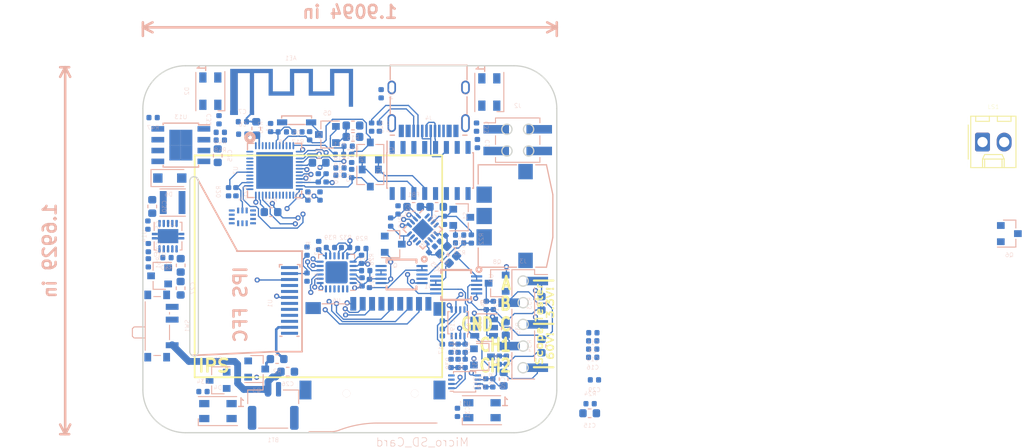
<source format=kicad_pcb>
(kicad_pcb (version 20171130) (host pcbnew 5.0.2-bee76a0~70~ubuntu18.04.1)
  (layers (0 F.Cu power) (1 In1.Cu signal) (2 In2.Cu power) (31 B.Cu signal) (34 B.Paste user) (35 F.Paste user) (36 B.SilkS user) (37 F.SilkS user) (38 B.Mask user hide) (39 F.Mask user hide) (44 Edge.Cuts user))
  (net 0 "")
  (net 1 PROBE2)
  (net 2 PROBE1)
  (net 3 GNDA)
  (net 4 ADC_REF)
  (net 5 AFE_ENABLE)
  (net 6 SE_ENABLE)
  (net 7 GND)
  (net 8 BUF_ENABLE)
  (net 9 ESP32_ADC)
  (net 10 MUX_ENABLE)
  (net 11 MUX_CH1)
  (net 12 MUX_CH2)
  (net 13 "Net-(AE1-Pad1)")
  (net 14 VBUS)
  (net 15 IPS_MOSI)
  (net 16 IPS_RST)
  (net 17 IPS_LED)
  (net 18 DTR)
  (net 19 "Net-(C23-Pad1)")
  (net 20 "Net-(R25-Pad2)")
  (net 21 "Net-(C20-Pad1)")
  (net 22 +BATT)
  (net 23 EN)
  (net 24 "Net-(R13-Pad2)")
  (net 25 RTS)
  (net 26 IO0)
  (net 27 TXD)
  (net 28 RXD)
  (net 29 "Net-(U6-Pad22)")
  (net 30 USB_DP)
  (net 31 USB_DN)
  (net 32 BTN_UP)
  (net 33 BTN_CNTR)
  (net 34 BTN_DOWN)
  (net 35 ADC_SCK)
  (net 36 IPS_DC)
  (net 37 WAKE1)
  (net 38 "Net-(U12-Pad9)")
  (net 39 "Net-(U12-Pad10)")
  (net 40 I2C_SCL)
  (net 41 I2C_SDA)
  (net 42 SD_DATA2)
  (net 43 SD_DATA3)
  (net 44 SD_CMD)
  (net 45 "Net-(J3-Pad5)")
  (net 46 SD_DATA1)
  (net 47 SD_DATA0)
  (net 48 ADC_ENABLE)
  (net 49 PARTY_ENABLE)
  (net 50 CHRG)
  (net 51 SD_CLK)
  (net 52 "Net-(C24-Pad2)")
  (net 53 ESP32_DAC)
  (net 54 WHITE_LED)
  (net 55 "Net-(C6-Pad1)")
  (net 56 "Net-(LS1-Pad2)")
  (net 57 "Net-(D2-Pad1)")
  (net 58 "Net-(L2-Pad1)")
  (net 59 "Net-(L2-Pad2)")
  (net 60 ADC_MISO)
  (net 61 ADC_CS)
  (net 62 ADC_CH_SEL)
  (net 63 "Net-(D1-Pad1)")
  (net 64 "Net-(D4-Pad1)")
  (net 65 "Net-(D5-Pad1)")
  (net 66 ESP_ADC)
  (net 67 "Net-(J4-PadB5)")
  (net 68 "Net-(J4-PadA5)")
  (net 69 "Net-(J4-PadA8)")
  (net 70 +3V3)
  (net 71 "Net-(C21-Pad2)")
  (net 72 "Net-(C22-Pad2)")
  (net 73 "Net-(C28-Pad1)")
  (net 74 "Net-(C18-Pad1)")
  (net 75 "Net-(J3-Pad1)")
  (net 76 "Net-(C17-Pad1)")
  (net 77 "Net-(J3-Pad4)")
  (net 78 "Net-(J3-Pad2)")
  (net 79 "Net-(R28-Pad2)")
  (net 80 "Net-(C19-Pad1)")
  (net 81 "Net-(J3-Pad3)")
  (net 82 "Net-(C15-Pad1)")
  (net 83 "Net-(Q10-Pad2)")
  (net 84 "Net-(U2-Pad7)")
  (net 85 "Net-(U2-Pad8)")
  (net 86 "Net-(U2-Pad9)")
  (net 87 "Net-(U2-Pad10)")
  (net 88 "Net-(U2-Pad11)")
  (net 89 "Net-(U2-Pad12)")
  (net 90 "Net-(U2-Pad15)")
  (net 91 "Net-(BT1-Pad1)")
  (net 92 "Net-(U13-Pad6)")
  (net 93 "Net-(D3-Pad1)")
  (net 94 "Net-(U3-Pad48)")
  (net 95 "Net-(U3-Pad47)")
  (net 96 "Net-(U3-Pad45)")
  (net 97 "Net-(U3-Pad44)")
  (net 98 "Net-(U3-Pad33)")
  (net 99 "Net-(U3-Pad32)")
  (net 100 "Net-(U3-Pad31)")
  (net 101 "Net-(U3-Pad30)")
  (net 102 "Net-(U3-Pad29)")
  (net 103 "Net-(U3-Pad28)")
  (net 104 "Net-(U3-Pad27)")
  (net 105 "Net-(U3-Pad26)")
  (net 106 "Net-(U3-Pad25)")
  (net 107 "Net-(C15-Pad2)")
  (net 108 "Net-(S1-PadE)")
  (net 109 "Net-(R2-Pad2)")
  (net 110 "Net-(U4-Pad2)")
  (net 111 "Net-(U4-Pad3)")
  (net 112 "Net-(U4-Pad9)")
  (net 113 "Net-(U4-Pad10)")
  (net 114 "Net-(U4-Pad11)")
  (net 115 "Net-(J1-Pad5)")
  (net 116 "Net-(J1-Pad7)")
  (net 117 "Net-(R48-Pad1)")
  (net 118 "Net-(Q5-Pad1)")
  (net 119 "Net-(R39-Pad2)")
  (net 120 "Net-(R32-Pad2)")
  (net 121 "Net-(R27-Pad2)")
  (net 122 "Net-(R29-Pad2)")
  (net 123 "Net-(Q5-Pad2)")
  (net 124 "Net-(Q3-Pad3)")
  (net 125 "Net-(C1-Pad1)")
  (net 126 "Net-(C31-Pad2)")
  (net 127 "Net-(C32-Pad2)")
  (net 128 "Net-(C35-Pad1)")
  (net 129 "Net-(R52-Pad2)")
  (net 130 "Net-(R53-Pad2)")
  (net 131 "Net-(C36-Pad2)")
  (module badgelib:VSSOP-10 (layer B.Cu) (at 114.7064 94.1832 270)
    (fp_text reference U8 (at -0.8 -4.1 270) (layer B.SilkS) (effects (font (size 0.5 0.5) (thickness 0.025)) (justify mirror)))
    (fp_text value OPA2322S)
    (pad 10 smd rect (at -1 2.4 270) (size 0.25 1.3) (layers B.Cu B.Paste B.Mask) (net 70 +3V3))
    (pad 9 smd rect (at -0.5 2.4 270) (size 0.25 1.3) (layers B.Cu B.Paste B.Mask) (net 130 "Net-(R53-Pad2)"))
    (pad 8 smd rect (at 0 2.4 270) (size 0.25 1.3) (layers B.Cu B.Paste B.Mask) (net 130 "Net-(R53-Pad2)"))
    (pad 7 smd rect (at 0.5 2.4 270) (size 0.25 1.3) (layers B.Cu B.Paste B.Mask) (net 1 PROBE2))
    (pad 6 smd rect (at 1 2.4 270) (size 0.25 1.3) (layers B.Cu B.Paste B.Mask) (net 5 AFE_ENABLE))
    (pad 5 smd rect (at 1 -2.4 270) (size 0.25 1.3) (layers B.Cu B.Paste B.Mask) (net 5 AFE_ENABLE))
    (pad 4 smd rect (at 0.5 -2.4 270) (size 0.25 1.3) (layers B.Cu B.Paste B.Mask) (net 7 GND))
    (pad 3 smd rect (at 0 -2.4 270) (size 0.25 1.3) (layers B.Cu B.Paste B.Mask) (net 2 PROBE1))
    (pad 2 smd rect (at -0.5 -2.4 270) (size 0.25 1.3) (layers B.Cu B.Paste B.Mask) (net 129 "Net-(R52-Pad2)"))
    (pad 1 smd rect (at -1 -2.4 270) (size 0.25 1.3) (layers B.Cu B.Paste B.Mask) (net 129 "Net-(R52-Pad2)"))
  )
  (module badgelib:VSSOP-10 (layer B.Cu) (at 108.3056 92.964 270)
    (fp_text reference U7 (at -0.8 -4.1 270) (layer B.SilkS) (effects (font (size 0.5 0.5) (thickness 0.025)) (justify mirror)))
    (fp_text value TLV9062S)
    (pad 1 smd rect (at -1 -2.4 270) (size 0.25 1.3) (layers B.Cu B.Paste B.Mask) (net 82 "Net-(C15-Pad1)"))
    (pad 2 smd rect (at -0.5 -2.4 270) (size 0.25 1.3) (layers B.Cu B.Paste B.Mask) (net 82 "Net-(C15-Pad1)"))
    (pad 3 smd rect (at 0 -2.4 270) (size 0.25 1.3) (layers B.Cu B.Paste B.Mask) (net 53 ESP32_DAC))
    (pad 4 smd rect (at 0.5 -2.4 270) (size 0.25 1.3) (layers B.Cu B.Paste B.Mask) (net 7 GND))
    (pad 5 smd rect (at 1 -2.4 270) (size 0.25 1.3) (layers B.Cu B.Paste B.Mask) (net 8 BUF_ENABLE))
    (pad 6 smd rect (at 1 2.4 270) (size 0.25 1.3) (layers B.Cu B.Paste B.Mask) (net 5 AFE_ENABLE))
    (pad 7 smd rect (at 0.5 2.4 270) (size 0.25 1.3) (layers B.Cu B.Paste B.Mask) (net 81 "Net-(J3-Pad3)"))
    (pad 8 smd rect (at 0 2.4 270) (size 0.25 1.3) (layers B.Cu B.Paste B.Mask) (net 9 ESP32_ADC))
    (pad 9 smd rect (at -0.5 2.4 270) (size 0.25 1.3) (layers B.Cu B.Paste B.Mask) (net 9 ESP32_ADC))
    (pad 10 smd rect (at -1 2.4 270) (size 0.25 1.3) (layers B.Cu B.Paste B.Mask) (net 70 +3V3))
  )
  (module Resistor_SMD:R_0603_1608Metric (layer B.Cu) (at 114.1984 90.2208 315)
    (fp_text reference R52 (at 0 1.43 315) (layer B.SilkS) (effects (font (size 0.5 0.5) (thickness 0.025)) (justify mirror)))
    (fp_text value 10)
    (pad 2 smd roundrect (at 0.7875 0 315) (size 0.875 0.95) (layers B.Cu B.Paste B.Mask) (net 129 "Net-(R52-Pad2)"))
    (pad 1 smd roundrect (at -0.7875 0 315) (size 0.875 0.95) (layers B.Cu B.Paste B.Mask) (net 128 "Net-(C35-Pad1)"))
  )
  (module Resistor_SMD:R_0603_1608Metric (layer B.Cu) (at 113.3348 91.0844 315)
    (fp_text reference R53 (at 0 1.43 315) (layer B.SilkS) (effects (font (size 0.5 0.5) (thickness 0.025)) (justify mirror)))
    (fp_text value 10)
    (pad 1 smd roundrect (at -0.7875 0 315) (size 0.875 0.95) (layers B.Cu B.Paste B.Mask) (net 131 "Net-(C36-Pad2)"))
    (pad 2 smd roundrect (at 0.7875 0 315) (size 0.875 0.95) (layers B.Cu B.Paste B.Mask) (net 130 "Net-(R53-Pad2)"))
  )
  (module Capacitor_SMD:C_0402_1005Metric (layer B.Cu) (at 113.1316 88.7476 225)
    (fp_text reference C35 (at 0 1.17 225) (layer B.SilkS) (effects (font (size 0.5 0.5) (thickness 0.025)) (justify mirror)))
    (fp_text value 470p)
    (pad 2 smd roundrect (at 0.485 0 225) (size 0.59 0.64) (layers B.Cu B.Paste B.Mask) (net 3 GNDA))
    (pad 1 smd roundrect (at -0.485 0 225) (size 0.59 0.64) (layers B.Cu B.Paste B.Mask) (net 128 "Net-(C35-Pad1)"))
  )
  (module Capacitor_SMD:C_0402_1005Metric (layer B.Cu) (at 111.8616 90.0176 225)
    (fp_text reference C36 (at 0 1.17 225) (layer B.SilkS) (effects (font (size 0.5 0.5) (thickness 0.025)) (justify mirror)))
    (fp_text value 470p)
    (pad 1 smd roundrect (at -0.485 0 225) (size 0.59 0.64) (layers B.Cu B.Paste B.Mask) (net 3 GNDA))
    (pad 2 smd roundrect (at 0.485 0 225) (size 0.59 0.64) (layers B.Cu B.Paste B.Mask) (net 131 "Net-(C36-Pad2)"))
  )
  (module badgelib:LED_SK6812MINI_PLCC4_3.5x3.5mm_P1.75mm (layer B.Cu) (at 118.5926 71.5772 270)
    (fp_text reference D1 (at 0 2.75 270) (layer B.SilkS) (effects (font (size 0.5 0.5) (thickness 0.025)) (justify mirror)))
    (fp_text value SK6812MINI)
    (fp_text user 1 (at -2.7 1 270) (layer B.SilkS) (effects (justify mirror)))
    (pad 3 smd rect (at 1.6 -0.875 270) (size 1.2 0.85) (layers B.Cu B.Paste B.Mask) (net 26 IO0))
    (pad 4 smd rect (at 1.6 0.875 270) (size 1.2 0.85) (layers B.Cu B.Paste B.Mask) (net 126 "Net-(C31-Pad2)"))
    (pad 2 smd rect (at -1.6 -0.875 270) (size 1.2 0.85) (layers B.Cu B.Paste B.Mask) (net 7 GND))
    (pad 1 smd rect (at -1.6 0.875 270) (size 1.2 0.85) (layers B.Cu B.Paste B.Mask) (net 63 "Net-(D1-Pad1)"))
  )
  (module badgelib:LED_SK6812MINI_PLCC4_3.5x3.5mm_P1.75mm (layer B.Cu) (at 117.729 108.8644 180)
    (fp_text reference D3 (at 0 2.75 180) (layer B.SilkS) (effects (font (size 0.5 0.5) (thickness 0.025)) (justify mirror)))
    (fp_text value SK6812MINI)
    (fp_text user 1 (at -2.7 1 180) (layer B.SilkS) (effects (justify mirror)))
    (pad 1 smd rect (at -1.6 0.875 180) (size 1.2 0.85) (layers B.Cu B.Paste B.Mask) (net 93 "Net-(D3-Pad1)"))
    (pad 2 smd rect (at -1.6 -0.875 180) (size 1.2 0.85) (layers B.Cu B.Paste B.Mask) (net 7 GND))
    (pad 4 smd rect (at 1.6 0.875 180) (size 1.2 0.85) (layers B.Cu B.Paste B.Mask) (net 126 "Net-(C31-Pad2)"))
    (pad 3 smd rect (at 1.6 -0.875 180) (size 1.2 0.85) (layers B.Cu B.Paste B.Mask) (net 57 "Net-(D2-Pad1)"))
  )
  (module badgelib:LED_SK6812MINI_PLCC4_3.5x3.5mm_P1.75mm (layer B.Cu) (at 86.7918 108.966 180)
    (fp_text reference D4 (at 0 2.75 180) (layer B.SilkS) (effects (font (size 0.5 0.5) (thickness 0.025)) (justify mirror)))
    (fp_text value SK6812MINI)
    (fp_text user 1 (at -2.7 1 180) (layer B.SilkS) (effects (justify mirror)))
    (pad 3 smd rect (at 1.6 -0.875 180) (size 1.2 0.85) (layers B.Cu B.Paste B.Mask) (net 93 "Net-(D3-Pad1)"))
    (pad 4 smd rect (at 1.6 0.875 180) (size 1.2 0.85) (layers B.Cu B.Paste B.Mask) (net 126 "Net-(C31-Pad2)"))
    (pad 2 smd rect (at -1.6 -0.875 180) (size 1.2 0.85) (layers B.Cu B.Paste B.Mask) (net 7 GND))
    (pad 1 smd rect (at -1.6 0.875 180) (size 1.2 0.85) (layers B.Cu B.Paste B.Mask) (net 64 "Net-(D4-Pad1)"))
  )
  (module badgelib:LED_SK6812MINI_PLCC4_3.5x3.5mm_P1.75mm (layer B.Cu) (at 85.9028 71.4756 270)
    (fp_text reference D2 (at 0 2.75 270) (layer B.SilkS) (effects (font (size 0.5 0.5) (thickness 0.025)) (justify mirror)))
    (fp_text value SK6812MINI)
    (fp_text user 1 (at -2.7 1 270) (layer B.SilkS) (effects (justify mirror)))
    (pad 1 smd rect (at -1.6 0.875 270) (size 1.2 0.85) (layers B.Cu B.Paste B.Mask) (net 57 "Net-(D2-Pad1)"))
    (pad 2 smd rect (at -1.6 -0.875 270) (size 1.2 0.85) (layers B.Cu B.Paste B.Mask) (net 7 GND))
    (pad 4 smd rect (at 1.6 0.875 270) (size 1.2 0.85) (layers B.Cu B.Paste B.Mask) (net 126 "Net-(C31-Pad2)"))
    (pad 3 smd rect (at 1.6 -0.875 270) (size 1.2 0.85) (layers B.Cu B.Paste B.Mask) (net 63 "Net-(D1-Pad1)"))
  )
  (module Resistor_SMD:R_0603_1608Metric (layer B.Cu) (at 93.0148 85.6488 180)
    (fp_text reference R13 (at 0 1.43 180) (layer B.SilkS) (effects (font (size 0.5 0.5) (thickness 0.025)) (justify mirror)))
    (fp_text value 10)
    (pad 1 smd roundrect (at -0.7875 0 180) (size 0.875 0.95) (layers B.Cu B.Paste B.Mask) (net 35 ADC_SCK))
    (pad 2 smd roundrect (at 0.7875 0 180) (size 0.875 0.95) (layers B.Cu B.Paste B.Mask) (net 24 "Net-(R13-Pad2)"))
  )
  (module Resistor_SMD:R_0603_1608Metric (layer B.Cu) (at 102.616 75.5015)
    (fp_text reference R15 (at 0 1.43) (layer B.SilkS) (effects (font (size 0.5 0.5) (thickness 0.025)) (justify mirror)))
    (fp_text value 10)
    (pad 2 smd roundrect (at 0.7875 0) (size 0.875 0.95) (layers B.Cu B.Paste B.Mask) (net 7 GND))
    (pad 1 smd roundrect (at -0.7875 0) (size 0.875 0.95) (layers B.Cu B.Paste B.Mask) (net 123 "Net-(Q5-Pad2)"))
  )
  (module Resistor_SMD:R_0603_1608Metric (layer B.Cu) (at 98.6536 79.8576 180)
    (fp_text reference R9 (at 0 1.43 180) (layer B.SilkS) (effects (font (size 0.5 0.5) (thickness 0.025)) (justify mirror)))
    (fp_text value 10)
    (pad 1 smd roundrect (at -0.7875 0 180) (size 0.875 0.95) (layers B.Cu B.Paste B.Mask) (net 115 "Net-(J1-Pad5)"))
    (pad 2 smd roundrect (at 0.7875 0 180) (size 0.875 0.95) (layers B.Cu B.Paste B.Mask) (net 51 SD_CLK))
  )
  (module Resistor_SMD:R_0603_1608Metric (layer B.Cu) (at 93.726 102.87)
    (fp_text reference R2 (at 0 1.43) (layer B.SilkS) (effects (font (size 0.5 0.5) (thickness 0.025)) (justify mirror)))
    (fp_text value 10)
    (pad 2 smd roundrect (at 0.7875 0) (size 0.875 0.95) (layers B.Cu B.Paste B.Mask) (net 109 "Net-(R2-Pad2)"))
    (pad 1 smd roundrect (at -0.7875 0) (size 0.875 0.95) (layers B.Cu B.Paste B.Mask) (net 124 "Net-(Q3-Pad3)"))
  )
  (module Resistor_SMD:R_0603_1608Metric (layer B.Cu) (at 102.616 76.835)
    (fp_text reference R14 (at 0 1.43) (layer B.SilkS) (effects (font (size 0.5 0.5) (thickness 0.025)) (justify mirror)))
    (fp_text value 10)
    (pad 1 smd roundrect (at -0.7875 0) (size 0.875 0.95) (layers B.Cu B.Paste B.Mask) (net 123 "Net-(Q5-Pad2)"))
    (pad 2 smd roundrect (at 0.7875 0) (size 0.875 0.95) (layers B.Cu B.Paste B.Mask) (net 7 GND))
  )
  (module Capacitor_SMD:C_0603_1608Metric (layer B.Cu) (at 112.4204 85.0392)
    (fp_text reference C23 (at 0 1.43) (layer B.SilkS) (effects (font (size 0.5 0.5) (thickness 0.025)) (justify mirror)))
    (fp_text value 100n)
    (pad 1 smd roundrect (at -0.7875 0) (size 0.875 0.95) (layers B.Cu B.Paste B.Mask) (net 19 "Net-(C23-Pad1)"))
    (pad 2 smd roundrect (at 0.7875 0) (size 0.875 0.95) (layers B.Cu B.Paste B.Mask) (net 3 GNDA))
  )
  (module Capacitor_SMD:C_0402_1005Metric (layer B.Cu) (at 117.094 75.692 90)
    (fp_text reference C33 (at 0 1.17 90) (layer B.SilkS) (effects (font (size 0.5 0.5) (thickness 0.025)) (justify mirror)))
    (fp_text value 100n)
    (pad 2 smd roundrect (at 0.485 0 90) (size 0.59 0.64) (layers B.Cu B.Paste B.Mask) (net 126 "Net-(C31-Pad2)"))
    (pad 1 smd roundrect (at -0.485 0 90) (size 0.59 0.64) (layers B.Cu B.Paste B.Mask) (net 7 GND))
  )
  (module Capacitor_SMD:C_0402_1005Metric (layer B.Cu) (at 107.8992 85.3948 90)
    (fp_text reference C13 (at 0 1.17 90) (layer B.SilkS) (effects (font (size 0.5 0.5) (thickness 0.025)) (justify mirror)))
    (fp_text value 100n)
    (pad 1 smd roundrect (at -0.485 0 90) (size 0.59 0.64) (layers B.Cu B.Paste B.Mask) (net 70 +3V3))
    (pad 2 smd roundrect (at 0.485 0 90) (size 0.59 0.64) (layers B.Cu B.Paste B.Mask) (net 7 GND))
  )
  (module Capacitor_SMD:C_0402_1005Metric (layer B.Cu) (at 130.727388 99.786133)
    (fp_text reference C11 (at 0 1.17) (layer B.SilkS) (effects (font (size 0.5 0.5) (thickness 0.025)) (justify mirror)))
    (fp_text value 100n)
    (pad 2 smd roundrect (at 0.485 0) (size 0.59 0.64) (layers B.Cu B.Paste B.Mask) (net 7 GND))
    (pad 1 smd roundrect (at -0.485 0) (size 0.59 0.64) (layers B.Cu B.Paste B.Mask) (net 70 +3V3))
  )
  (module Capacitor_SMD:C_0402_1005Metric (layer B.Cu) (at 130.7084 101.7016)
    (fp_text reference C10 (at 0 1.17) (layer B.SilkS) (effects (font (size 0.5 0.5) (thickness 0.025)) (justify mirror)))
    (fp_text value 100n)
    (pad 1 smd roundrect (at -0.485 0) (size 0.59 0.64) (layers B.Cu B.Paste B.Mask) (net 70 +3V3))
    (pad 2 smd roundrect (at 0.485 0) (size 0.59 0.64) (layers B.Cu B.Paste B.Mask) (net 7 GND))
  )
  (module Capacitor_SMD:C_0402_1005Metric (layer B.Cu) (at 130.7084 100.7364)
    (fp_text reference C9 (at 0 1.17) (layer B.SilkS) (effects (font (size 0.5 0.5) (thickness 0.025)) (justify mirror)))
    (fp_text value 100n)
    (pad 2 smd roundrect (at 0.485 0) (size 0.59 0.64) (layers B.Cu B.Paste B.Mask) (net 7 GND))
    (pad 1 smd roundrect (at -0.485 0) (size 0.59 0.64) (layers B.Cu B.Paste B.Mask) (net 70 +3V3))
  )
  (module Capacitor_SMD:C_0402_1005Metric (layer B.Cu) (at 97.2312 90.2208 90)
    (fp_text reference C2 (at 0 1.17 90) (layer B.SilkS) (effects (font (size 0.5 0.5) (thickness 0.025)) (justify mirror)))
    (fp_text value 100n)
    (pad 1 smd roundrect (at -0.485 0 90) (size 0.59 0.64) (layers B.Cu B.Paste B.Mask) (net 16 IPS_RST))
    (pad 2 smd roundrect (at 0.485 0 90) (size 0.59 0.64) (layers B.Cu B.Paste B.Mask) (net 7 GND))
  )
  (module Capacitor_SMD:C_0402_1005Metric (layer B.Cu) (at 94.3356 76.2508)
    (fp_text reference C8 (at 0 1.17) (layer B.SilkS) (effects (font (size 0.5 0.5) (thickness 0.025)) (justify mirror)))
    (fp_text value 100n)
    (pad 2 smd roundrect (at 0.485 0) (size 0.59 0.64) (layers B.Cu B.Paste B.Mask) (net 7 GND))
    (pad 1 smd roundrect (at -0.485 0) (size 0.59 0.64) (layers B.Cu B.Paste B.Mask) (net 32 BTN_UP))
  )
  (module Capacitor_SMD:C_0402_1005Metric (layer B.Cu) (at 89.662 75.057 180)
    (fp_text reference C7 (at 0 1.17 180) (layer B.SilkS) (effects (font (size 0.5 0.5) (thickness 0.025)) (justify mirror)))
    (fp_text value TBD)
    (pad 1 smd roundrect (at -0.485 0 180) (size 0.59 0.64) (layers B.Cu B.Paste B.Mask) (net 13 "Net-(AE1-Pad1)"))
    (pad 2 smd roundrect (at 0.485 0 180) (size 0.59 0.64) (layers B.Cu B.Paste B.Mask) (net 7 GND))
  )
  (module Capacitor_SMD:C_0402_1005Metric (layer B.Cu) (at 89.7 76.52 180)
    (fp_text reference C6 (at 0 1.17 180) (layer B.SilkS) (effects (font (size 0.5 0.5) (thickness 0.025)) (justify mirror)))
    (fp_text value TBD)
    (pad 2 smd roundrect (at 0.485 0 180) (size 0.59 0.64) (layers B.Cu B.Paste B.Mask) (net 7 GND))
    (pad 1 smd roundrect (at -0.485 0 180) (size 0.59 0.64) (layers B.Cu B.Paste B.Mask) (net 55 "Net-(C6-Pad1)"))
  )
  (module Capacitor_SMD:C_0402_1005Metric (layer B.Cu) (at 118.237 96.5835 90)
    (fp_text reference C21 (at 0 1.17 90) (layer B.SilkS) (effects (font (size 0.5 0.5) (thickness 0.025)) (justify mirror)))
    (fp_text value 33p)
    (pad 1 smd roundrect (at -0.485 0 90) (size 0.59 0.64) (layers B.Cu B.Paste B.Mask) (net 2 PROBE1))
    (pad 2 smd roundrect (at 0.485 0 90) (size 0.59 0.64) (layers B.Cu B.Paste B.Mask) (net 71 "Net-(C21-Pad2)"))
  )
  (module Capacitor_SMD:C_0402_1005Metric (layer B.Cu) (at 78.5876 87.1728 90)
    (fp_text reference C5 (at 0 1.17 90) (layer B.SilkS) (effects (font (size 0.5 0.5) (thickness 0.025)) (justify mirror)))
    (fp_text value 100n)
    (pad 2 smd roundrect (at 0.485 0 90) (size 0.59 0.64) (layers B.Cu B.Paste B.Mask) (net 7 GND))
    (pad 1 smd roundrect (at -0.485 0 90) (size 0.59 0.64) (layers B.Cu B.Paste B.Mask) (net 70 +3V3))
  )
  (module Capacitor_SMD:C_0402_1005Metric (layer B.Cu) (at 97.536 76.708 90)
    (fp_text reference C4 (at 0 1.17 90) (layer B.SilkS) (effects (font (size 0.5 0.5) (thickness 0.025)) (justify mirror)))
    (fp_text value 100n)
    (pad 1 smd roundrect (at -0.485 0 90) (size 0.59 0.64) (layers B.Cu B.Paste B.Mask) (net 23 EN))
    (pad 2 smd roundrect (at 0.485 0 90) (size 0.59 0.64) (layers B.Cu B.Paste B.Mask) (net 7 GND))
  )
  (module Capacitor_SMD:C_0402_1005Metric (layer B.Cu) (at 117.1956 77.6224 90)
    (fp_text reference C1 (at 0 1.17 90) (layer B.SilkS) (effects (font (size 0.5 0.5) (thickness 0.025)) (justify mirror)))
    (fp_text value 100n)
    (pad 2 smd roundrect (at 0.485 0 90) (size 0.59 0.64) (layers B.Cu B.Paste B.Mask) (net 7 GND))
    (pad 1 smd roundrect (at -0.485 0 90) (size 0.59 0.64) (layers B.Cu B.Paste B.Mask) (net 125 "Net-(C1-Pad1)"))
  )
  (module Capacitor_SMD:C_0402_1005Metric (layer B.Cu) (at 85.0392 106.68 180)
    (fp_text reference C34 (at 0 1.17 180) (layer B.SilkS) (effects (font (size 0.5 0.5) (thickness 0.025)) (justify mirror)))
    (fp_text value 100n)
    (pad 1 smd roundrect (at -0.485 0 180) (size 0.59 0.64) (layers B.Cu B.Paste B.Mask) (net 7 GND))
    (pad 2 smd roundrect (at 0.485 0 180) (size 0.59 0.64) (layers B.Cu B.Paste B.Mask) (net 126 "Net-(C31-Pad2)"))
  )
  (module Capacitor_SMD:C_0402_1005Metric (layer B.Cu) (at 86.9188 74.8284 270)
    (fp_text reference C32 (at 0 1.17 270) (layer B.SilkS) (effects (font (size 0.5 0.5) (thickness 0.025)) (justify mirror)))
    (fp_text value 100n)
    (pad 2 smd roundrect (at 0.485 0 270) (size 0.59 0.64) (layers B.Cu B.Paste B.Mask) (net 127 "Net-(C32-Pad2)"))
    (pad 1 smd roundrect (at -0.485 0 270) (size 0.59 0.64) (layers B.Cu B.Paste B.Mask) (net 7 GND))
  )
  (module Capacitor_SMD:C_0402_1005Metric (layer B.Cu) (at 114.8588 109.1184 90)
    (fp_text reference C31 (at 0 1.17 90) (layer B.SilkS) (effects (font (size 0.5 0.5) (thickness 0.025)) (justify mirror)))
    (fp_text value 100n)
    (pad 1 smd roundrect (at -0.485 0 90) (size 0.59 0.64) (layers B.Cu B.Paste B.Mask) (net 7 GND))
    (pad 2 smd roundrect (at 0.485 0 90) (size 0.59 0.64) (layers B.Cu B.Paste B.Mask) (net 126 "Net-(C31-Pad2)"))
  )
  (module Capacitor_SMD:C_0402_1005Metric (layer B.Cu) (at 130.9116 105.3084)
    (fp_text reference C29 (at 0 1.17) (layer B.SilkS) (effects (font (size 0.5 0.5) (thickness 0.025)) (justify mirror)))
    (fp_text value 100n)
    (pad 2 smd roundrect (at 0.485 0) (size 0.59 0.64) (layers B.Cu B.Paste B.Mask) (net 7 GND))
    (pad 1 smd roundrect (at -0.485 0) (size 0.59 0.64) (layers B.Cu B.Paste B.Mask) (net 70 +3V3))
  )
  (module Capacitor_SMD:C_0402_1005Metric (layer B.Cu) (at 78.6384 89.8144 90)
    (fp_text reference C28 (at 0 1.17 90) (layer B.SilkS) (effects (font (size 0.5 0.5) (thickness 0.025)) (justify mirror)))
    (fp_text value 100n)
    (pad 1 smd roundrect (at -0.485 0 90) (size 0.59 0.64) (layers B.Cu B.Paste B.Mask) (net 73 "Net-(C28-Pad1)"))
    (pad 2 smd roundrect (at 0.485 0 90) (size 0.59 0.64) (layers B.Cu B.Paste B.Mask) (net 7 GND))
  )
  (module Capacitor_SMD:C_0402_1005Metric (layer B.Cu) (at 105.918 71.7804 90)
    (fp_text reference C24 (at 0 1.17 90) (layer B.SilkS) (effects (font (size 0.5 0.5) (thickness 0.025)) (justify mirror)))
    (fp_text value 100p)
    (pad 2 smd roundrect (at 0.485 0 90) (size 0.59 0.64) (layers B.Cu B.Paste B.Mask) (net 52 "Net-(C24-Pad2)"))
    (pad 1 smd roundrect (at -0.485 0 90) (size 0.59 0.64) (layers B.Cu B.Paste B.Mask) (net 7 GND))
  )
  (module Capacitor_SMD:C_0402_1005Metric (layer B.Cu) (at 119.761 102.997 90)
    (fp_text reference C22 (at 0 1.17 90) (layer B.SilkS) (effects (font (size 0.5 0.5) (thickness 0.025)) (justify mirror)))
    (fp_text value 33p)
    (pad 2 smd roundrect (at 0.485 0 90) (size 0.59 0.64) (layers B.Cu B.Paste B.Mask) (net 72 "Net-(C22-Pad2)"))
    (pad 1 smd roundrect (at -0.485 0 90) (size 0.59 0.64) (layers B.Cu B.Paste B.Mask) (net 1 PROBE2))
  )
  (module Capacitor_SMD:C_0402_1005Metric (layer B.Cu) (at 118.999 105.664 90)
    (fp_text reference C20 (at 0 1.17 90) (layer B.SilkS) (effects (font (size 0.5 0.5) (thickness 0.025)) (justify mirror)))
    (fp_text value 1n)
    (pad 1 smd roundrect (at -0.485 0 90) (size 0.59 0.64) (layers B.Cu B.Paste B.Mask) (net 21 "Net-(C20-Pad1)"))
    (pad 2 smd roundrect (at 0.485 0 90) (size 0.59 0.64) (layers B.Cu B.Paste B.Mask) (net 1 PROBE2))
  )
  (module Capacitor_SMD:C_0402_1005Metric (layer B.Cu) (at 113.0935 98.8695 90)
    (fp_text reference C19 (at 0 1.17 90) (layer B.SilkS) (effects (font (size 0.5 0.5) (thickness 0.025)) (justify mirror)))
    (fp_text value 1n)
    (pad 2 smd roundrect (at 0.485 0 90) (size 0.59 0.64) (layers B.Cu B.Paste B.Mask) (net 2 PROBE1))
    (pad 1 smd roundrect (at -0.485 0 90) (size 0.59 0.64) (layers B.Cu B.Paste B.Mask) (net 80 "Net-(C19-Pad1)"))
  )
  (module Capacitor_SMD:C_0402_1005Metric (layer B.Cu) (at 114.1095 103.378 90)
    (fp_text reference C18 (at 0 1.17 90) (layer B.SilkS) (effects (font (size 0.5 0.5) (thickness 0.025)) (justify mirror)))
    (fp_text value 6n8)
    (pad 1 smd roundrect (at -0.485 0 90) (size 0.59 0.64) (layers B.Cu B.Paste B.Mask) (net 74 "Net-(C18-Pad1)"))
    (pad 2 smd roundrect (at 0.485 0 90) (size 0.59 0.64) (layers B.Cu B.Paste B.Mask) (net 3 GNDA))
  )
  (module Capacitor_SMD:C_0402_1005Metric (layer B.Cu) (at 114.1095 101.6 270)
    (fp_text reference C17 (at 0 1.17 270) (layer B.SilkS) (effects (font (size 0.5 0.5) (thickness 0.025)) (justify mirror)))
    (fp_text value 6n8)
    (pad 2 smd roundrect (at 0.485 0 270) (size 0.59 0.64) (layers B.Cu B.Paste B.Mask) (net 3 GNDA))
    (pad 1 smd roundrect (at -0.485 0 270) (size 0.59 0.64) (layers B.Cu B.Paste B.Mask) (net 76 "Net-(C17-Pad1)"))
  )
  (module Capacitor_SMD:C_0402_1005Metric (layer B.Cu) (at 130.7084 102.6668)
    (fp_text reference C16 (at 0 1.17) (layer B.SilkS) (effects (font (size 0.5 0.5) (thickness 0.025)) (justify mirror)))
    (fp_text value 100n)
    (pad 1 smd roundrect (at -0.485 0) (size 0.59 0.64) (layers B.Cu B.Paste B.Mask) (net 70 +3V3))
    (pad 2 smd roundrect (at 0.485 0) (size 0.59 0.64) (layers B.Cu B.Paste B.Mask) (net 7 GND))
  )
  (module Capacitor_SMD:C_0402_1005Metric (layer B.Cu) (at 113.3348 86.614 270)
    (fp_text reference C14 (at 0 1.17 270) (layer B.SilkS) (effects (font (size 0.5 0.5) (thickness 0.025)) (justify mirror)))
    (fp_text value 100n)
    (pad 2 smd roundrect (at 0.485 0 270) (size 0.59 0.64) (layers B.Cu B.Paste B.Mask) (net 3 GNDA))
    (pad 1 smd roundrect (at -0.485 0 270) (size 0.59 0.64) (layers B.Cu B.Paste B.Mask) (net 4 ADC_REF))
  )
  (module Capacitor_SMD:C_0402_1005Metric (layer B.Cu) (at 115.1128 88.3412)
    (fp_text reference C12 (at 0 1.17) (layer B.SilkS) (effects (font (size 0.5 0.5) (thickness 0.025)) (justify mirror)))
    (fp_text value 100n)
    (pad 1 smd roundrect (at -0.485 0) (size 0.59 0.64) (layers B.Cu B.Paste B.Mask) (net 5 AFE_ENABLE))
    (pad 2 smd roundrect (at 0.485 0) (size 0.59 0.64) (layers B.Cu B.Paste B.Mask) (net 3 GNDA))
  )
  (module Resistor_SMD:R_0402_1005Metric (layer B.Cu) (at 98.7552 83.7692 270)
    (fp_text reference R6 (at 0 1.17 270) (layer B.SilkS) (effects (font (size 0.5 0.5) (thickness 0.025)) (justify mirror)))
    (fp_text value 47k)
    (pad 2 smd roundrect (at 0.485 0 270) (size 0.59 0.64) (layers B.Cu B.Paste B.Mask) (net 43 SD_DATA3))
    (pad 1 smd roundrect (at -0.485 0 270) (size 0.59 0.64) (layers B.Cu B.Paste B.Mask) (net 70 +3V3))
  )
  (module Resistor_SMD:R_0402_1005Metric (layer B.Cu) (at 102.4636 79.3496 90)
    (fp_text reference R4 (at 0 1.17 90) (layer B.SilkS) (effects (font (size 0.5 0.5) (thickness 0.025)) (justify mirror)))
    (fp_text value 47k)
    (pad 2 smd roundrect (at 0.485 0 90) (size 0.59 0.64) (layers B.Cu B.Paste B.Mask) (net 23 EN))
    (pad 1 smd roundrect (at -0.485 0 90) (size 0.59 0.64) (layers B.Cu B.Paste B.Mask) (net 70 +3V3))
  )
  (module Resistor_SMD:R_0402_1005Metric (layer B.Cu) (at 97.2312 93.2688 90)
    (fp_text reference R1 (at 0 1.17 90) (layer B.SilkS) (effects (font (size 0.5 0.5) (thickness 0.025)) (justify mirror)))
    (fp_text value 47k)
    (pad 2 smd roundrect (at 0.485 0 90) (size 0.59 0.64) (layers B.Cu B.Paste B.Mask) (net 16 IPS_RST))
    (pad 1 smd roundrect (at -0.485 0 90) (size 0.59 0.64) (layers B.Cu B.Paste B.Mask) (net 70 +3V3))
  )
  (module Resistor_SMD:R_0402_1005Metric (layer B.Cu) (at 97.3328 83.7692 270)
    (fp_text reference R8 (at 0 1.17 270) (layer B.SilkS) (effects (font (size 0.5 0.5) (thickness 0.025)) (justify mirror)))
    (fp_text value 5k1)
    (pad 2 smd roundrect (at 0.485 0 270) (size 0.59 0.64) (layers B.Cu B.Paste B.Mask) (net 44 SD_CMD))
    (pad 1 smd roundrect (at -0.485 0 270) (size 0.59 0.64) (layers B.Cu B.Paste B.Mask) (net 70 +3V3))
  )
  (module Resistor_SMD:R_0402_1005Metric (layer B.Cu) (at 99.4664 81.6356 90)
    (fp_text reference R10 (at 0 1.17 90) (layer B.SilkS) (effects (font (size 0.5 0.5) (thickness 0.025)) (justify mirror)))
    (fp_text value 100)
    (pad 1 smd roundrect (at -0.485 0 90) (size 0.59 0.64) (layers B.Cu B.Paste B.Mask) (net 116 "Net-(J1-Pad7)"))
    (pad 2 smd roundrect (at 0.485 0 90) (size 0.59 0.64) (layers B.Cu B.Paste B.Mask) (net 47 SD_DATA0))
  )
  (module Resistor_SMD:R_0402_1005Metric (layer B.Cu) (at 101.0412 78.8924 180)
    (fp_text reference R11 (at 0 1.17 180) (layer B.SilkS) (effects (font (size 0.5 0.5) (thickness 0.025)) (justify mirror)))
    (fp_text value 47k)
    (pad 2 smd roundrect (at 0.485 0 180) (size 0.59 0.64) (layers B.Cu B.Paste B.Mask) (net 54 WHITE_LED))
    (pad 1 smd roundrect (at -0.485 0 180) (size 0.59 0.64) (layers B.Cu B.Paste B.Mask) (net 118 "Net-(Q5-Pad1)"))
  )
  (module Resistor_SMD:R_0402_1005Metric (layer B.Cu) (at 102.0572 77.9272)
    (fp_text reference R12 (at 0 1.17) (layer B.SilkS) (effects (font (size 0.5 0.5) (thickness 0.025)) (justify mirror)))
    (fp_text value 47k)
    (pad 1 smd roundrect (at -0.485 0) (size 0.59 0.64) (layers B.Cu B.Paste B.Mask) (net 118 "Net-(Q5-Pad1)"))
    (pad 2 smd roundrect (at 0.485 0) (size 0.59 0.64) (layers B.Cu B.Paste B.Mask) (net 7 GND))
  )
  (module Resistor_SMD:R_0402_1005Metric (layer B.Cu) (at 98.6028 89.5604 270)
    (fp_text reference R7 (at 0 1.17 270) (layer B.SilkS) (effects (font (size 0.5 0.5) (thickness 0.025)) (justify mirror)))
    (fp_text value 47k)
    (pad 1 smd roundrect (at -0.485 0 270) (size 0.59 0.64) (layers B.Cu B.Paste B.Mask) (net 70 +3V3))
    (pad 2 smd roundrect (at 0.485 0 270) (size 0.59 0.64) (layers B.Cu B.Paste B.Mask) (net 49 PARTY_ENABLE))
  )
  (module Resistor_SMD:R_0402_1005Metric (layer B.Cu) (at 115.1128 89.2556)
    (fp_text reference R23 (at 0 1.17) (layer B.SilkS) (effects (font (size 0.5 0.5) (thickness 0.025)) (justify mirror)))
    (fp_text value 47k)
    (pad 2 smd roundrect (at 0.485 0) (size 0.59 0.64) (layers B.Cu B.Paste B.Mask) (net 53 ESP32_DAC))
    (pad 1 smd roundrect (at -0.485 0) (size 0.59 0.64) (layers B.Cu B.Paste B.Mask) (net 3 GNDA))
  )
  (module Resistor_SMD:R_0402_1005Metric (layer B.Cu) (at 116.4844 88.7984 90)
    (fp_text reference R22 (at 0 1.17 90) (layer B.SilkS) (effects (font (size 0.5 0.5) (thickness 0.025)) (justify mirror)))
    (fp_text value 47k)
    (pad 1 smd roundrect (at -0.485 0 90) (size 0.59 0.64) (layers B.Cu B.Paste B.Mask) (net 53 ESP32_DAC))
    (pad 2 smd roundrect (at 0.485 0 90) (size 0.59 0.64) (layers B.Cu B.Paste B.Mask) (net 4 ADC_REF))
  )
  (module Resistor_SMD:R_0402_1005Metric (layer B.Cu) (at 88.9 83.2612 90)
    (fp_text reference R21 (at 0 1.17 90) (layer B.SilkS) (effects (font (size 0.5 0.5) (thickness 0.025)) (justify mirror)))
    (fp_text value 5k1)
    (pad 2 smd roundrect (at 0.485 0 90) (size 0.59 0.64) (layers B.Cu B.Paste B.Mask) (net 40 I2C_SCL))
    (pad 1 smd roundrect (at -0.485 0 90) (size 0.59 0.64) (layers B.Cu B.Paste B.Mask) (net 70 +3V3))
  )
  (module Resistor_SMD:R_0402_1005Metric (layer B.Cu) (at 88.0364 83.2612 270)
    (fp_text reference R20 (at 0 1.17 270) (layer B.SilkS) (effects (font (size 0.5 0.5) (thickness 0.025)) (justify mirror)))
    (fp_text value 5k1)
    (pad 1 smd roundrect (at -0.485 0 270) (size 0.59 0.64) (layers B.Cu B.Paste B.Mask) (net 41 I2C_SDA))
    (pad 2 smd roundrect (at 0.485 0 270) (size 0.59 0.64) (layers B.Cu B.Paste B.Mask) (net 70 +3V3))
  )
  (module Resistor_SMD:R_0402_1005Metric (layer B.Cu) (at 101.092 81.3308 180)
    (fp_text reference R19 (at 0 1.17 180) (layer B.SilkS) (effects (font (size 0.5 0.5) (thickness 0.025)) (justify mirror)))
    (fp_text value 47k)
    (pad 2 smd roundrect (at 0.485 0 180) (size 0.59 0.64) (layers B.Cu B.Paste B.Mask) (net 33 BTN_CNTR))
    (pad 1 smd roundrect (at -0.485 0 180) (size 0.59 0.64) (layers B.Cu B.Paste B.Mask) (net 70 +3V3))
  )
  (module Resistor_SMD:R_0402_1005Metric (layer B.Cu) (at 101.092 80.4672 180)
    (fp_text reference R18 (at 0 1.17 180) (layer B.SilkS) (effects (font (size 0.5 0.5) (thickness 0.025)) (justify mirror)))
    (fp_text value 47k)
    (pad 1 smd roundrect (at -0.485 0 180) (size 0.59 0.64) (layers B.Cu B.Paste B.Mask) (net 70 +3V3))
    (pad 2 smd roundrect (at 0.485 0 180) (size 0.59 0.64) (layers B.Cu B.Paste B.Mask) (net 34 BTN_DOWN))
  )
  (module Resistor_SMD:R_0402_1005Metric (layer B.Cu) (at 96.1644 76.2508)
    (fp_text reference R17 (at 0 1.17) (layer B.SilkS) (effects (font (size 0.5 0.5) (thickness 0.025)) (justify mirror)))
    (fp_text value 47k)
    (pad 2 smd roundrect (at 0.485 0) (size 0.59 0.64) (layers B.Cu B.Paste B.Mask) (net 7 GND))
    (pad 1 smd roundrect (at -0.485 0) (size 0.59 0.64) (layers B.Cu B.Paste B.Mask) (net 32 BTN_UP))
  )
  (module Resistor_SMD:R_0402_1005Metric (layer B.Cu) (at 130.4036 108.1024 180)
    (fp_text reference R24 (at 0 1.17 180) (layer B.SilkS) (effects (font (size 0.5 0.5) (thickness 0.025)) (justify mirror)))
    (fp_text value 47k)
    (pad 1 smd roundrect (at -0.485 0 180) (size 0.59 0.64) (layers B.Cu B.Paste B.Mask) (net 107 "Net-(C15-Pad2)"))
    (pad 2 smd roundrect (at 0.485 0 180) (size 0.59 0.64) (layers B.Cu B.Paste B.Mask) (net 82 "Net-(C15-Pad1)"))
  )
  (module Resistor_SMD:R_0402_1005Metric (layer B.Cu) (at 92.964 75.7428 270)
    (fp_text reference R16 (at 0 1.17 270) (layer B.SilkS) (effects (font (size 0.5 0.5) (thickness 0.025)) (justify mirror)))
    (fp_text value 5k1)
    (pad 2 smd roundrect (at 0.485 0 270) (size 0.59 0.64) (layers B.Cu B.Paste B.Mask) (net 32 BTN_UP))
    (pad 1 smd roundrect (at -0.485 0 270) (size 0.59 0.64) (layers B.Cu B.Paste B.Mask) (net 22 +BATT))
  )
  (module Resistor_SMD:R_0402_1005Metric (layer B.Cu) (at 98.552 81.6356 270)
    (fp_text reference R5 (at 0 1.17 270) (layer B.SilkS) (effects (font (size 0.5 0.5) (thickness 0.025)) (justify mirror)))
    (fp_text value 47k)
    (pad 1 smd roundrect (at -0.485 0 270) (size 0.59 0.64) (layers B.Cu B.Paste B.Mask) (net 70 +3V3))
    (pad 2 smd roundrect (at 0.485 0 270) (size 0.59 0.64) (layers B.Cu B.Paste B.Mask) (net 47 SD_DATA0))
  )
  (module Resistor_SMD:R_0402_1005Metric (layer B.Cu) (at 103.616815 91.186 90)
    (fp_text reference R28 (at 0 1.17 90) (layer B.SilkS) (effects (font (size 0.5 0.5) (thickness 0.025)) (justify mirror)))
    (fp_text value 680)
    (pad 2 smd roundrect (at 0.485 0 90) (size 0.59 0.64) (layers B.Cu B.Paste B.Mask) (net 79 "Net-(R28-Pad2)"))
    (pad 1 smd roundrect (at -0.485 0 90) (size 0.59 0.64) (layers B.Cu B.Paste B.Mask) (net 78 "Net-(J3-Pad2)"))
  )
  (module Resistor_SMD:R_0402_1005Metric (layer B.Cu) (at 107.0356 86.8172 90)
    (fp_text reference R40 (at 0 1.17 90) (layer B.SilkS) (effects (font (size 0.5 0.5) (thickness 0.025)) (justify mirror)))
    (fp_text value 47k)
    (pad 1 smd roundrect (at -0.485 0 90) (size 0.59 0.64) (layers B.Cu B.Paste B.Mask) (net 48 ADC_ENABLE))
    (pad 2 smd roundrect (at 0.485 0 90) (size 0.59 0.64) (layers B.Cu B.Paste B.Mask) (net 70 +3V3))
  )
  (module Resistor_SMD:R_0402_1005Metric (layer B.Cu) (at 104.110729 92.5068 180)
    (fp_text reference R27 (at 0 1.17 180) (layer B.SilkS) (effects (font (size 0.5 0.5) (thickness 0.025)) (justify mirror)))
    (fp_text value 390k)
    (pad 2 smd roundrect (at 0.485 0 180) (size 0.59 0.64) (layers B.Cu B.Paste B.Mask) (net 121 "Net-(R27-Pad2)"))
    (pad 1 smd roundrect (at -0.485 0 180) (size 0.59 0.64) (layers B.Cu B.Paste B.Mask) (net 81 "Net-(J3-Pad3)"))
  )
  (module Resistor_SMD:R_0402_1005Metric (layer B.Cu) (at 103.653223 89.916 180)
    (fp_text reference R29 (at 0 1.17 180) (layer B.SilkS) (effects (font (size 0.5 0.5) (thickness 0.025)) (justify mirror)))
    (fp_text value 390k)
    (pad 1 smd roundrect (at -0.485 0 180) (size 0.59 0.64) (layers B.Cu B.Paste B.Mask) (net 78 "Net-(J3-Pad2)"))
    (pad 2 smd roundrect (at 0.485 0 180) (size 0.59 0.64) (layers B.Cu B.Paste B.Mask) (net 122 "Net-(R29-Pad2)"))
  )
  (module Resistor_SMD:R_0402_1005Metric (layer B.Cu) (at 103.6828 93.8276 90)
    (fp_text reference R25 (at 0 1.17 90) (layer B.SilkS) (effects (font (size 0.5 0.5) (thickness 0.025)) (justify mirror)))
    (fp_text value 680)
    (pad 2 smd roundrect (at 0.485 0 90) (size 0.59 0.64) (layers B.Cu B.Paste B.Mask) (net 20 "Net-(R25-Pad2)"))
    (pad 1 smd roundrect (at -0.485 0 90) (size 0.59 0.64) (layers B.Cu B.Paste B.Mask) (net 81 "Net-(J3-Pad3)"))
  )
  (module Resistor_SMD:R_0402_1005Metric (layer B.Cu) (at 115.7605 101.6 270)
    (fp_text reference R30 (at 0 1.17 270) (layer B.SilkS) (effects (font (size 0.5 0.5) (thickness 0.025)) (justify mirror)))
    (fp_text value 390k)
    (pad 1 smd roundrect (at -0.485 0 270) (size 0.59 0.64) (layers B.Cu B.Paste B.Mask) (net 76 "Net-(C17-Pad1)"))
    (pad 2 smd roundrect (at 0.485 0 270) (size 0.59 0.64) (layers B.Cu B.Paste B.Mask) (net 4 ADC_REF))
  )
  (module Resistor_SMD:R_0402_1005Metric (layer B.Cu) (at 115.7605 103.378 90)
    (fp_text reference R31 (at 0 1.17 90) (layer B.SilkS) (effects (font (size 0.5 0.5) (thickness 0.025)) (justify mirror)))
    (fp_text value 390k)
    (pad 2 smd roundrect (at 0.485 0 90) (size 0.59 0.64) (layers B.Cu B.Paste B.Mask) (net 4 ADC_REF))
    (pad 1 smd roundrect (at -0.485 0 90) (size 0.59 0.64) (layers B.Cu B.Paste B.Mask) (net 74 "Net-(C18-Pad1)"))
  )
  (module Resistor_SMD:R_0402_1005Metric (layer B.Cu) (at 101.7524 89.802074 180)
    (fp_text reference R32 (at 0 1.17 180) (layer B.SilkS) (effects (font (size 0.5 0.5) (thickness 0.025)) (justify mirror)))
    (fp_text value 680)
    (pad 1 smd roundrect (at -0.485 0 180) (size 0.59 0.64) (layers B.Cu B.Paste B.Mask) (net 75 "Net-(J3-Pad1)"))
    (pad 2 smd roundrect (at 0.485 0 180) (size 0.59 0.64) (layers B.Cu B.Paste B.Mask) (net 120 "Net-(R32-Pad2)"))
  )
  (module Resistor_SMD:R_0402_1005Metric (layer B.Cu) (at 114.935 101.6 90)
    (fp_text reference R37 (at 0 1.17 90) (layer B.SilkS) (effects (font (size 0.5 0.5) (thickness 0.025)) (justify mirror)))
    (fp_text value 390k)
    (pad 2 smd roundrect (at 0.485 0 90) (size 0.59 0.64) (layers B.Cu B.Paste B.Mask) (net 76 "Net-(C17-Pad1)"))
    (pad 1 smd roundrect (at -0.485 0 90) (size 0.59 0.64) (layers B.Cu B.Paste B.Mask) (net 3 GNDA))
  )
  (module Resistor_SMD:R_0402_1005Metric (layer B.Cu) (at 114.935001 103.378 270)
    (fp_text reference R38 (at 0 1.17 270) (layer B.SilkS) (effects (font (size 0.5 0.5) (thickness 0.025)) (justify mirror)))
    (fp_text value 390k)
    (pad 1 smd roundrect (at -0.485 0 270) (size 0.59 0.64) (layers B.Cu B.Paste B.Mask) (net 3 GNDA))
    (pad 2 smd roundrect (at 0.485 0 270) (size 0.59 0.64) (layers B.Cu B.Paste B.Mask) (net 74 "Net-(C18-Pad1)"))
  )
  (module Resistor_SMD:R_0402_1005Metric (layer B.Cu) (at 99.9744 89.802074 180)
    (fp_text reference R39 (at 0 1.17 180) (layer B.SilkS) (effects (font (size 0.5 0.5) (thickness 0.025)) (justify mirror)))
    (fp_text value 390k)
    (pad 2 smd roundrect (at 0.485 0 180) (size 0.59 0.64) (layers B.Cu B.Paste B.Mask) (net 119 "Net-(R39-Pad2)"))
    (pad 1 smd roundrect (at -0.485 0 180) (size 0.59 0.64) (layers B.Cu B.Paste B.Mask) (net 75 "Net-(J3-Pad1)"))
  )
  (module Resistor_SMD:R_0402_1005Metric (layer B.Cu) (at 113.0935 100.6475 90)
    (fp_text reference R41 (at 0 1.17 90) (layer B.SilkS) (effects (font (size 0.5 0.5) (thickness 0.025)) (justify mirror)))
    (fp_text value 2M2)
    (pad 1 smd roundrect (at -0.485 0 90) (size 0.59 0.64) (layers B.Cu B.Paste B.Mask) (net 2 PROBE1))
    (pad 2 smd roundrect (at 0.485 0 90) (size 0.59 0.64) (layers B.Cu B.Paste B.Mask) (net 80 "Net-(C19-Pad1)"))
  )
  (module Resistor_SMD:R_0402_1005Metric (layer B.Cu) (at 104.5464 94.011773 270)
    (fp_text reference R26 (at 0 1.17 270) (layer B.SilkS) (effects (font (size 0.5 0.5) (thickness 0.025)) (justify mirror)))
    (fp_text value 100)
    (pad 2 smd roundrect (at 0.485 0 270) (size 0.59 0.64) (layers B.Cu B.Paste B.Mask) (net 82 "Net-(C15-Pad1)"))
    (pad 1 smd roundrect (at -0.485 0 270) (size 0.59 0.64) (layers B.Cu B.Paste B.Mask) (net 81 "Net-(J3-Pad3)"))
  )
  (module Resistor_SMD:R_0402_1005Metric (layer B.Cu) (at 102.4636 81.1276 270)
    (fp_text reference R3 (at 0 1.17 270) (layer B.SilkS) (effects (font (size 0.5 0.5) (thickness 0.025)) (justify mirror)))
    (fp_text value 47k)
    (pad 1 smd roundrect (at -0.485 0 270) (size 0.59 0.64) (layers B.Cu B.Paste B.Mask) (net 70 +3V3))
    (pad 2 smd roundrect (at 0.485 0 270) (size 0.59 0.64) (layers B.Cu B.Paste B.Mask) (net 26 IO0))
  )
  (module Resistor_SMD:R_0402_1005Metric (layer B.Cu) (at 78.6384 91.5924 90)
    (fp_text reference R51 (at 0 1.17 90) (layer B.SilkS) (effects (font (size 0.5 0.5) (thickness 0.025)) (justify mirror)))
    (fp_text value 100)
    (pad 2 smd roundrect (at 0.485 0 90) (size 0.59 0.64) (layers B.Cu B.Paste B.Mask) (net 73 "Net-(C28-Pad1)"))
    (pad 1 smd roundrect (at -0.485 0 90) (size 0.59 0.64) (layers B.Cu B.Paste B.Mask) (net 22 +BATT))
  )
  (module Resistor_SMD:R_0402_1005Metric (layer B.Cu) (at 80.8228 90.9828)
    (fp_text reference R50 (at 0 1.17) (layer B.SilkS) (effects (font (size 0.5 0.5) (thickness 0.025)) (justify mirror)))
    (fp_text value 47k)
    (pad 1 smd roundrect (at -0.485 0) (size 0.59 0.64) (layers B.Cu B.Paste B.Mask) (net 14 VBUS))
    (pad 2 smd roundrect (at 0.485 0) (size 0.59 0.64) (layers B.Cu B.Paste B.Mask) (net 7 GND))
  )
  (module Resistor_SMD:R_0402_1005Metric (layer B.Cu) (at 87.0712 76.3016)
    (fp_text reference R49 (at 0 1.17) (layer B.SilkS) (effects (font (size 0.5 0.5) (thickness 0.025)) (justify mirror)))
    (fp_text value 5k1)
    (pad 2 smd roundrect (at 0.485 0) (size 0.59 0.64) (layers B.Cu B.Paste B.Mask) (net 7 GND))
    (pad 1 smd roundrect (at -0.485 0) (size 0.59 0.64) (layers B.Cu B.Paste B.Mask) (net 117 "Net-(R48-Pad1)"))
  )
  (module Resistor_SMD:R_0402_1005Metric (layer B.Cu) (at 87.0712 77.216)
    (fp_text reference R48 (at 0 1.17) (layer B.SilkS) (effects (font (size 0.5 0.5) (thickness 0.025)) (justify mirror)))
    (fp_text value 5k1)
    (pad 1 smd roundrect (at -0.485 0) (size 0.59 0.64) (layers B.Cu B.Paste B.Mask) (net 117 "Net-(R48-Pad1)"))
    (pad 2 smd roundrect (at 0.485 0) (size 0.59 0.64) (layers B.Cu B.Paste B.Mask) (net 7 GND))
  )
  (module Resistor_SMD:R_0402_1005Metric (layer B.Cu) (at 79.1972 74.5744)
    (fp_text reference R47 (at 0 1.17) (layer B.SilkS) (effects (font (size 0.5 0.5) (thickness 0.025)) (justify mirror)))
    (fp_text value 390k)
    (pad 2 smd roundrect (at 0.485 0) (size 0.59 0.64) (layers B.Cu B.Paste B.Mask) (net 50 CHRG))
    (pad 1 smd roundrect (at -0.485 0) (size 0.59 0.64) (layers B.Cu B.Paste B.Mask) (net 70 +3V3))
  )
  (module Resistor_SMD:R_0402_1005Metric (layer B.Cu) (at 105.7148 75.692 90)
    (fp_text reference R46 (at 0 1.17 90) (layer B.SilkS) (effects (font (size 0.5 0.5) (thickness 0.025)) (justify mirror)))
    (fp_text value 5k1)
    (pad 1 smd roundrect (at -0.485 0 90) (size 0.59 0.64) (layers B.Cu B.Paste B.Mask) (net 7 GND))
    (pad 2 smd roundrect (at 0.485 0 90) (size 0.59 0.64) (layers B.Cu B.Paste B.Mask) (net 67 "Net-(J4-PadB5)"))
  )
  (module Resistor_SMD:R_0402_1005Metric (layer B.Cu) (at 104.8004 75.692 90)
    (fp_text reference R45 (at 0 1.17 90) (layer B.SilkS) (effects (font (size 0.5 0.5) (thickness 0.025)) (justify mirror)))
    (fp_text value 5k1)
    (pad 2 smd roundrect (at 0.485 0 90) (size 0.59 0.64) (layers B.Cu B.Paste B.Mask) (net 68 "Net-(J4-PadA5)"))
    (pad 1 smd roundrect (at -0.485 0 90) (size 0.59 0.64) (layers B.Cu B.Paste B.Mask) (net 7 GND))
  )
  (module Resistor_SMD:R_0402_1005Metric (layer B.Cu) (at 120.5865 102.997 270)
    (fp_text reference R44 (at 0 1.17 270) (layer B.SilkS) (effects (font (size 0.5 0.5) (thickness 0.025)) (justify mirror)))
    (fp_text value 10M)
    (pad 1 smd roundrect (at -0.485 0 270) (size 0.59 0.64) (layers B.Cu B.Paste B.Mask) (net 72 "Net-(C22-Pad2)"))
    (pad 2 smd roundrect (at 0.485 0 270) (size 0.59 0.64) (layers B.Cu B.Paste B.Mask) (net 1 PROBE2))
  )
  (module Resistor_SMD:R_0402_1005Metric (layer B.Cu) (at 119.0625 96.5835 270)
    (fp_text reference R43 (at 0 1.17 270) (layer B.SilkS) (effects (font (size 0.5 0.5) (thickness 0.025)) (justify mirror)))
    (fp_text value 10M)
    (pad 2 smd roundrect (at 0.485 0 270) (size 0.59 0.64) (layers B.Cu B.Paste B.Mask) (net 2 PROBE1))
    (pad 1 smd roundrect (at -0.485 0 270) (size 0.59 0.64) (layers B.Cu B.Paste B.Mask) (net 71 "Net-(C21-Pad2)"))
  )
  (module Resistor_SMD:R_0402_1005Metric (layer B.Cu) (at 118.1735 105.664 270)
    (fp_text reference R42 (at 0 1.17 270) (layer B.SilkS) (effects (font (size 0.5 0.5) (thickness 0.025)) (justify mirror)))
    (fp_text value 2M2)
    (pad 1 smd roundrect (at -0.485 0 270) (size 0.59 0.64) (layers B.Cu B.Paste B.Mask) (net 1 PROBE2))
    (pad 2 smd roundrect (at 0.485 0 270) (size 0.59 0.64) (layers B.Cu B.Paste B.Mask) (net 21 "Net-(C20-Pad1)"))
  )
  (module Connector_Molex:Molex_KK-254_AE-6410-02A_1x02_P2.54mm_Vertical (layer F.Cu) (at 176.385001 77.445001)
    (fp_text reference LS1 (at 1.27 -4.12) (layer F.SilkS) (effects (font (size 0.5 0.5) (thickness 0.025))))
    (fp_text value Speaker)
    (pad 1 thru_hole roundrect (at 0 0) (size 1.74 2.2) (drill 1.2) (layers *.Cu *.Mask) (roundrect_rratio 0.143678) (net 107 "Net-(C15-Pad2)"))
    (pad 2 thru_hole oval (at 2.54 0) (size 1.74 2.2) (drill 1.2) (layers *.Cu *.Mask) (net 56 "Net-(LS1-Pad2)"))
  )
  (module Diode_SMD:D_SOD-123F (layer B.Cu) (at 81.153 81.661)
    (fp_text reference D6 (at -0.127 1.905) (layer B.SilkS) (effects (font (size 0.5 0.5) (thickness 0.025)) (justify mirror)))
    (fp_text value D_Small)
    (pad 1 smd rect (at -1.4 0) (size 1.1 1.1) (layers B.Cu B.Paste B.Mask) (net 22 +BATT))
    (pad 2 smd rect (at 1.4 0) (size 1.1 1.1) (layers B.Cu B.Paste B.Mask) (net 14 VBUS))
  )
  (module badgelib:BMI270 (layer B.Cu) (at 89.662 86.2076 180)
    (fp_text reference U4 (at 0 2.1 180) (layer B.SilkS) (effects (font (size 0.5 0.5) (thickness 0.025)) (justify mirror)))
    (fp_text value BMI270)
    (pad 1 smd rect (at -1.25 0.75 180) (size 0.675 0.25) (layers B.Cu B.Paste B.Mask) (net 7 GND))
    (pad 2 smd rect (at -1.25 0.25 180) (size 0.675 0.25) (layers B.Cu B.Paste B.Mask) (net 110 "Net-(U4-Pad2)"))
    (pad 3 smd rect (at -1.25 -0.25 180) (size 0.675 0.25) (layers B.Cu B.Paste B.Mask) (net 111 "Net-(U4-Pad3)"))
    (pad 4 smd rect (at -1.25 -0.75 180) (size 0.675 0.25) (layers B.Cu B.Paste B.Mask) (net 37 WAKE1))
    (pad 5 smd rect (at -0.5 -0.75 90) (size 0.675 0.25) (layers B.Cu B.Paste B.Mask) (net 70 +3V3))
    (pad 6 smd rect (at 0 -0.75 90) (size 0.675 0.25) (layers B.Cu B.Paste B.Mask) (net 7 GND))
    (pad 7 smd rect (at 0.5 -0.75 90) (size 0.675 0.25) (layers B.Cu B.Paste B.Mask) (net 7 GND))
    (pad 8 smd rect (at 1.25 -0.75) (size 0.675 0.25) (layers B.Cu B.Paste B.Mask) (net 70 +3V3))
    (pad 9 smd rect (at 1.25 -0.25 180) (size 0.675 0.25) (layers B.Cu B.Paste B.Mask) (net 112 "Net-(U4-Pad9)"))
    (pad 10 smd rect (at 1.25 0.25 180) (size 0.675 0.25) (layers B.Cu B.Paste B.Mask) (net 113 "Net-(U4-Pad10)"))
    (pad 11 smd rect (at 1.25 0.75 180) (size 0.675 0.25) (layers B.Cu B.Paste B.Mask) (net 114 "Net-(U4-Pad11)"))
    (pad 12 smd rect (at 0.5 0.75 90) (size 0.675 0.25) (layers B.Cu B.Paste B.Mask) (net 70 +3V3))
    (pad 13 smd rect (at 0 0.75 90) (size 0.675 0.25) (layers B.Cu B.Paste B.Mask) (net 40 I2C_SCL))
    (pad 14 smd rect (at -0.5 0.75 90) (size 0.675 0.25) (layers B.Cu B.Paste B.Mask) (net 41 I2C_SDA))
  )
  (module badgelib:RZX-S020CCW-0.4T (layer B.Cu) (at 96.012 75.1332)
    (fp_text reference D5 (at 0 1.25) (layer B.SilkS) (effects (font (size 0.5 0.5) (thickness 0.025)) (justify mirror)))
    (fp_text value LED)
    (pad 2 smd rect (at -1.7 0) (size 1.2 0.7) (layers B.Cu B.Paste B.Mask) (net 22 +BATT))
    (pad 1 smd rect (at 1.7 0) (size 1.2 0.7) (layers B.Cu B.Paste B.Mask) (net 65 "Net-(D5-Pad1)"))
  )
  (module badgelib:ST7789V (layer B.Cu) (at 95 96 270)
    (fp_text reference U1 (at 0.35 2.1 90) (layer B.SilkS) (effects (font (size 0.5 0.5) (thickness 0.025)) (justify mirror)))
    (fp_text value ST7789V)
    (pad 1 smd rect (at 3.85 -0.182486 90) (size 0.35 2) (layers B.Cu B.Paste B.Mask) (net 7 GND))
    (pad 2 smd rect (at 3.15 -0.182486 90) (size 0.35 2) (layers B.Cu B.Paste B.Mask) (net 109 "Net-(R2-Pad2)"))
    (pad 3 smd rect (at 2.45 -0.182486 90) (size 0.35 2) (layers B.Cu B.Paste B.Mask) (net 70 +3V3))
    (pad 4 smd rect (at 1.75 -0.182486 90) (size 0.35 2) (layers B.Cu B.Paste B.Mask) (net 70 +3V3))
    (pad 5 smd rect (at 1.05 -0.182486 90) (size 0.35 2) (layers B.Cu B.Paste B.Mask) (net 7 GND))
    (pad 6 smd rect (at 0.35 -0.182486 90) (size 0.35 2) (layers B.Cu B.Paste B.Mask) (net 7 GND))
    (pad 7 smd rect (at -0.35 -0.182486 90) (size 0.35 2) (layers B.Cu B.Paste B.Mask) (net 36 IPS_DC))
    (pad 8 smd rect (at -1.05 -0.182486 90) (size 0.35 2) (layers B.Cu B.Paste B.Mask) (net 7 GND))
    (pad 9 smd rect (at -1.75 -0.182486 90) (size 0.35 2) (layers B.Cu B.Paste B.Mask) (net 70 +3V3))
    (pad 10 smd rect (at -2.45 -0.182486 90) (size 0.35 2) (layers B.Cu B.Paste B.Mask) (net 15 IPS_MOSI))
    (pad 11 smd rect (at -3.15 -0.182486 90) (size 0.35 2) (layers B.Cu B.Paste B.Mask) (net 16 IPS_RST))
    (pad 1 smd rect (at -3.85 -0.182486 90) (size 0.35 2) (layers B.Cu B.Paste B.Mask) (net 7 GND))
  )
  (module Connector_PinSocket_2.54mm:PinSocket_2x02_P2.54mm_Vertical_SMD (layer B.Cu) (at 121.92 77.216 180)
    (fp_text reference J2 (at 0 4.04 180) (layer B.SilkS) (effects (font (size 0.5 0.5) (thickness 0.025)) (justify mirror)))
    (fp_text value "Shitty Add-On")
    (pad 4 smd rect (at -2.52 -1.27 180) (size 3 1) (layers B.Cu B.Paste B.Mask) (net 7 GND))
    (pad 3 smd rect (at 2.52 -1.27 180) (size 3 1) (layers B.Cu B.Paste B.Mask) (net 40 I2C_SCL))
    (pad 2 smd rect (at -2.52 1.27 180) (size 3 1) (layers B.Cu B.Paste B.Mask) (net 70 +3V3))
    (pad 1 smd rect (at 2.52 1.27 180) (size 3 1) (layers B.Cu B.Paste B.Mask) (net 41 I2C_SDA))
  )
  (module ST-TF-003A:SUNTECH_ST-TF-003A (layer B.Cu) (at 106.172 101.727 180)
    (fp_text reference J1 (at -5.21264 7.38873 180) (layer B.SilkS) (effects (font (size 0.5 0.5) (thickness 0.025)) (justify mirror)))
    (fp_text value Micro_SD_Card (at -4.58364 -10.8855 180) (layer B.SilkS) (effects (font (size 1.00188 1.00188) (thickness 0.05)) (justify mirror)))
    (pad Hole np_thru_hole circle (at 4.32 -5.17 180) (size 0.9 0.9) (drill 0.9) (layers *.Cu *.Mask B.SilkS))
    (pad Hole np_thru_hole circle (at -3.68 -5.17 180) (size 0.9 0.9) (drill 0.9) (layers *.Cu *.Mask B.SilkS))
    (pad G3 smd rect (at 9.12 -4.77 270) (size 2.2 1.4) (layers B.Cu B.Paste B.Mask))
    (pad G4 smd rect (at 8.22 4.83 270) (size 1.4 1.8) (layers B.Cu B.Paste B.Mask))
    (pad G2 smd rect (at -6.58 -4.77 270) (size 2.2 1.4) (layers B.Cu B.Paste B.Mask))
    (pad G1 smd rect (at -6.58 4.73 270) (size 1.6 1.4) (layers B.Cu B.Paste B.Mask))
    (pad 9 smd rect (at -5.28 5.33 270) (size 1.6 0.7) (layers B.Cu B.Paste B.Mask) (net 7 GND))
    (pad 8 smd rect (at -4.18 5.33 270) (size 1.6 0.7) (layers B.Cu B.Paste B.Mask) (net 46 SD_DATA1))
    (pad 7 smd rect (at -3.08 5.33 270) (size 1.6 0.7) (layers B.Cu B.Paste B.Mask) (net 116 "Net-(J1-Pad7)"))
    (pad 6 smd rect (at -1.98 5.33 270) (size 1.6 0.7) (layers B.Cu B.Paste B.Mask) (net 7 GND))
    (pad 5 smd rect (at -0.88 5.33 270) (size 1.6 0.7) (layers B.Cu B.Paste B.Mask) (net 115 "Net-(J1-Pad5)"))
    (pad 4 smd rect (at 0.22 5.33 270) (size 1.6 0.7) (layers B.Cu B.Paste B.Mask) (net 70 +3V3))
    (pad 3 smd rect (at 1.32 5.33 270) (size 1.6 0.7) (layers B.Cu B.Paste B.Mask) (net 44 SD_CMD))
    (pad 2 smd rect (at 2.42 5.33 270) (size 1.6 0.7) (layers B.Cu B.Paste B.Mask) (net 43 SD_DATA3))
    (pad 1 smd rect (at 3.52 5.33 270) (size 1.6 0.7) (layers B.Cu B.Paste B.Mask) (net 42 SD_DATA2))
  )
  (module Connector_JST:JST_GH_BM02B-GHS-TBT_1x02-1MP_P1.25mm_Vertical (layer B.Cu) (at 93.2688 108.3564)
    (fp_text reference BT1 (at 0 4) (layer B.SilkS) (effects (font (size 0.5 0.5) (thickness 0.025)) (justify mirror)))
    (fp_text value 603020)
    (pad 1 smd roundrect (at -0.625 -1.95) (size 0.6 1.7) (layers B.Cu B.Paste B.Mask) (net 91 "Net-(BT1-Pad1)"))
    (pad 2 smd roundrect (at 0.625 -1.95) (size 0.6 1.7) (layers B.Cu B.Paste B.Mask) (net 7 GND))
    (pad MP smd roundrect (at -2.475 1.4) (size 1 2.8) (layers B.Cu B.Paste B.Mask))
    (pad MP smd roundrect (at 2.475 1.4) (size 1 2.8) (layers B.Cu B.Paste B.Mask))
  )
  (module Button_Switch_SMD:SW_SPDT_PCM12 (layer B.Cu) (at 80 99 90)
    (fp_text reference SW1 (at 0 3.2 90) (layer B.SilkS) (effects (font (size 0.5 0.5) (thickness 0.025)) (justify mirror)))
    (fp_text value SW_SPST)
    (pad "" smd rect (at -3.65 0.78 90) (size 1 0.8) (layers B.Cu B.Paste B.Mask))
    (pad "" smd rect (at 3.65 0.78 90) (size 1 0.8) (layers B.Cu B.Paste B.Mask))
    (pad "" smd rect (at 3.65 -1.43 90) (size 1 0.8) (layers B.Cu B.Paste B.Mask))
    (pad "" smd rect (at -3.65 -1.43 90) (size 1 0.8) (layers B.Cu B.Paste B.Mask))
    (pad 3 smd rect (at 2.25 1.43 90) (size 0.7 1.5) (layers B.Cu B.Paste B.Mask))
    (pad 2 smd rect (at 0.75 1.43 90) (size 0.7 1.5) (layers B.Cu B.Paste B.Mask) (net 83 "Net-(Q10-Pad2)"))
    (pad 1 smd rect (at -2.25 1.43 90) (size 0.7 1.5) (layers B.Cu B.Paste B.Mask) (net 91 "Net-(BT1-Pad1)"))
    (pad "" np_thru_hole circle (at 1.5 -0.33 90) (size 0.9 0.9) (drill 0.9) (layers *.Cu *.Mask))
    (pad "" np_thru_hole circle (at -1.5 -0.33 90) (size 0.9 0.9) (drill 0.9) (layers *.Cu *.Mask))
  )
  (module Capacitor_SMD:C_0603_1608Metric (layer B.Cu) (at 79.0956 84.9884 90)
    (fp_text reference C30 (at 0 1.43 90) (layer B.SilkS) (effects (font (size 0.5 0.5) (thickness 0.025)) (justify mirror)))
    (fp_text value 10u)
    (pad 2 smd roundrect (at 0.7875 0 90) (size 0.875 0.95) (layers B.Cu B.Paste B.Mask) (net 7 GND))
    (pad 1 smd roundrect (at -0.7875 0 90) (size 0.875 0.95) (layers B.Cu B.Paste B.Mask) (net 70 +3V3))
  )
  (module Capacitor_SMD:C_0603_1608Metric (layer B.Cu) (at 82.42 94.57 90)
    (fp_text reference C27 (at 0 1.43 90) (layer B.SilkS) (effects (font (size 0.5 0.5) (thickness 0.025)) (justify mirror)))
    (fp_text value 10u)
    (pad 2 smd roundrect (at 0.7875 0 90) (size 0.875 0.95) (layers B.Cu B.Paste B.Mask) (net 7 GND))
    (pad 1 smd roundrect (at -0.7875 0 90) (size 0.875 0.95) (layers B.Cu B.Paste B.Mask) (net 22 +BATT))
  )
  (module Capacitor_SMD:C_0603_1608Metric (layer B.Cu) (at 94.97 104.35)
    (fp_text reference C26 (at 0 1.43) (layer B.SilkS) (effects (font (size 0.5 0.5) (thickness 0.025)) (justify mirror)))
    (fp_text value 10u)
    (pad 2 smd roundrect (at 0.7875 0) (size 0.875 0.95) (layers B.Cu B.Paste B.Mask) (net 7 GND))
    (pad 1 smd roundrect (at -0.7875 0) (size 0.875 0.95) (layers B.Cu B.Paste B.Mask) (net 91 "Net-(BT1-Pad1)"))
  )
  (module Capacitor_SMD:C_0603_1608Metric (layer B.Cu) (at 82.43 91.89 270)
    (fp_text reference C3 (at 0 1.43 270) (layer B.SilkS) (effects (font (size 0.5 0.5) (thickness 0.025)) (justify mirror)))
    (fp_text value 10u)
    (pad 2 smd roundrect (at 0.7875 0 270) (size 0.875 0.95) (layers B.Cu B.Paste B.Mask) (net 7 GND))
    (pad 1 smd roundrect (at -0.7875 0 270) (size 0.875 0.95) (layers B.Cu B.Paste B.Mask) (net 70 +3V3))
  )
  (module Capacitor_SMD:C_0603_1608Metric (layer B.Cu) (at 86.77 79.04 90)
    (fp_text reference C25 (at 0 1.43 90) (layer B.SilkS) (effects (font (size 0.5 0.5) (thickness 0.025)) (justify mirror)))
    (fp_text value 10u)
    (pad 2 smd roundrect (at 0.7875 0 90) (size 0.875 0.95) (layers B.Cu B.Paste B.Mask) (net 7 GND))
    (pad 1 smd roundrect (at -0.7875 0 90) (size 0.875 0.95) (layers B.Cu B.Paste B.Mask) (net 14 VBUS))
  )
  (module Capacitor_SMD:C_0603_1608Metric (layer B.Cu) (at 130.3528 109.22)
    (fp_text reference C15 (at 0 1.43) (layer B.SilkS) (effects (font (size 0.5 0.5) (thickness 0.025)) (justify mirror)))
    (fp_text value 4u7)
    (pad 2 smd roundrect (at 0.7875 0) (size 0.875 0.95) (layers B.Cu B.Paste B.Mask) (net 107 "Net-(C15-Pad2)"))
    (pad 1 smd roundrect (at -0.7875 0) (size 0.875 0.95) (layers B.Cu B.Paste B.Mask) (net 82 "Net-(C15-Pad1)"))
  )
  (module Connector_PinHeader_2.54mm:PinHeader_1x05_P2.54mm_Vertical_SMD_Pin1Left (layer B.Cu) (at 122.57 98.806 180)
    (fp_text reference J3 (at 0 7.41 180) (layer B.SilkS) (effects (font (size 0.5 0.5) (thickness 0.025)) (justify mirror)))
    (fp_text value Conn_01x05)
    (pad 4 smd rect (at 1.655 -2.54 180) (size 2.51 1) (layers B.Cu B.Paste B.Mask) (net 77 "Net-(J3-Pad4)"))
    (pad 2 smd rect (at 1.655 2.54 180) (size 2.51 1) (layers B.Cu B.Paste B.Mask) (net 78 "Net-(J3-Pad2)"))
    (pad 5 smd rect (at -1.655 -5.08 180) (size 2.51 1) (layers B.Cu B.Paste B.Mask) (net 45 "Net-(J3-Pad5)"))
    (pad 3 smd rect (at -1.655 0 180) (size 2.51 1) (layers B.Cu B.Paste B.Mask) (net 81 "Net-(J3-Pad3)"))
    (pad 1 smd rect (at -1.655 5.08 180) (size 2.51 1) (layers B.Cu B.Paste B.Mask) (net 75 "Net-(J3-Pad1)"))
  )
  (module ESP32-footprints-Lib:ESP32 (layer B.Cu) (at 93.45 80.75 270)
    (fp_text reference U3 (at 0.017964 4.589866 270) (layer B.SilkS) (effects (font (size 0.5 0.5) (thickness 0.025)) (justify mirror)))
    (fp_text value ESP32)
    (pad 13 smd oval (at -2.182036 -2.882134 270) (size 0.2 0.85) (layers B.Cu B.Paste B.Mask) (net 17 IPS_LED))
    (pad 14 smd oval (at -1.782036 -2.882134 270) (size 0.2 0.85) (layers B.Cu B.Paste B.Mask) (net 53 ESP32_DAC))
    (pad 15 smd oval (at -1.382036 -2.882134 270) (size 0.2 0.85) (layers B.Cu B.Paste B.Mask) (net 36 IPS_DC))
    (pad 16 smd oval (at -0.982036 -2.882134 270) (size 0.2 0.85) (layers B.Cu B.Paste B.Mask) (net 62 ADC_CH_SEL))
    (pad 17 smd oval (at -0.582036 -2.882134 270) (size 0.2 0.85) (layers B.Cu B.Paste B.Mask) (net 51 SD_CLK))
    (pad 18 smd oval (at -0.182036 -2.882134 270) (size 0.2 0.85) (layers B.Cu B.Paste B.Mask) (net 42 SD_DATA2))
    (pad 19 smd oval (at 0.217964 -2.882134 270) (size 0.2 0.85) (layers B.Cu B.Paste B.Mask) (net 70 +3V3))
    (pad 20 smd oval (at 0.617964 -2.882134 270) (size 0.2 0.85) (layers B.Cu B.Paste B.Mask) (net 43 SD_DATA3))
    (pad 21 smd oval (at 1.017964 -2.882134 270) (size 0.2 0.85) (layers B.Cu B.Paste B.Mask) (net 44 SD_CMD))
    (pad 22 smd oval (at 1.417964 -2.882134 270) (size 0.2 0.85) (layers B.Cu B.Paste B.Mask) (net 47 SD_DATA0))
    (pad 23 smd oval (at 1.817964 -2.882134 270) (size 0.2 0.85) (layers B.Cu B.Paste B.Mask) (net 26 IO0))
    (pad 25 smd oval (at 2.917964 -2.182134 270) (size 0.85 0.2) (layers B.Cu B.Paste B.Mask) (net 106 "Net-(U3-Pad25)"))
    (pad 26 smd oval (at 2.917964 -1.782134 270) (size 0.85 0.2) (layers B.Cu B.Paste B.Mask) (net 105 "Net-(U3-Pad26)"))
    (pad 27 smd oval (at 2.917964 -1.382134 270) (size 0.85 0.2) (layers B.Cu B.Paste B.Mask) (net 104 "Net-(U3-Pad27)"))
    (pad 28 smd oval (at 2.917964 -0.982134 270) (size 0.85 0.2) (layers B.Cu B.Paste B.Mask) (net 103 "Net-(U3-Pad28)"))
    (pad 29 smd oval (at 2.917964 -0.582134 270) (size 0.85 0.2) (layers B.Cu B.Paste B.Mask) (net 102 "Net-(U3-Pad29)"))
    (pad 30 smd oval (at 2.917964 -0.182134 270) (size 0.85 0.2) (layers B.Cu B.Paste B.Mask) (net 101 "Net-(U3-Pad30)"))
    (pad 31 smd oval (at 2.917964 0.217866 270) (size 0.85 0.2) (layers B.Cu B.Paste B.Mask) (net 100 "Net-(U3-Pad31)"))
    (pad 32 smd oval (at 2.917964 0.617866 270) (size 0.85 0.2) (layers B.Cu B.Paste B.Mask) (net 99 "Net-(U3-Pad32)"))
    (pad 33 smd oval (at 2.917964 1.017866 270) (size 0.85 0.2) (layers B.Cu B.Paste B.Mask) (net 98 "Net-(U3-Pad33)"))
    (pad 34 smd oval (at 2.917964 1.417866 270) (size 0.85 0.2) (layers B.Cu B.Paste B.Mask) (net 61 ADC_CS))
    (pad 35 smd oval (at 2.917964 1.817866 270) (size 0.85 0.2) (layers B.Cu B.Paste B.Mask) (net 24 "Net-(R13-Pad2)"))
    (pad 37 smd oval (at 2.217964 2.917866 270) (size 0.2 0.85) (layers B.Cu B.Paste B.Mask) (net 70 +3V3))
    (pad 38 smd oval (at 1.817964 2.917866 270) (size 0.2 0.85) (layers B.Cu B.Paste B.Mask) (net 60 ADC_MISO))
    (pad 39 smd oval (at 1.417964 2.917866 270) (size 0.2 0.85) (layers B.Cu B.Paste B.Mask) (net 40 I2C_SCL))
    (pad 40 smd oval (at 1.017964 2.917866 270) (size 0.2 0.85) (layers B.Cu B.Paste B.Mask) (net 27 TXD))
    (pad 41 smd oval (at 0.617964 2.917866 270) (size 0.2 0.85) (layers B.Cu B.Paste B.Mask) (net 28 RXD))
    (pad 42 smd oval (at 0.217964 2.917866 270) (size 0.2 0.85) (layers B.Cu B.Paste B.Mask) (net 41 I2C_SDA))
    (pad 43 smd oval (at -0.182036 2.917866 270) (size 0.2 0.85) (layers B.Cu B.Paste B.Mask) (net 70 +3V3))
    (pad 44 smd oval (at -0.582036 2.917866 270) (size 0.2 0.85) (layers B.Cu B.Paste B.Mask) (net 97 "Net-(U3-Pad44)"))
    (pad 45 smd oval (at -0.982036 2.917866 270) (size 0.2 0.85) (layers B.Cu B.Paste B.Mask) (net 96 "Net-(U3-Pad45)"))
    (pad 46 smd oval (at -1.382036 2.917866 270) (size 0.2 0.85) (layers B.Cu B.Paste B.Mask) (net 70 +3V3))
    (pad 47 smd oval (at -1.782036 2.917866 270) (size 0.2 0.85) (layers B.Cu B.Paste B.Mask) (net 95 "Net-(U3-Pad47)"))
    (pad 1 smd oval (at -2.882036 2.217866 270) (size 0.85 0.2) (layers B.Cu B.Paste B.Mask) (net 70 +3V3))
    (pad 2 smd oval (at -2.882036 1.817866 270) (size 0.85 0.2) (layers B.Cu B.Paste B.Mask) (net 55 "Net-(C6-Pad1)"))
    (pad 3 smd oval (at -2.882036 1.417866 270) (size 0.85 0.2) (layers B.Cu B.Paste B.Mask) (net 70 +3V3))
    (pad 4 smd oval (at -2.882036 1.017866 270) (size 0.85 0.2) (layers B.Cu B.Paste B.Mask) (net 70 +3V3))
    (pad 5 smd oval (at -2.882036 0.617866 270) (size 0.85 0.2) (layers B.Cu B.Paste B.Mask) (net 66 ESP_ADC))
    (pad 6 smd oval (at -2.882036 0.217866 270) (size 0.85 0.2) (layers B.Cu B.Paste B.Mask) (net 50 CHRG))
    (pad 7 smd oval (at -2.882036 -0.182134 270) (size 0.85 0.2) (layers B.Cu B.Paste B.Mask) (net 32 BTN_UP))
    (pad 8 smd oval (at -2.882036 -0.582134 270) (size 0.85 0.2) (layers B.Cu B.Paste B.Mask) (net 34 BTN_DOWN))
    (pad 9 smd oval (at -2.882036 -0.982134 270) (size 0.85 0.2) (layers B.Cu B.Paste B.Mask) (net 23 EN))
    (pad 10 smd oval (at -2.882036 -1.382134 270) (size 0.85 0.2) (layers B.Cu B.Paste B.Mask) (net 33 BTN_CNTR))
    (pad 11 smd oval (at -2.882036 -1.782134 270) (size 0.85 0.2) (layers B.Cu B.Paste B.Mask) (net 37 WAKE1))
    (pad 12 smd oval (at -2.882036 -2.182134 270) (size 0.85 0.2) (layers B.Cu B.Paste B.Mask) (net 54 WHITE_LED))
    (pad 49 smd rect (at 0.017964 0.017866 270) (size 4.3 4.3) (layers B.Cu B.Paste B.Mask) (net 7 GND))
    (pad 48 smd oval (at -2.182036 2.917866 270) (size 0.2 0.85) (layers B.Cu B.Paste B.Mask) (net 94 "Net-(U3-Pad48)"))
    (pad 36 smd oval (at 2.917964 2.217866 270) (size 0.85 0.2) (layers B.Cu B.Paste B.Mask) (net 15 IPS_MOSI))
    (pad 24 smd oval (at 2.217964 -2.882134 270) (size 0.2 0.85) (layers B.Cu B.Paste B.Mask) (net 46 SD_DATA1))
  )
  (module Inductor_SMD:L_0603_1608Metric (layer B.Cu) (at 109.728 85.0392 180)
    (fp_text reference FB1 (at 0 1.43 180) (layer B.SilkS) (effects (font (size 0.5 0.5) (thickness 0.025)) (justify mirror)))
    (fp_text value Ferret)
    (pad 2 smd roundrect (at 0.7875 0 180) (size 0.875 0.95) (layers B.Cu B.Paste B.Mask) (net 70 +3V3))
    (pad 1 smd roundrect (at -0.7875 0 180) (size 0.875 0.95) (layers B.Cu B.Paste B.Mask) (net 19 "Net-(C23-Pad1)"))
  )
  (module Inductor_SMD:L_Taiyo-Yuden_MD-3030 (layer B.Cu) (at 81.4832 84.5312)
    (fp_text reference L2 (at 0 2.5) (layer B.SilkS) (effects (font (size 0.5 0.5) (thickness 0.025)) (justify mirror)))
    (fp_text value 2.2u)
    (pad 2 smd rect (at 1.1 0) (size 0.8 2.7) (layers B.Cu B.Paste B.Mask) (net 59 "Net-(L2-Pad2)"))
    (pad 1 smd rect (at -1.1 0) (size 0.8 2.7) (layers B.Cu B.Paste B.Mask) (net 58 "Net-(L2-Pad1)"))
  )
  (module Package_DFN_QFN:QFN-16-1EP_3x3mm_P0.5mm_EP1.8x1.8mm (layer B.Cu) (at 110.7948 87.6808 225)
    (fp_text reference U12 (at 0 2.85 225) (layer B.SilkS) (effects (font (size 0.5 0.5) (thickness 0.025)) (justify mirror)))
    (fp_text value ADS7946SRTET)
    (pad 17 smd rect (at 0 0 225) (size 1.8 1.8) (layers B.Cu B.Mask) (net 7 GND))
    (pad 16 smd oval (at -0.750001 1.475 135) (size 0.75 0.3) (layers B.Cu B.Paste B.Mask) (net 70 +3V3))
    (pad 15 smd oval (at -0.25 1.475 135) (size 0.75 0.3) (layers B.Cu B.Paste B.Mask) (net 60 ADC_MISO))
    (pad 14 smd oval (at 0.25 1.475 135) (size 0.75 0.3) (layers B.Cu B.Paste B.Mask) (net 35 ADC_SCK))
    (pad 13 smd oval (at 0.750001 1.475 135) (size 0.75 0.3) (layers B.Cu B.Paste B.Mask) (net 61 ADC_CS))
    (pad 12 smd oval (at 1.475 0.750001 225) (size 0.75 0.3) (layers B.Cu B.Paste B.Mask) (net 48 ADC_ENABLE))
    (pad 11 smd oval (at 1.475 0.25 225) (size 0.75 0.3) (layers B.Cu B.Paste B.Mask) (net 62 ADC_CH_SEL))
    (pad 10 smd oval (at 1.475 -0.25 225) (size 0.75 0.3) (layers B.Cu B.Paste B.Mask) (net 39 "Net-(U12-Pad10)"))
    (pad 9 smd oval (at 1.475 -0.750001 225) (size 0.75 0.3) (layers B.Cu B.Paste B.Mask) (net 38 "Net-(U12-Pad9)"))
    (pad 8 smd oval (at 0.750001 -1.475 135) (size 0.75 0.3) (layers B.Cu B.Paste B.Mask) (net 131 "Net-(C36-Pad2)"))
    (pad 7 smd oval (at 0.25 -1.475 135) (size 0.75 0.3) (layers B.Cu B.Paste B.Mask) (net 3 GNDA))
    (pad 6 smd oval (at -0.25 -1.475 135) (size 0.75 0.3) (layers B.Cu B.Paste B.Mask) (net 3 GNDA))
    (pad 5 smd oval (at -0.750001 -1.475 135) (size 0.75 0.3) (layers B.Cu B.Paste B.Mask) (net 128 "Net-(C35-Pad1)"))
    (pad 4 smd oval (at -1.475 -0.750001 225) (size 0.75 0.3) (layers B.Cu B.Paste B.Mask) (net 3 GNDA))
    (pad 3 smd oval (at -1.475 -0.25 225) (size 0.75 0.3) (layers B.Cu B.Paste B.Mask) (net 4 ADC_REF))
    (pad 2 smd oval (at -1.475 0.25 225) (size 0.75 0.3) (layers B.Cu B.Paste B.Mask) (net 19 "Net-(C23-Pad1)"))
    (pad 1 smd oval (at -1.475 0.750001 225) (size 0.75 0.3) (layers B.Cu B.Paste B.Mask) (net 7 GND))
  )
  (module Package_DFN_QFN:QFN-24-1EP_4x4mm_P0.5mm_EP2.6x2.6mm (layer B.Cu) (at 100.698231 92.709636)
    (fp_text reference U6 (at 0 3.3) (layer B.SilkS) (effects (font (size 0.5 0.5) (thickness 0.025)) (justify mirror)))
    (fp_text value TCA9535MRGER)
    (pad 24 smd roundrect (at -1.25 1.9375) (size 0.25 0.825) (layers B.Cu B.Paste B.Mask) (net 7 GND))
    (pad 23 smd roundrect (at -0.75 1.9375) (size 0.25 0.825) (layers B.Cu B.Paste B.Mask) (net 7 GND))
    (pad 22 smd roundrect (at -0.25 1.9375) (size 0.25 0.825) (layers B.Cu B.Paste B.Mask) (net 29 "Net-(U6-Pad22)"))
    (pad 21 smd roundrect (at 0.25 1.9375) (size 0.25 0.825) (layers B.Cu B.Paste B.Mask) (net 70 +3V3))
    (pad 20 smd roundrect (at 0.75 1.9375) (size 0.25 0.825) (layers B.Cu B.Paste B.Mask) (net 41 I2C_SDA))
    (pad 19 smd roundrect (at 1.25 1.9375) (size 0.25 0.825) (layers B.Cu B.Paste B.Mask) (net 40 I2C_SCL))
    (pad 18 smd roundrect (at 1.9375 1.25) (size 0.825 0.25) (layers B.Cu B.Paste B.Mask) (net 7 GND))
    (pad 17 smd roundrect (at 1.9375 0.75) (size 0.825 0.25) (layers B.Cu B.Paste B.Mask) (net 81 "Net-(J3-Pad3)"))
    (pad 16 smd roundrect (at 1.9375 0.25) (size 0.825 0.25) (layers B.Cu B.Paste B.Mask) (net 20 "Net-(R25-Pad2)"))
    (pad 15 smd roundrect (at 1.9375 -0.25) (size 0.825 0.25) (layers B.Cu B.Paste B.Mask) (net 121 "Net-(R27-Pad2)"))
    (pad 14 smd roundrect (at 1.9375 -0.75) (size 0.825 0.25) (layers B.Cu B.Paste B.Mask) (net 78 "Net-(J3-Pad2)"))
    (pad 13 smd roundrect (at 1.9375 -1.25) (size 0.825 0.25) (layers B.Cu B.Paste B.Mask) (net 79 "Net-(R28-Pad2)"))
    (pad 12 smd roundrect (at 1.25 -1.9375) (size 0.25 0.825) (layers B.Cu B.Paste B.Mask) (net 122 "Net-(R29-Pad2)"))
    (pad 11 smd roundrect (at 0.75 -1.9375) (size 0.25 0.825) (layers B.Cu B.Paste B.Mask) (net 75 "Net-(J3-Pad1)"))
    (pad 10 smd roundrect (at 0.25 -1.9375) (size 0.25 0.825) (layers B.Cu B.Paste B.Mask) (net 120 "Net-(R32-Pad2)"))
    (pad 9 smd roundrect (at -0.25 -1.9375) (size 0.25 0.825) (layers B.Cu B.Paste B.Mask) (net 7 GND))
    (pad 8 smd roundrect (at -0.75 -1.9375) (size 0.25 0.825) (layers B.Cu B.Paste B.Mask) (net 119 "Net-(R39-Pad2)"))
    (pad 7 smd roundrect (at -1.25 -1.9375) (size 0.25 0.825) (layers B.Cu B.Paste B.Mask) (net 49 PARTY_ENABLE))
    (pad 6 smd roundrect (at -1.9375 -1.25) (size 0.825 0.25) (layers B.Cu B.Paste B.Mask) (net 5 AFE_ENABLE))
    (pad 5 smd roundrect (at -1.9375 -0.75) (size 0.825 0.25) (layers B.Cu B.Paste B.Mask) (net 8 BUF_ENABLE))
    (pad 4 smd roundrect (at -1.9375 -0.25) (size 0.825 0.25) (layers B.Cu B.Paste B.Mask) (net 6 SE_ENABLE))
    (pad 3 smd roundrect (at -1.9375 0.25) (size 0.825 0.25) (layers B.Cu B.Paste B.Mask) (net 10 MUX_ENABLE))
    (pad 2 smd roundrect (at -1.9375 0.75) (size 0.825 0.25) (layers B.Cu B.Paste B.Mask) (net 12 MUX_CH2))
    (pad 1 smd roundrect (at -1.9375 1.25) (size 0.825 0.25) (layers B.Cu B.Paste B.Mask) (net 11 MUX_CH1))
    (pad 25 smd roundrect (at 0 0) (size 2.6 2.6) (layers B.Cu B.Mask) (roundrect_rratio 0.096154) (net 7 GND))
  )
  (module Package_SO:Diodes_PSOP-8 (layer B.Cu) (at 82.4484 77.8002 180)
    (fp_text reference U13 (at 0 3.3 180) (layer B.SilkS) (effects (font (size 0.5 0.5) (thickness 0.025)) (justify mirror)))
    (fp_text value TP4056)
    (pad 1 smd rect (at -0.675 0.9 180) (size 1.35 1.8) (layers B.Cu B.Paste B.Mask) (net 7 GND))
    (pad 1 smd rect (at -0.675 -0.9 180) (size 1.35 1.8) (layers B.Cu B.Paste B.Mask) (net 7 GND))
    (pad 1 smd rect (at 0.675 0.9 180) (size 1.35 1.8) (layers B.Cu B.Paste B.Mask) (net 7 GND))
    (pad 1 smd rect (at 0.675 -0.9 180) (size 1.35 1.8) (layers B.Cu B.Paste B.Mask) (net 7 GND))
    (pad 8 smd rect (at 2.7 1.905 180) (size 1.5 0.65) (layers B.Cu B.Paste B.Mask) (net 14 VBUS))
    (pad 7 smd rect (at 2.7 0.635 180) (size 1.5 0.65) (layers B.Cu B.Paste B.Mask) (net 50 CHRG))
    (pad 6 smd rect (at 2.7 -0.635 180) (size 1.5 0.65) (layers B.Cu B.Paste B.Mask) (net 92 "Net-(U13-Pad6)"))
    (pad 5 smd rect (at 2.7 -1.905 180) (size 1.5 0.65) (layers B.Cu B.Paste B.Mask) (net 91 "Net-(BT1-Pad1)"))
    (pad 4 smd rect (at -2.7 -1.905 180) (size 1.5 0.65) (layers B.Cu B.Paste B.Mask) (net 14 VBUS))
    (pad 3 smd rect (at -2.7 -0.635 180) (size 1.5 0.65) (layers B.Cu B.Paste B.Mask) (net 7 GND))
    (pad 2 smd rect (at -2.7 0.635 180) (size 1.5 0.65) (layers B.Cu B.Paste B.Mask) (net 117 "Net-(R48-Pad1)"))
    (pad 1 smd rect (at -2.7 1.905 180) (size 1.5 0.65) (layers B.Cu B.Paste B.Mask) (net 7 GND))
  )
  (module Package_SO:SOIC-16_3.9x9.9mm_P1.27mm (layer B.Cu) (at 111.6584 80.772 270)
    (fp_text reference U2 (at 0 6 270) (layer B.SilkS) (effects (font (size 0.5 0.5) (thickness 0.025)) (justify mirror)))
    (fp_text value CH340C)
    (pad 16 smd rect (at 2.7 4.445 270) (size 1.5 0.6) (layers B.Cu B.Paste B.Mask) (net 14 VBUS))
    (pad 15 smd rect (at 2.7 3.175 270) (size 1.5 0.6) (layers B.Cu B.Paste B.Mask) (net 90 "Net-(U2-Pad15)"))
    (pad 14 smd rect (at 2.7 1.905 270) (size 1.5 0.6) (layers B.Cu B.Paste B.Mask) (net 25 RTS))
    (pad 13 smd rect (at 2.7 0.635 270) (size 1.5 0.6) (layers B.Cu B.Paste B.Mask) (net 18 DTR))
    (pad 12 smd rect (at 2.7 -0.635 270) (size 1.5 0.6) (layers B.Cu B.Paste B.Mask) (net 89 "Net-(U2-Pad12)"))
    (pad 11 smd rect (at 2.7 -1.905 270) (size 1.5 0.6) (layers B.Cu B.Paste B.Mask) (net 88 "Net-(U2-Pad11)"))
    (pad 10 smd rect (at 2.7 -3.175 270) (size 1.5 0.6) (layers B.Cu B.Paste B.Mask) (net 87 "Net-(U2-Pad10)"))
    (pad 9 smd rect (at 2.7 -4.445 270) (size 1.5 0.6) (layers B.Cu B.Paste B.Mask) (net 86 "Net-(U2-Pad9)"))
    (pad 8 smd rect (at -2.7 -4.445 270) (size 1.5 0.6) (layers B.Cu B.Paste B.Mask) (net 85 "Net-(U2-Pad8)"))
    (pad 7 smd rect (at -2.7 -3.175 270) (size 1.5 0.6) (layers B.Cu B.Paste B.Mask) (net 84 "Net-(U2-Pad7)"))
    (pad 6 smd rect (at -2.7 -1.905 270) (size 1.5 0.6) (layers B.Cu B.Paste B.Mask) (net 31 USB_DN))
    (pad 5 smd rect (at -2.7 -0.635 270) (size 1.5 0.6) (layers B.Cu B.Paste B.Mask) (net 30 USB_DP))
    (pad 4 smd rect (at -2.7 0.635 270) (size 1.5 0.6) (layers B.Cu B.Paste B.Mask) (net 125 "Net-(C1-Pad1)"))
    (pad 3 smd rect (at -2.7 1.905 270) (size 1.5 0.6) (layers B.Cu B.Paste B.Mask) (net 28 RXD))
    (pad 2 smd rect (at -2.7 3.175 270) (size 1.5 0.6) (layers B.Cu B.Paste B.Mask) (net 27 TXD))
    (pad 1 smd rect (at -2.7 4.445 270) (size 1.5 0.6) (layers B.Cu B.Paste B.Mask) (net 7 GND))
  )
  (module Package_SO:VSSOP-8_2.4x2.1mm_P0.5mm (layer B.Cu) (at 115.697 105.537)
    (fp_text reference U11 (at 0 2.54) (layer B.SilkS) (effects (font (size 0.5 0.5) (thickness 0.025)) (justify mirror)))
    (fp_text value TS5A2053)
    (pad 8 smd rect (at 1.55 0.75) (size 0.75 0.25) (layers B.Cu B.Paste B.Mask) (net 70 +3V3))
    (pad 7 smd rect (at 1.55 0.25) (size 0.75 0.25) (layers B.Cu B.Paste B.Mask) (net 21 "Net-(C20-Pad1)"))
    (pad 6 smd rect (at 1.55 -0.25) (size 0.75 0.25) (layers B.Cu B.Paste B.Mask) (net 1 PROBE2))
    (pad 5 smd rect (at 1.55 -0.75) (size 0.75 0.25) (layers B.Cu B.Paste B.Mask) (net 12 MUX_CH2))
    (pad 4 smd rect (at -1.55 -0.75) (size 0.75 0.25) (layers B.Cu B.Paste B.Mask) (net 7 GND))
    (pad 3 smd rect (at -1.55 -0.25) (size 0.75 0.25) (layers B.Cu B.Paste B.Mask) (net 7 GND))
    (pad 2 smd rect (at -1.55 0.25) (size 0.75 0.25) (layers B.Cu B.Paste B.Mask) (net 10 MUX_ENABLE))
    (pad 1 smd rect (at -1.55 0.75) (size 0.75 0.25) (layers B.Cu B.Paste B.Mask) (net 74 "Net-(C18-Pad1)"))
  )
  (module Package_SO:VSSOP-8_2.4x2.1mm_P0.5mm (layer B.Cu) (at 114.935 98.6155 90)
    (fp_text reference U10 (at 0 2.54 90) (layer B.SilkS) (effects (font (size 0.5 0.5) (thickness 0.025)) (justify mirror)))
    (fp_text value TS5A2053)
    (pad 8 smd rect (at 1.55 0.75 90) (size 0.75 0.25) (layers B.Cu B.Paste B.Mask) (net 70 +3V3))
    (pad 7 smd rect (at 1.55 0.25 90) (size 0.75 0.25) (layers B.Cu B.Paste B.Mask) (net 80 "Net-(C19-Pad1)"))
    (pad 6 smd rect (at 1.55 -0.25 90) (size 0.75 0.25) (layers B.Cu B.Paste B.Mask) (net 2 PROBE1))
    (pad 5 smd rect (at 1.55 -0.75 90) (size 0.75 0.25) (layers B.Cu B.Paste B.Mask) (net 11 MUX_CH1))
    (pad 4 smd rect (at -1.55 -0.75 90) (size 0.75 0.25) (layers B.Cu B.Paste B.Mask) (net 7 GND))
    (pad 3 smd rect (at -1.55 -0.25 90) (size 0.75 0.25) (layers B.Cu B.Paste B.Mask) (net 7 GND))
    (pad 2 smd rect (at -1.55 0.25 90) (size 0.75 0.25) (layers B.Cu B.Paste B.Mask) (net 10 MUX_ENABLE))
    (pad 1 smd rect (at -1.55 0.75 90) (size 0.75 0.25) (layers B.Cu B.Paste B.Mask) (net 76 "Net-(C17-Pad1)"))
  )
  (module Package_SON:Texas_S-PVSON-N10 (layer B.Cu) (at 80.9498 88.4682 270)
    (fp_text reference U14 (at 0 2.8 270) (layer B.SilkS) (effects (font (size 0.5 0.5) (thickness 0.025)) (justify mirror)))
    (fp_text value TPS63001DRCR)
    (pad 10 smd oval (at 1.475 1 270) (size 0.85 0.28) (layers B.Cu B.Paste B.Mask) (net 70 +3V3))
    (pad 9 smd oval (at 1.475 0.5 270) (size 0.85 0.28) (layers B.Cu B.Paste B.Mask) (net 7 GND))
    (pad 8 smd oval (at 1.475 0 270) (size 0.85 0.28) (layers B.Cu B.Paste B.Mask) (net 73 "Net-(C28-Pad1)"))
    (pad 7 smd rect (at 1.76 -0.5 270) (size 0.28 0.28) (layers B.Cu B.Paste B.Mask) (net 73 "Net-(C28-Pad1)"))
    (pad 6 smd rect (at 1.76 -1 270) (size 0.28 0.28) (layers B.Cu B.Paste B.Mask) (net 73 "Net-(C28-Pad1)"))
    (pad 5 smd oval (at -1.475 -1 270) (size 0.85 0.28) (layers B.Cu B.Paste B.Mask) (net 22 +BATT))
    (pad 4 smd rect (at -1.76 -0.5 270) (size 0.28 0.28) (layers B.Cu B.Paste B.Mask) (net 59 "Net-(L2-Pad2)"))
    (pad 3 smd oval (at -1.475 0 270) (size 0.85 0.28) (layers B.Cu B.Paste B.Mask) (net 7 GND))
    (pad 2 smd rect (at -1.76 0.5 270) (size 0.28 0.28) (layers B.Cu B.Paste B.Mask) (net 58 "Net-(L2-Pad1)"))
    (pad 1 smd rect (at -1.76 1 270) (size 0.28 0.28) (layers B.Cu B.Paste B.Mask) (net 70 +3V3))
    (pad 11 smd rect (at 0 0 270) (size 1.65 2.4) (layers B.Cu B.Mask) (net 7 GND))
    (pad 11 smd rect (at 0.45 -0.635 270) (size 0.68 1.05) (layers B.Cu B.Paste B.Mask) (net 7 GND))
    (pad 11 smd rect (at -0.45 -0.635 270) (size 0.68 1.05) (layers B.Cu B.Paste B.Mask) (net 7 GND))
    (pad 11 smd rect (at 0.45 0.635 270) (size 0.68 1.05) (layers B.Cu B.Paste B.Mask) (net 7 GND))
    (pad 11 smd rect (at 0.25 -1.63 270) (size 0.26 0.5) (layers B.Cu B.Paste B.Mask) (net 7 GND))
    (pad 11 smd rect (at -0.25 -1.63 270) (size 0.26 0.5) (layers B.Cu B.Paste B.Mask) (net 7 GND))
    (pad 11 smd rect (at 0.25 1.63 270) (size 0.26 0.5) (layers B.Cu B.Paste B.Mask) (net 7 GND))
    (pad 11 smd rect (at 0.25 -1.55 270) (size 0.28 0.7) (layers B.Cu B.Mask) (net 7 GND))
    (pad 11 smd rect (at -0.25 -1.55 270) (size 0.28 0.7) (layers B.Cu B.Mask) (net 7 GND))
    (pad 11 smd rect (at 0.25 1.55 270) (size 0.28 0.7) (layers B.Cu B.Mask) (net 7 GND))
    (pad 11 smd rect (at -0.25 1.63 270) (size 0.26 0.5) (layers B.Cu B.Paste B.Mask) (net 7 GND))
    (pad 11 smd rect (at -0.25 1.55 270) (size 0.28 0.7) (layers B.Cu B.Mask) (net 7 GND))
    (pad 11 smd rect (at -0.45 0.635 270) (size 0.68 1.05) (layers B.Cu B.Paste B.Mask) (net 7 GND))
    (pad 10 smd rect (at 1.76 1 270) (size 0.28 0.28) (layers B.Cu B.Paste B.Mask) (net 70 +3V3))
    (pad 9 smd rect (at 1.76 0.5 270) (size 0.28 0.28) (layers B.Cu B.Paste B.Mask) (net 7 GND))
    (pad 8 smd rect (at 1.76 0 270) (size 0.28 0.28) (layers B.Cu B.Paste B.Mask) (net 73 "Net-(C28-Pad1)"))
    (pad 7 smd oval (at 1.475 -0.5 270) (size 0.85 0.28) (layers B.Cu B.Paste B.Mask) (net 73 "Net-(C28-Pad1)"))
    (pad 6 smd oval (at 1.475 -1 270) (size 0.85 0.28) (layers B.Cu B.Paste B.Mask) (net 73 "Net-(C28-Pad1)"))
    (pad 5 smd rect (at -1.76 -1 270) (size 0.28 0.28) (layers B.Cu B.Paste B.Mask) (net 22 +BATT))
    (pad 4 smd oval (at -1.475 -0.5 270) (size 0.85 0.28) (layers B.Cu B.Paste B.Mask) (net 59 "Net-(L2-Pad2)"))
    (pad 3 smd rect (at -1.76 0 270) (size 0.28 0.28) (layers B.Cu B.Paste B.Mask) (net 7 GND))
    (pad 2 smd oval (at -1.475 0.5 270) (size 0.85 0.28) (layers B.Cu B.Paste B.Mask) (net 58 "Net-(L2-Pad1)"))
    (pad 1 smd oval (at -1.475 1 270) (size 0.85 0.28) (layers B.Cu B.Paste B.Mask) (net 70 +3V3))
  )
  (module Package_TO_SOT_SMD:SOT-23 (layer B.Cu) (at 79.9592 93.1164 180)
    (fp_text reference Q10 (at 0 2.5 180) (layer B.SilkS) (effects (font (size 0.5 0.5) (thickness 0.025)) (justify mirror)))
    (fp_text value Q_PMOS_GSD)
    (pad 3 smd rect (at 1 0 180) (size 0.9 0.8) (layers B.Cu B.Paste B.Mask) (net 22 +BATT))
    (pad 2 smd rect (at -1 -0.95 180) (size 0.9 0.8) (layers B.Cu B.Paste B.Mask) (net 83 "Net-(Q10-Pad2)"))
    (pad 1 smd rect (at -1 0.95 180) (size 0.9 0.8) (layers B.Cu B.Paste B.Mask) (net 14 VBUS))
  )
  (module Package_TO_SOT_SMD:SOT-23 (layer B.Cu) (at 117.7925 102.616)
    (fp_text reference Q9 (at 0 2.5) (layer B.SilkS) (effects (font (size 0.5 0.5) (thickness 0.025)) (justify mirror)))
    (fp_text value AO3400)
    (pad 3 smd rect (at 1 0) (size 0.9 0.8) (layers B.Cu B.Paste B.Mask) (net 72 "Net-(C22-Pad2)"))
    (pad 2 smd rect (at -1 -0.95) (size 0.9 0.8) (layers B.Cu B.Paste B.Mask) (net 3 GNDA))
    (pad 1 smd rect (at -1 0.95) (size 0.9 0.8) (layers B.Cu B.Paste B.Mask) (net 6 SE_ENABLE))
  )
  (module Package_TO_SOT_SMD:SOT-23 (layer B.Cu) (at 115.3668 86.2584)
    (fp_text reference U5 (at 0 2.5) (layer B.SilkS) (effects (font (size 0.5 0.5) (thickness 0.025)) (justify mirror)))
    (fp_text value REF2915)
    (pad 3 smd rect (at 1 0) (size 0.9 0.8) (layers B.Cu B.Paste B.Mask) (net 3 GNDA))
    (pad 2 smd rect (at -1 -0.95) (size 0.9 0.8) (layers B.Cu B.Paste B.Mask) (net 4 ADC_REF))
    (pad 1 smd rect (at -1 0.95) (size 0.9 0.8) (layers B.Cu B.Paste B.Mask) (net 5 AFE_ENABLE))
  )
  (module Package_TO_SOT_SMD:SOT-23 (layer B.Cu) (at 99.6188 76.5556 180)
    (fp_text reference Q5 (at 0 2.5 180) (layer B.SilkS) (effects (font (size 0.5 0.5) (thickness 0.025)) (justify mirror)))
    (fp_text value AO3400)
    (pad 3 smd rect (at 1 0 180) (size 0.9 0.8) (layers B.Cu B.Paste B.Mask) (net 65 "Net-(D5-Pad1)"))
    (pad 2 smd rect (at -1 -0.95 180) (size 0.9 0.8) (layers B.Cu B.Paste B.Mask) (net 123 "Net-(Q5-Pad2)"))
    (pad 1 smd rect (at -1 0.95 180) (size 0.9 0.8) (layers B.Cu B.Paste B.Mask) (net 118 "Net-(Q5-Pad1)"))
  )
  (module Package_TO_SOT_SMD:SOT-23 (layer B.Cu) (at 107.3404 89.408)
    (fp_text reference Q7 (at 0 2.5) (layer B.SilkS) (effects (font (size 0.5 0.5) (thickness 0.025)) (justify mirror)))
    (fp_text value AO3400)
    (pad 3 smd rect (at 1 0) (size 0.9 0.8) (layers B.Cu B.Paste B.Mask) (net 48 ADC_ENABLE))
    (pad 2 smd rect (at -1 -0.95) (size 0.9 0.8) (layers B.Cu B.Paste B.Mask) (net 7 GND))
    (pad 1 smd rect (at -1 0.95) (size 0.9 0.8) (layers B.Cu B.Paste B.Mask) (net 5 AFE_ENABLE))
  )
  (module Package_TO_SOT_SMD:SOT-23 (layer B.Cu) (at 119.507 93.98 180)
    (fp_text reference Q8 (at 0 2.5 180) (layer B.SilkS) (effects (font (size 0.5 0.5) (thickness 0.025)) (justify mirror)))
    (fp_text value AO3400)
    (pad 3 smd rect (at 1 0 180) (size 0.9 0.8) (layers B.Cu B.Paste B.Mask) (net 71 "Net-(C21-Pad2)"))
    (pad 2 smd rect (at -1 -0.95 180) (size 0.9 0.8) (layers B.Cu B.Paste B.Mask) (net 3 GNDA))
    (pad 1 smd rect (at -1 0.95 180) (size 0.9 0.8) (layers B.Cu B.Paste B.Mask) (net 6 SE_ENABLE))
  )
  (module Package_TO_SOT_SMD:SOT-23 (layer B.Cu) (at 179.53 88.17)
    (fp_text reference Q6 (at 0 2.5) (layer B.SilkS) (effects (font (size 0.5 0.5) (thickness 0.025)) (justify mirror)))
    (fp_text value AO3400)
    (pad 3 smd rect (at 1 0) (size 0.9 0.8) (layers B.Cu B.Paste B.Mask) (net 56 "Net-(LS1-Pad2)"))
    (pad 2 smd rect (at -1 -0.95) (size 0.9 0.8) (layers B.Cu B.Paste B.Mask) (net 7 GND))
    (pad 1 smd rect (at -1 0.95) (size 0.9 0.8) (layers B.Cu B.Paste B.Mask) (net 8 BUF_ENABLE))
  )
  (module Package_TO_SOT_SMD:SOT-23 (layer B.Cu) (at 86.8172 105.3592 180)
    (fp_text reference Q4 (at 0 2.5 180) (layer B.SilkS) (effects (font (size 0.5 0.5) (thickness 0.025)) (justify mirror)))
    (fp_text value Q_PMOS_GSD)
    (pad 3 smd rect (at 1 0 180) (size 0.9 0.8) (layers B.Cu B.Paste B.Mask) (net 126 "Net-(C31-Pad2)"))
    (pad 2 smd rect (at -1 -0.95 180) (size 0.9 0.8) (layers B.Cu B.Paste B.Mask) (net 70 +3V3))
    (pad 1 smd rect (at -1 0.95 180) (size 0.9 0.8) (layers B.Cu B.Paste B.Mask) (net 49 PARTY_ENABLE))
  )
  (module Package_TO_SOT_SMD:SOT-23 (layer B.Cu) (at 91.3384 104.0384)
    (fp_text reference Q3 (at 0 2.5) (layer B.SilkS) (effects (font (size 0.5 0.5) (thickness 0.025)) (justify mirror)))
    (fp_text value AO3400)
    (pad 3 smd rect (at 1 0) (size 0.9 0.8) (layers B.Cu B.Paste B.Mask) (net 124 "Net-(Q3-Pad3)"))
    (pad 2 smd rect (at -1 -0.95) (size 0.9 0.8) (layers B.Cu B.Paste B.Mask) (net 7 GND))
    (pad 1 smd rect (at -1 0.95) (size 0.9 0.8) (layers B.Cu B.Paste B.Mask) (net 17 IPS_LED))
  )
  (module Package_TO_SOT_SMD:SOT-23 (layer B.Cu) (at 104.648 81.661 270)
    (fp_text reference Q2 (at 0 2.5 270) (layer B.SilkS) (effects (font (size 0.5 0.5) (thickness 0.025)) (justify mirror)))
    (fp_text value AO3400)
    (pad 3 smd rect (at 1 0 270) (size 0.9 0.8) (layers B.Cu B.Paste B.Mask) (net 26 IO0))
    (pad 2 smd rect (at -1 -0.95 270) (size 0.9 0.8) (layers B.Cu B.Paste B.Mask) (net 18 DTR))
    (pad 1 smd rect (at -1 0.95 270) (size 0.9 0.8) (layers B.Cu B.Paste B.Mask) (net 25 RTS))
  )
  (module Package_TO_SOT_SMD:SOT-23 (layer B.Cu) (at 104.648 78.486 90)
    (fp_text reference Q1 (at 0 2.5 90) (layer B.SilkS) (effects (font (size 0.5 0.5) (thickness 0.025)) (justify mirror)))
    (fp_text value AO3400)
    (pad 3 smd rect (at 1 0 90) (size 0.9 0.8) (layers B.Cu B.Paste B.Mask) (net 23 EN))
    (pad 2 smd rect (at -1 -0.95 90) (size 0.9 0.8) (layers B.Cu B.Paste B.Mask) (net 25 RTS))
    (pad 1 smd rect (at -1 0.95 90) (size 0.9 0.8) (layers B.Cu B.Paste B.Mask) (net 18 DTR))
  )
  (module Package_TO_SOT_SMD:SOT-23-6 (layer B.Cu) (at 117.983 99.187 180)
    (fp_text reference U9 (at 0 2.9 180) (layer B.SilkS) (effects (font (size 0.5 0.5) (thickness 0.025)) (justify mirror)))
    (fp_text value USBLC6-4SC6)
    (pad 5 smd rect (at 1.1 0 180) (size 1.06 0.65) (layers B.Cu B.Paste B.Mask) (net 70 +3V3))
    (pad 6 smd rect (at 1.1 0.95 180) (size 1.06 0.65) (layers B.Cu B.Paste B.Mask) (net 75 "Net-(J3-Pad1)"))
    (pad 4 smd rect (at 1.1 -0.95 180) (size 1.06 0.65) (layers B.Cu B.Paste B.Mask) (net 1 PROBE2))
    (pad 3 smd rect (at -1.1 -0.95 180) (size 1.06 0.65) (layers B.Cu B.Paste B.Mask) (net 2 PROBE1))
    (pad 2 smd rect (at -1.1 0 180) (size 1.06 0.65) (layers B.Cu B.Paste B.Mask) (net 7 GND))
    (pad 1 smd rect (at -1.1 0.95 180) (size 1.06 0.65) (layers B.Cu B.Paste B.Mask) (net 78 "Net-(J3-Pad2)"))
  )
  (module Resistor_SMD:R_0603_1608Metric (layer B.Cu) (at 124.714 96.3295 270)
    (fp_text reference R33 (at 0 1.43 270) (layer B.SilkS) (effects (font (size 0.5 0.5) (thickness 0.025)) (justify mirror)))
    (fp_text value 10M)
    (pad 2 smd roundrect (at 0.7875 0 270) (size 0.875 0.95) (layers B.Cu B.Paste B.Mask) (net 2 PROBE1))
    (pad 1 smd roundrect (at -0.7875 0 270) (size 0.875 0.95) (layers B.Cu B.Paste B.Mask) (net 75 "Net-(J3-Pad1)"))
  )
  (module Resistor_SMD:R_0603_1608Metric (layer B.Cu) (at 124.714 101.346 270)
    (fp_text reference R34 (at 0 1.43 270) (layer B.SilkS) (effects (font (size 0.5 0.5) (thickness 0.025)) (justify mirror)))
    (fp_text value 10M)
    (pad 2 smd roundrect (at 0.7875 0 270) (size 0.875 0.95) (layers B.Cu B.Paste B.Mask) (net 1 PROBE2))
    (pad 1 smd roundrect (at -0.7875 0 270) (size 0.875 0.95) (layers B.Cu B.Paste B.Mask) (net 78 "Net-(J3-Pad2)"))
  )
  (module Resistor_SMD:R_0603_1608Metric (layer B.Cu) (at 120.523 99.2886 90)
    (fp_text reference R35 (at 0 1.43 90) (layer B.SilkS) (effects (font (size 0.5 0.5) (thickness 0.025)) (justify mirror)))
    (fp_text value 10M)
    (pad 2 smd roundrect (at 0.7875 0 90) (size 0.875 0.95) (layers B.Cu B.Paste B.Mask) (net 2 PROBE1))
    (pad 1 smd roundrect (at -0.7875 0 90) (size 0.875 0.95) (layers B.Cu B.Paste B.Mask) (net 77 "Net-(J3-Pad4)"))
  )
  (module Resistor_SMD:R_0603_1608Metric (layer B.Cu) (at 120.269 105.2195 270)
    (fp_text reference R36 (at 0 1.43 270) (layer B.SilkS) (effects (font (size 0.5 0.5) (thickness 0.025)) (justify mirror)))
    (fp_text value 10M)
    (pad 2 smd roundrect (at 0.7875 0 270) (size 0.875 0.95) (layers B.Cu B.Paste B.Mask) (net 1 PROBE2))
    (pad 1 smd roundrect (at -0.7875 0 270) (size 0.875 0.95) (layers B.Cu B.Paste B.Mask) (net 45 "Net-(J3-Pad5)"))
  )
  (module "badgelib:USB-C 16Pin" (layer B.Cu) (at 111.4806 76.1365)
    (fp_text reference J4 (at 0 -1.5) (layer B.SilkS) (effects (font (size 0.5 0.5) (thickness 0.025)) (justify mirror)))
    (fp_text value USB_C_Receptacle_USB2.0)
    (pad S1 thru_hole oval (at -4.32 -0.915) (size 1 2.1) (drill oval 0.6 1.7) (layers *.Cu *.Mask) (net 52 "Net-(C24-Pad2)"))
    (pad S1 thru_hole oval (at 4.32 -0.915) (size 1 2.1) (drill oval 0.6 1.7) (layers *.Cu *.Mask) (net 52 "Net-(C24-Pad2)"))
    (pad S1 thru_hole oval (at -4.32 -5.095) (size 1 1.6) (drill oval 0.6 1.2) (layers *.Cu *.Mask) (net 52 "Net-(C24-Pad2)"))
    (pad S1 thru_hole oval (at 4.32 -5.095) (size 1 1.6) (drill oval 0.6 1.2) (layers *.Cu *.Mask) (net 52 "Net-(C24-Pad2)"))
    (pad "" np_thru_hole circle (at 2.89 -1.445) (size 0.65 0.65) (drill 0.65) (layers *.Cu *.Mask))
    (pad "" np_thru_hole circle (at -2.89 -1.445) (size 0.65 0.65) (drill 0.65) (layers *.Cu *.Mask))
    (pad B1 smd rect (at 3.2 0) (size 0.6 1.45) (layers B.Cu B.Paste B.Mask) (net 7 GND))
    (pad B4 smd rect (at 2.4 0) (size 0.6 1.45) (layers B.Cu B.Paste B.Mask) (net 14 VBUS))
    (pad B5 smd rect (at 1.75 0) (size 0.3 1.45) (layers B.Cu B.Paste B.Mask) (net 67 "Net-(J4-PadB5)"))
    (pad A8 smd rect (at 1.25 0) (size 0.3 1.45) (layers B.Cu B.Paste B.Mask) (net 69 "Net-(J4-PadA8)"))
    (pad B6 smd rect (at 0.75 0) (size 0.3 1.45) (layers B.Cu B.Paste B.Mask) (net 30 USB_DP))
    (pad A7 smd rect (at 0.25 0) (size 0.3 1.45) (layers B.Cu B.Paste B.Mask) (net 31 USB_DN))
    (pad A6 smd rect (at -0.25 0) (size 0.3 1.45) (layers B.Cu B.Paste B.Mask) (net 30 USB_DP))
    (pad B7 smd rect (at -0.75 0) (size 0.3 1.45) (layers B.Cu B.Paste B.Mask) (net 31 USB_DN))
    (pad A5 smd rect (at -1.25 0) (size 0.3 1.45) (layers B.Cu B.Paste B.Mask) (net 68 "Net-(J4-PadA5)"))
    (pad B5 smd rect (at -1.75 0) (size 0.3 1.45) (layers B.Cu B.Paste B.Mask) (net 67 "Net-(J4-PadB5)"))
    (pad A4 smd rect (at -2.4 0) (size 0.6 1.45) (layers B.Cu B.Paste B.Mask) (net 14 VBUS))
    (pad A1 smd rect (at -3.2 0) (size 0.6 1.45) (layers B.Cu B.Paste B.Mask) (net 7 GND))
  )
  (module badgelib:TMHU26 (layer B.Cu) (at 121.539 86.106 90)
    (fp_text reference S1 (at 0 -5.75 90) (layer B.SilkS) (effects (font (size 0.5 0.5) (thickness 0.025)) (justify mirror)))
    (fp_text value TMHU26)
    (pad E smd rect (at -5.2 1.3 90) (size 1.8 1.7) (layers B.Cu B.Paste B.Mask) (net 108 "Net-(S1-PadE)"))
    (pad C smd rect (at 5.2 1.3 90) (size 1.8 1.7) (layers B.Cu B.Paste B.Mask) (net 7 GND))
    (pad 2 smd rect (at 2.5 -3.55 90) (size 1.9 1.8) (layers B.Cu B.Paste B.Mask) (net 34 BTN_DOWN))
    (pad T smd rect (at 0 -3.55 90) (size 1.9 1.8) (layers B.Cu B.Paste B.Mask) (net 33 BTN_CNTR))
    (pad 1 smd rect (at -2.5 -3.55 90) (size 1.9 1.8) (layers B.Cu B.Paste B.Mask) (net 32 BTN_UP))
    (pad "" np_thru_hole circle (at 2.5 0.2 90) (size 1.1 1.1) (drill 1.1) (layers *.Cu *.Mask))
    (pad "" np_thru_hole circle (at -2.5 0.2 90) (size 1.1 1.1) (drill 1.1) (layers *.Cu *.Mask))
  )
  (module Inductor_SMD:L_0603_1608Metric (layer B.Cu) (at 91.28 75.85 90)
    (fp_text reference L1 (at 0 1.43 90) (layer B.SilkS) (effects (font (size 0.5 0.5) (thickness 0.025)) (justify mirror)))
    (fp_text value TBD)
    (pad 2 smd roundrect (at 0.7875 0 90) (size 0.875 0.95) (layers B.Cu B.Paste B.Mask) (net 13 "Net-(AE1-Pad1)"))
    (pad 1 smd roundrect (at -0.7875 0 90) (size 0.875 0.95) (layers B.Cu B.Paste B.Mask) (net 55 "Net-(C6-Pad1)"))
  )
  (module badgelib:Texas_SWRA117D_2.4GHz_Left (layer B.Cu) (at 90.7796 74.0156 180)
    (fp_text reference AE1 (at -4.55 6.41 180) (layer B.SilkS) (effects (font (size 0.5 0.5) (thickness 0.025)) (justify mirror)))
    (fp_text value ANT)
    (fp_poly (pts (xy -2.45 2.51) (xy -4.45 2.51) (xy -4.45 5.15) (xy -7.15 5.15) (xy -7.15 2.51) (xy -9.15 2.51) (xy -9.15 5.15) (xy -11.85 5.15) (xy -11.85 0.71) (xy -11.35 0.71) (xy -11.35 4.65) (xy -9.65 4.65) (xy -9.65 2.01) (xy -6.65 2.01) (xy -6.65 4.65) (xy -4.95 4.65) (xy -4.95 2.01) (xy -1.95 2.01) (xy -1.95 4.65) (xy -0.25 4.65) (xy -0.25 -0.25) (xy 0.25 -0.25) (xy 0.25 4.65) (xy 1.65 4.65) (xy 1.65 -0.25) (xy 2.55 -0.25) (xy 2.55 -0.006785) (xy 2.247583 -0.006785) (xy 2.237742 -0.054395) (xy 2.213674 -0.096797) (xy 2.175731 -0.129581) (xy 2.167819 -0.133935) (xy 2.125156 -0.146043) (xy 2.076637 -0.1453) (xy 2.031122 -0.1324) (xy 2.012511 -0.121787) (xy 1.978868 -0.086553) (xy 1.958309 -0.041368) (xy 1.951778 0.008158) (xy 1.960218 0.056417) (xy 1.977112 0.088643) (xy 2.012372 0.121313) (xy 2.057682 0.141408) (xy 2.107267 0.147982) (xy 2.155353 0.140092) (xy 2.188245 0.123186) (xy 2.223185 0.086416) (xy 2.242847 0.041622) (xy 2.247583 -0.006785) (xy 2.55 -0.006785) (xy 2.55 5.15) (xy -2.45 5.15) (xy -2.45 2.51)) (layer B.Cu) (width 0))
    (pad 1 smd rect (at 0 0 180) (size 0.5 0.5) (layers B.Cu B.Paste B.Mask) (net 13 "Net-(AE1-Pad1)"))
    (pad 2 smd rect (at 2.1 0 180) (size 0.9 0.5) (layers B.Cu B.Paste B.Mask) (net 7 GND))
  )
  (module MountingHole:MountingHole_2.2mm_M2 (layer F.Cu) (at 81.5 108)
    (fp_text reference H4 hide)
    (fp_text value MountingHole)
    (pad 1 np_thru_hole circle (at 0 0) (size 2.2 2.2) (drill 2.2) (layers *.Cu *.Mask))
  )
  (module MountingHole:MountingHole_2.2mm_M2 (layer F.Cu) (at 81.5 72)
    (fp_text reference H3 hide)
    (fp_text value MountingHole)
    (pad 1 np_thru_hole circle (at 0 0) (size 2.2 2.2) (drill 2.2) (layers *.Cu *.Mask))
  )
  (module MountingHole:MountingHole_2.2mm_M2 (layer F.Cu) (at 123 108)
    (fp_text reference H1 hide)
    (fp_text value MountingHole)
    (pad 1 np_thru_hole circle (at 0 0) (size 2.2 2.2) (drill 2.2) (layers *.Cu *.Mask))
  )
  (module MountingHole:MountingHole_2.2mm_M2 (layer F.Cu) (at 123 72)
    (fp_text reference H2 hide)
    (fp_text value MountingHole)
    (pad 1 np_thru_hole circle (at 0 0) (size 2.2 2.2) (drill 2.2) (layers *.Cu *.Mask))
  )
  (gr_text "A\nB\nGND C\nCH1\nCH2\n" (at 121.285 98.806) (layer F.SilkS) (effects (font (size 1.5 1.2) (thickness 0.3)) (justify right)))
  (dimension 43 (width 0.3) (layer B.SilkS) (gr_text "43,000 mm" (at 66.792484 90.170758 270) (layer B.SilkS) (effects (font (size 1.5 1.5) (thickness 0.3)) (justify mirror))) (feature1 (pts (xy 69.359877 111.670758) (xy 68.306063 111.670758))) (feature2 (pts (xy 69.359877 68.670758) (xy 68.306063 68.670758))) (crossbar (pts (xy 68.892484 68.670758) (xy 68.892484 111.670758))) (arrow1a (pts (xy 68.892484 111.670758) (xy 68.306063 110.544254))) (arrow1b (pts (xy 68.892484 111.670758) (xy 69.478905 110.544254))) (arrow2a (pts (xy 68.892484 68.670758) (xy 68.306063 69.797262))) (arrow2b (pts (xy 68.892484 68.670758) (xy 69.478905 69.797262))))
  (dimension 48.5 (width 0.3) (layer B.SilkS) (gr_text "48,500 mm" (at 102.25 61.900001) (layer B.SilkS) (effects (font (size 1.5 1.5) (thickness 0.3)) (justify mirror))) (feature1 (pts (xy 78 65) (xy 78 63.41358))) (feature2 (pts (xy 126.5 65) (xy 126.5 63.41358))) (crossbar (pts (xy 126.5 64.000001) (xy 78 64.000001))) (arrow1a (pts (xy 78 64.000001) (xy 79.126504 63.41358))) (arrow1b (pts (xy 78 64.000001) (xy 79.126504 64.586422))) (arrow2a (pts (xy 126.5 64.000001) (xy 125.373496 63.41358))) (arrow2b (pts (xy 126.5 64.000001) (xy 125.373496 64.586422))))
  (gr_text "IPS FFC" (at 89.44 96.47 90) (layer B.SilkS) (effects (font (size 1.5 1.5) (thickness 0.3)) (justify mirror)))
  (gr_line (start 93.3196 102.0064) (end 83.8708 102.4382) (layer B.SilkS) (width 0.2))
  (gr_line (start 96.647 102.0064) (end 93.3196 102.0064) (layer B.SilkS) (width 0.2))
  (gr_line (start 96.647 90.2716) (end 96.647 102.0064) (layer B.SilkS) (width 0.2))
  (gr_line (start 89.027 90.1446) (end 84.3534 81.6864) (layer B.SilkS) (width 0.2))
  (gr_line (start 96.6978 90.2208) (end 89.0016 90.2208) (layer B.SilkS) (width 0.2))
  (gr_arc (start 84 102) (end 83.5 102) (angle -180) (layer Edge.Cuts) (width 0.15))
  (gr_arc (start 84 82) (end 84.5 82) (angle -180) (layer Edge.Cuts) (width 0.15))
  (gr_line (start 84.5 82) (end 84.5 102) (layer Edge.Cuts) (width 0.15))
  (gr_circle (center 120.6524 75.946) (end 121.2524 75.946) (layer Edge.Cuts) (width 0.15))
  (gr_circle (center 120.6604 78.486) (end 121.2604 78.486) (layer Edge.Cuts) (width 0.15))
  (gr_circle (center 123.1924 75.946) (end 123.7924 75.946) (layer Edge.Cuts) (width 0.15))
  (gr_circle (center 123.2004 78.486) (end 123.8004 78.486) (layer Edge.Cuts) (width 0.15))
  (gr_text "IPS\n" (at 86.3092 103.6574) (layer F.SilkS) (effects (font (size 1.5 1.5) (thickness 0.3))))
  (gr_text - (at 122.936 93.599) (layer F.SilkS) (effects (font (size 1 3) (thickness 0.25)) (justify left)))
  (gr_text - (at 122.936 98.679) (layer F.SilkS) (effects (font (size 1 3) (thickness 0.25)) (justify left)))
  (gr_text - (at 122.936 103.759) (layer F.SilkS) (effects (font (size 1 3) (thickness 0.25)) (justify left)))
  (gr_text "Scope\n60V!" (at 125.095 101.346 90) (layer F.SilkS) (effects (font (size 0.8 1) (thickness 0.175))))
  (gr_text "Tester\n3.3V!\n" (at 125.095 96.266 90) (layer F.SilkS) (effects (font (size 0.8 1) (thickness 0.175))))
  (gr_circle (center 122.559 96.266) (end 123.159 96.266) (layer Edge.Cuts) (width 0.15))
  (gr_circle (center 122.559 101.346) (end 123.159 101.346) (layer Edge.Cuts) (width 0.15))
  (gr_circle (center 122.551 103.886) (end 123.151 103.886) (layer Edge.Cuts) (width 0.15))
  (gr_circle (center 122.551 93.726) (end 123.151 93.726) (layer Edge.Cuts) (width 0.15))
  (gr_line (start 83.5 82) (end 83.5 102) (layer Edge.Cuts) (width 0.15))
  (gr_circle (center 122.555 98.806) (end 123.155 98.806) (layer Edge.Cuts) (width 0.15))
  (gr_arc (start 83 73.5) (end 83 68.5) (angle -90) (layer Edge.Cuts) (width 0.15))
  (gr_arc (start 83 106.5) (end 78 106.5) (angle -90) (layer Edge.Cuts) (width 0.15))
  (gr_arc (start 121.5 106.5) (end 121.5 111.5) (angle -90) (layer Edge.Cuts) (width 0.15))
  (gr_arc (start 121.5 73.5) (end 126.5 73.5) (angle -90) (layer Edge.Cuts) (width 0.15))
  (gr_line (start 78 106.5) (end 78 73.5) (layer Edge.Cuts) (width 0.15))
  (gr_line (start 121.5 111.5) (end 83 111.5) (layer Edge.Cuts) (width 0.15))
  (gr_line (start 126.5 73.5) (end 126.5 106.5) (layer Edge.Cuts) (width 0.15))
  (gr_line (start 83 68.5) (end 121.5 68.5) (layer Edge.Cuts) (width 0.15))
  (gr_line (start 113.0696 105.0066) (end 113.0696 79.0066) (layer F.SilkS) (width 0.2))
  (gr_line (start 84.0696 105.006601) (end 113.0696 105.0066) (layer F.SilkS) (width 0.2))
  (gr_line (start 84.0696 79.0066) (end 84.0696 105.006601) (layer F.SilkS) (width 0.2))
  (gr_line (start 113.0696 79.0066) (end 84.0696 79.0066) (layer F.SilkS) (width 0.2))
  (segment (start 119.694 106.007) (end 118.9065 105.2195) (width 0.15) (layer B.Cu) (net 1))
  (segment (start 120.269 106.007) (end 119.694 106.007) (width 0.15) (layer B.Cu) (net 1))
  (segment (start 118.1735 105.179) (end 118.895 105.179) (width 0.15) (layer B.Cu) (net 1))
  (segment (start 117.247 105.287) (end 118.106 105.287) (width 0.15) (layer B.Cu) (net 1))
  (segment (start 119.426832 103.816168) (end 119.426832 104.728168) (width 0.15) (layer B.Cu) (net 1))
  (segment (start 119.761 103.482) (end 119.426832 103.816168) (width 0.15) (layer B.Cu) (net 1))
  (segment (start 119.426832 104.728168) (end 118.999 105.156) (width 0.15) (layer B.Cu) (net 1))
  (segment (start 120.181 103.482) (end 120.204 103.505) (width 0.15) (layer B.Cu) (net 1))
  (segment (start 119.761 103.482) (end 120.181 103.482) (width 0.15) (layer B.Cu) (net 1))
  (segment (start 120.204 103.505) (end 120.5865 103.505) (width 0.15) (layer B.Cu) (net 1))
  (segment (start 124.139 102.1335) (end 123.72 102.5525) (width 0.15) (layer B.Cu) (net 1))
  (segment (start 124.714 102.1335) (end 124.139 102.1335) (width 0.15) (layer B.Cu) (net 1))
  (segment (start 123.72 102.5525) (end 121.6025 102.5525) (width 0.15) (layer B.Cu) (net 1))
  (segment (start 121.6025 102.5525) (end 120.7135 103.4415) (width 0.15) (layer B.Cu) (net 1))
  (segment (start 120.7135 103.4415) (end 120.523 103.4415) (width 0.15) (layer B.Cu) (net 1))
  (segment (start 119.426832 103.816168) (end 118.675168 103.816168) (width 0.15) (layer B.Cu) (net 1))
  (segment (start 118.675168 103.816168) (end 117.729 102.87) (width 0.15) (layer B.Cu) (net 1))
  (segment (start 117.729 102.87) (end 117.729 101.0285) (width 0.15) (layer B.Cu) (net 1))
  (segment (start 117.729 101.0285) (end 116.9035 100.203) (width 0.15) (layer B.Cu) (net 1))
  (segment (start 115.3668 94.6912) (end 114.936921 94.6912) (width 0.15) (layer B.Cu) (net 1))
  (segment (start 115.79612 95.12052) (end 115.3668 94.6912) (width 0.15) (layer B.Cu) (net 1))
  (segment (start 115.79612 96.371482) (end 115.79612 95.12052) (width 0.15) (layer B.Cu) (net 1))
  (segment (start 114.936921 94.6912) (end 112.3188 94.6912) (width 0.15) (layer B.Cu) (net 1))
  (segment (start 116.012001 96.587363) (end 115.79612 96.371482) (width 0.15) (layer B.Cu) (net 1))
  (segment (start 116.012001 97.728999) (end 116.012001 96.587363) (width 0.15) (layer B.Cu) (net 1))
  (segment (start 115.697 98.044) (end 116.012001 97.728999) (width 0.15) (layer B.Cu) (net 1))
  (segment (start 116.678 100.137) (end 115.697 99.156) (width 0.15) (layer B.Cu) (net 1))
  (segment (start 116.883 100.137) (end 116.678 100.137) (width 0.15) (layer B.Cu) (net 1))
  (segment (start 115.697 99.156) (end 115.697 98.044) (width 0.15) (layer B.Cu) (net 1))
  (segment (start 113.0935 101.1325) (end 112.522 100.561) (width 0.15) (layer B.Cu) (net 2))
  (segment (start 112.522 100.561) (end 112.522 98.933) (width 0.15) (layer B.Cu) (net 2))
  (segment (start 112.522 98.933) (end 113.0935 98.3615) (width 0.15) (layer B.Cu) (net 2))
  (segment (start 113.729602 98.3845) (end 114.681 97.433102) (width 0.15) (layer B.Cu) (net 2))
  (segment (start 113.0935 98.3845) (end 113.729602 98.3845) (width 0.15) (layer B.Cu) (net 2))
  (segment (start 114.681 97.433102) (end 114.681 97.2185) (width 0.15) (layer B.Cu) (net 2))
  (segment (start 120.523 98.5011) (end 120.269 98.7551) (width 0.15) (layer B.Cu) (net 2))
  (segment (start 124.714 97.117) (end 124.0535 97.117) (width 0.15) (layer B.Cu) (net 2))
  (segment (start 124.0535 97.117) (end 123.6345 97.536) (width 0.15) (layer B.Cu) (net 2))
  (segment (start 123.6345 97.536) (end 121.539 97.536) (width 0.15) (layer B.Cu) (net 2))
  (segment (start 121.539 97.536) (end 120.523 98.552) (width 0.15) (layer B.Cu) (net 2))
  (segment (start 120.523 98.5011) (end 119.1134 97.0915) (width 0.15) (layer B.Cu) (net 2))
  (segment (start 119.1134 97.0915) (end 118.1735 97.0915) (width 0.15) (layer B.Cu) (net 2))
  (segment (start 119.083 100.137) (end 118.403 100.137) (width 0.15) (layer B.Cu) (net 2))
  (segment (start 118.3005 100.0345) (end 118.3005 97.0915) (width 0.15) (layer B.Cu) (net 2))
  (segment (start 118.403 100.137) (end 118.3005 100.0345) (width 0.15) (layer B.Cu) (net 2))
  (segment (start 117.2972 97.0788) (end 118.2116 97.0788) (width 0.15) (layer B.Cu) (net 2))
  (segment (start 116.073131 95.854731) (end 117.2972 97.0788) (width 0.15) (layer B.Cu) (net 2))
  (segment (start 116.3064 94.1832) (end 116.073131 94.416469) (width 0.15) (layer B.Cu) (net 2))
  (segment (start 117.1064 94.1832) (end 116.3064 94.1832) (width 0.15) (layer B.Cu) (net 2))
  (segment (start 116.073131 94.416469) (end 116.073131 95.854731) (width 0.15) (layer B.Cu) (net 2))
  (segment (start 114.685 97.0655) (end 114.685 95.881) (width 0.15) (layer B.Cu) (net 2))
  (segment (start 114.685 95.881) (end 114.965201 95.600799) (width 0.15) (layer B.Cu) (net 2))
  (segment (start 114.965201 95.600799) (end 115.2652 95.3008) (width 0.15) (layer B.Cu) (net 2))
  (via (at 115.2652 95.3008) (size 0.6) (drill 0.3) (layers F.Cu B.Cu) (net 2))
  (via (at 116.29813 96.0628) (size 0.6) (drill 0.3) (layers F.Cu B.Cu) (net 2))
  (segment (start 115.7605 102.893) (end 115.7605 102.108) (width 0.15) (layer B.Cu) (net 4))
  (segment (start 112.014559 86.814594) (end 112.2172 86.611953) (width 0.15) (layer B.Cu) (net 4))
  (segment (start 112.014559 86.814594) (end 112.672353 86.1568) (width 0.15) (layer B.Cu) (net 4))
  (segment (start 112.672353 86.1568) (end 113.3348 86.1568) (width 0.15) (layer B.Cu) (net 4))
  (segment (start 113.3348 86.1568) (end 113.5888 86.1568) (width 0.15) (layer B.Cu) (net 4))
  (segment (start 113.5888 86.1568) (end 114.4016 85.344) (width 0.15) (layer B.Cu) (net 4))
  (segment (start 116.4844 87.9184) (end 114.7228 86.1568) (width 0.15) (layer B.Cu) (net 4))
  (segment (start 116.4844 88.3134) (end 116.4844 87.9184) (width 0.15) (layer B.Cu) (net 4))
  (segment (start 114.7228 86.1568) (end 113.3348 86.1568) (width 0.15) (layer B.Cu) (net 4))
  (segment (start 114.6278 88.3412) (end 114.6278 87.4498) (width 0.15) (layer B.Cu) (net 5))
  (segment (start 114.6278 87.4498) (end 114.3508 87.1728) (width 0.15) (layer B.Cu) (net 5))
  (segment (start 106.7056 93.964) (end 107.0356 93.634) (width 0.15) (layer B.Cu) (net 5))
  (segment (start 105.9056 93.964) (end 106.7056 93.964) (width 0.15) (layer B.Cu) (net 5))
  (segment (start 107.0356 93.634) (end 107.0356 91.0336) (width 0.15) (layer B.Cu) (net 5))
  (segment (start 107.0356 91.0336) (end 106.3752 90.3732) (width 0.15) (layer B.Cu) (net 5))
  (via (at 116.9924 95.758) (size 0.6) (drill 0.3) (layers F.Cu B.Cu) (net 5))
  (segment (start 117.1064 95.1832) (end 117.1064 95.644) (width 0.15) (layer B.Cu) (net 5))
  (segment (start 117.1064 95.644) (end 116.9924 95.758) (width 0.15) (layer B.Cu) (net 5))
  (via (at 107.0356 93.483013) (size 0.6) (drill 0.3) (layers F.Cu B.Cu) (net 5))
  (via (at 109.0168 92.964) (size 0.6) (drill 0.3) (layers F.Cu B.Cu) (net 5))
  (via (at 107.0356 91.4908) (size 0.6) (drill 0.3) (layers F.Cu B.Cu) (net 5))
  (segment (start 109.0168 93.388264) (end 109.0168 92.964) (width 0.15) (layer B.Cu) (net 5))
  (segment (start 109.0168 93.9292) (end 109.0168 93.388264) (width 0.15) (layer B.Cu) (net 5))
  (segment (start 112.3064 95.1832) (end 110.2708 95.1832) (width 0.15) (layer B.Cu) (net 5))
  (segment (start 110.2708 95.1832) (end 109.0168 93.9292) (width 0.15) (layer B.Cu) (net 5))
  (via (at 97.9424 91.1352) (size 0.6) (drill 0.3) (layers F.Cu B.Cu) (net 5))
  (segment (start 98.242399 91.435199) (end 98.750399 91.435199) (width 0.15) (layer B.Cu) (net 5))
  (segment (start 97.9424 91.1352) (end 98.242399 91.435199) (width 0.15) (layer B.Cu) (net 5))
  (segment (start 116.7925 103.566) (end 116.7925 102.8225) (width 0.15) (layer B.Cu) (net 6))
  (via (at 116.7892 102.8192) (size 0.6) (drill 0.3) (layers F.Cu B.Cu) (net 6))
  (segment (start 116.7925 102.8225) (end 116.7892 102.8192) (width 0.15) (layer B.Cu) (net 6))
  (via (at 120.5992 92.0496) (size 0.6) (drill 0.3) (layers F.Cu B.Cu) (net 6))
  (segment (start 120.5992 92.0496) (end 120.5992 92.9132) (width 0.15) (layer B.Cu) (net 6))
  (via (at 97.304169 91.483326) (size 0.6) (drill 0.3) (layers F.Cu B.Cu) (net 6))
  (segment (start 98.7044 92.5068) (end 98.7552 92.456) (width 0.15) (layer B.Cu) (net 6))
  (segment (start 97.809038 92.5068) (end 98.7044 92.5068) (width 0.15) (layer B.Cu) (net 6))
  (segment (start 97.304169 91.483326) (end 97.304169 92.001931) (width 0.15) (layer B.Cu) (net 6))
  (segment (start 97.304169 92.001931) (end 97.809038 92.5068) (width 0.15) (layer B.Cu) (net 6))
  (segment (start 109.9056 93.964) (end 109.7692 93.8276) (width 0.15) (layer B.Cu) (net 8))
  (segment (start 110.7056 93.964) (end 109.9056 93.964) (width 0.15) (layer B.Cu) (net 8))
  (via (at 109.577968 93.780432) (size 0.6) (drill 0.3) (layers F.Cu B.Cu) (net 8))
  (segment (start 109.7692 93.8276) (end 109.625136 93.8276) (width 0.15) (layer B.Cu) (net 8))
  (segment (start 109.625136 93.8276) (end 109.577968 93.780432) (width 0.15) (layer B.Cu) (net 8))
  (via (at 97.9424 91.8972) (size 0.6) (drill 0.3) (layers F.Cu B.Cu) (net 8))
  (segment (start 98.248231 91.959636) (end 98.134995 91.8464) (width 0.15) (layer B.Cu) (net 8))
  (segment (start 98.760731 91.959636) (end 98.248231 91.959636) (width 0.15) (layer B.Cu) (net 8))
  (segment (start 98.134995 91.8464) (end 97.9932 91.8464) (width 0.15) (layer B.Cu) (net 8))
  (segment (start 105.9056 92.964) (end 105.9056 92.4176) (width 0.15) (layer B.Cu) (net 9))
  (segment (start 114.672 105.787) (end 115.1636 105.2954) (width 0.15) (layer B.Cu) (net 10))
  (segment (start 114.147 105.787) (end 114.672 105.787) (width 0.15) (layer B.Cu) (net 10))
  (via (at 115.1636 105.0036) (size 0.6) (drill 0.3) (layers F.Cu B.Cu) (net 10))
  (segment (start 115.1636 105.2954) (end 115.1636 105.0036) (width 0.15) (layer B.Cu) (net 10))
  (via (at 115.1128 99.2632) (size 0.6) (drill 0.3) (layers F.Cu B.Cu) (net 10))
  (segment (start 115.2144 100.0252) (end 115.1128 100.1268) (width 0.15) (layer B.Cu) (net 10))
  (segment (start 115.1128 99.2632) (end 115.2144 99.3648) (width 0.15) (layer B.Cu) (net 10))
  (segment (start 115.2144 99.3648) (end 115.2144 100.0252) (width 0.15) (layer B.Cu) (net 10))
  (via (at 97.676086 95.058913) (size 0.6) (drill 0.3) (layers F.Cu B.Cu) (net 10))
  (segment (start 97.635104 94.214978) (end 97.79 94.060082) (width 0.15) (layer B.Cu) (net 10))
  (segment (start 97.635104 94.593667) (end 97.635104 94.214978) (width 0.15) (layer B.Cu) (net 10))
  (segment (start 97.676086 95.058913) (end 97.676086 94.634649) (width 0.15) (layer B.Cu) (net 10))
  (segment (start 97.676086 94.634649) (end 97.635104 94.593667) (width 0.15) (layer B.Cu) (net 10))
  (segment (start 97.79 93.526116) (end 98.352116 92.964) (width 0.15) (layer B.Cu) (net 10))
  (segment (start 97.79 94.060082) (end 97.79 93.526116) (width 0.15) (layer B.Cu) (net 10))
  (segment (start 98.352116 92.964) (end 98.8568 92.964) (width 0.15) (layer B.Cu) (net 10))
  (segment (start 114.185 97.0655) (end 114.185 97.0654) (width 0.15) (layer B.Cu) (net 11))
  (via (at 113.8936 96.5708) (size 0.6) (drill 0.3) (layers F.Cu B.Cu) (net 11))
  (segment (start 114.185 97.0654) (end 113.8936 96.774) (width 0.15) (layer B.Cu) (net 11))
  (segment (start 113.8936 96.774) (end 113.8936 96.5708) (width 0.15) (layer B.Cu) (net 11))
  (via (at 98.8568 94.5388) (size 0.6) (drill 0.3) (layers F.Cu B.Cu) (net 11))
  (segment (start 98.8568 94.114536) (end 98.806 94.063736) (width 0.15) (layer B.Cu) (net 11))
  (segment (start 98.8568 94.5388) (end 98.8568 94.114536) (width 0.15) (layer B.Cu) (net 11))
  (segment (start 116.722 104.787) (end 116.4844 104.5494) (width 0.15) (layer B.Cu) (net 12))
  (segment (start 117.247 104.787) (end 116.722 104.787) (width 0.15) (layer B.Cu) (net 12))
  (via (at 116.4844 104.4956) (size 0.6) (drill 0.3) (layers F.Cu B.Cu) (net 12))
  (segment (start 116.4844 104.5494) (end 116.4844 104.4956) (width 0.15) (layer B.Cu) (net 12))
  (segment (start 98.248231 93.459636) (end 98.1456 93.562267) (width 0.15) (layer B.Cu) (net 12))
  (segment (start 98.760731 93.459636) (end 98.248231 93.459636) (width 0.15) (layer B.Cu) (net 12))
  (via (at 98.137105 94.435987) (size 0.6) (drill 0.3) (layers F.Cu B.Cu) (net 12))
  (segment (start 98.1456 93.562267) (end 98.1456 94.427492) (width 0.15) (layer B.Cu) (net 12))
  (segment (start 98.1456 94.427492) (end 98.137105 94.435987) (width 0.15) (layer B.Cu) (net 12))
  (segment (start 90.705 75.0625) (end 90.6741 75.0316) (width 0.2) (layer B.Cu) (net 13))
  (segment (start 91.28 75.0625) (end 90.705 75.0625) (width 0.2) (layer B.Cu) (net 13))
  (segment (start 90.6741 75.0316) (end 90.17 75.0316) (width 0.2) (layer B.Cu) (net 13))
  (segment (start 90.147 75.057) (end 90.147 74.6482) (width 0.2) (layer B.Cu) (net 13))
  (segment (start 90.147 74.6482) (end 90.7796 74.0156) (width 0.2) (layer B.Cu) (net 13))
  (segment (start 91.232134 83.667964) (end 91.232134 84.526534) (width 0.15) (layer B.Cu) (net 15))
  (via (at 91.2368 84.4864) (size 0.6) (drill 0.3) (layers F.Cu B.Cu) (net 15))
  (segment (start 91.232134 84.526534) (end 91.2368 84.521868) (width 0.15) (layer B.Cu) (net 15))
  (segment (start 91.2368 84.521868) (end 91.2368 84.4864) (width 0.15) (layer B.Cu) (net 15))
  (segment (start 91.819454 93.604436) (end 91.39519 93.604436) (width 0.15) (layer B.Cu) (net 15))
  (segment (start 94.996 93.6244) (end 94.976036 93.604436) (width 0.15) (layer B.Cu) (net 15))
  (segment (start 94.976036 93.604436) (end 91.819454 93.604436) (width 0.15) (layer B.Cu) (net 15))
  (via (at 91.39519 93.604436) (size 0.6) (drill 0.3) (layers F.Cu B.Cu) (net 15))
  (segment (start 97.2436 92.85) (end 97.282 92.8116) (width 0.15) (layer B.Cu) (net 16))
  (segment (start 95.182486 92.85) (end 97.2436 92.85) (width 0.15) (layer B.Cu) (net 16))
  (segment (start 97.2312 92.3888) (end 96.774 91.9316) (width 0.15) (layer B.Cu) (net 16))
  (segment (start 97.2312 92.7838) (end 97.2312 92.3888) (width 0.15) (layer B.Cu) (net 16))
  (segment (start 96.774 91.9316) (end 96.774 91.186) (width 0.15) (layer B.Cu) (net 16))
  (segment (start 96.774 91.186) (end 97.2312 90.7288) (width 0.15) (layer B.Cu) (net 16))
  (via (at 96.7232 78.3336) (size 0.6) (drill 0.3) (layers F.Cu B.Cu) (net 17))
  (segment (start 96.332134 78.567964) (end 96.488836 78.567964) (width 0.15) (layer B.Cu) (net 17))
  (segment (start 96.488836 78.567964) (end 96.7232 78.3336) (width 0.15) (layer B.Cu) (net 17))
  (via (at 91.3384 105.0036) (size 0.6) (drill 0.3) (layers F.Cu B.Cu) (net 17))
  (segment (start 90.3384 104.9884) (end 91.3232 104.9884) (width 0.15) (layer B.Cu) (net 17))
  (segment (start 105.598 80.061) (end 105.6132 80.0458) (width 0.15) (layer B.Cu) (net 18))
  (segment (start 105.598 80.661) (end 105.598 80.061) (width 0.15) (layer B.Cu) (net 18))
  (segment (start 105.6132 80.0458) (end 105.6132 79.4004) (width 0.15) (layer B.Cu) (net 18))
  (segment (start 111.125 82.9204) (end 109.5862 81.3816) (width 0.15) (layer B.Cu) (net 18))
  (segment (start 111.125 83.3704) (end 111.125 82.9204) (width 0.15) (layer B.Cu) (net 18))
  (segment (start 109.5862 81.3816) (end 106.3752 81.3816) (width 0.15) (layer B.Cu) (net 18))
  (segment (start 106.3752 81.3816) (end 105.664 80.6704) (width 0.15) (layer B.Cu) (net 18))
  (segment (start 111.053 85.0392) (end 111.1038 85.09) (width 0.15) (layer B.Cu) (net 19))
  (segment (start 110.5155 85.0392) (end 111.053 85.0392) (width 0.15) (layer B.Cu) (net 19))
  (segment (start 111.1038 85.09) (end 111.6076 85.09) (width 0.15) (layer B.Cu) (net 19))
  (segment (start 111.8616 85.2424) (end 111.6584 85.0392) (width 0.15) (layer B.Cu) (net 19))
  (segment (start 111.661006 86.461041) (end 111.8616 86.260447) (width 0.15) (layer B.Cu) (net 19))
  (segment (start 111.8616 86.260447) (end 111.8616 85.2424) (width 0.15) (layer B.Cu) (net 19))
  (segment (start 103.3272 93.3704) (end 103.5304 93.3704) (width 0.15) (layer B.Cu) (net 20))
  (segment (start 102.916436 92.959636) (end 103.089426 93.132626) (width 0.15) (layer B.Cu) (net 20))
  (segment (start 103.095297 93.132626) (end 103.250241 93.28757) (width 0.15) (layer B.Cu) (net 20))
  (segment (start 102.635731 92.959636) (end 102.916436 92.959636) (width 0.15) (layer B.Cu) (net 20))
  (segment (start 103.089426 93.132626) (end 103.095297 93.132626) (width 0.15) (layer B.Cu) (net 20))
  (segment (start 103.250241 93.293441) (end 103.3272 93.3704) (width 0.15) (layer B.Cu) (net 20))
  (segment (start 103.250241 93.28757) (end 103.250241 93.293441) (width 0.15) (layer B.Cu) (net 20))
  (segment (start 117.772 105.787) (end 118.0935 106.1085) (width 0.15) (layer B.Cu) (net 21))
  (segment (start 117.247 105.787) (end 117.772 105.787) (width 0.15) (layer B.Cu) (net 21))
  (segment (start 118.0935 106.1085) (end 118.9355 106.1085) (width 0.15) (layer B.Cu) (net 21))
  (segment (start 102.797768 78.530432) (end 103.689168 78.530432) (width 0.15) (layer B.Cu) (net 23))
  (segment (start 102.4636 78.8646) (end 102.797768 78.530432) (width 0.15) (layer B.Cu) (net 23))
  (segment (start 103.689168 78.530432) (end 104.648 77.5716) (width 0.15) (layer B.Cu) (net 23))
  (segment (start 95.03279 76.77281) (end 94.4372 77.3684) (width 0.15) (layer B.Cu) (net 23))
  (segment (start 95.112872 76.77281) (end 95.03279 76.77281) (width 0.15) (layer B.Cu) (net 23))
  (segment (start 95.373118 76.7588) (end 95.126882 76.7588) (width 0.15) (layer B.Cu) (net 23))
  (segment (start 95.387128 76.77281) (end 95.373118 76.7588) (width 0.15) (layer B.Cu) (net 23))
  (segment (start 94.4372 77.3684) (end 94.4372 77.978) (width 0.15) (layer B.Cu) (net 23))
  (segment (start 99.4664 75.5396) (end 99.4664 77.216) (width 0.15) (layer B.Cu) (net 23))
  (segment (start 100.2284 74.7776) (end 99.4664 75.5396) (width 0.15) (layer B.Cu) (net 23))
  (segment (start 95.985682 76.7588) (end 95.971672 76.77281) (width 0.15) (layer B.Cu) (net 23))
  (segment (start 103.749648 74.7776) (end 100.2284 74.7776) (width 0.15) (layer B.Cu) (net 23))
  (segment (start 96.343118 76.7588) (end 95.985682 76.7588) (width 0.15) (layer B.Cu) (net 23))
  (segment (start 104.1908 75.218752) (end 103.749648 74.7776) (width 0.15) (layer B.Cu) (net 23))
  (segment (start 104.648 76.886) (end 104.1908 76.4288) (width 0.15) (layer B.Cu) (net 23))
  (segment (start 104.1908 76.4288) (end 104.1908 75.218752) (width 0.15) (layer B.Cu) (net 23))
  (segment (start 104.648 77.486) (end 104.648 76.886) (width 0.15) (layer B.Cu) (net 23))
  (segment (start 99.4664 77.216) (end 99.1616 77.5208) (width 0.15) (layer B.Cu) (net 23))
  (segment (start 99.1616 77.5208) (end 97.8408 77.5208) (width 0.15) (layer B.Cu) (net 23))
  (segment (start 95.971672 76.77281) (end 95.387128 76.77281) (width 0.15) (layer B.Cu) (net 23))
  (segment (start 97.8408 77.5208) (end 97.0788 76.7588) (width 0.15) (layer B.Cu) (net 23))
  (segment (start 95.126882 76.7588) (end 95.112872 76.77281) (width 0.15) (layer B.Cu) (net 23))
  (segment (start 96.941672 76.77281) (end 96.357128 76.77281) (width 0.15) (layer B.Cu) (net 23))
  (segment (start 96.955682 76.7588) (end 96.941672 76.77281) (width 0.15) (layer B.Cu) (net 23))
  (segment (start 97.0788 76.7588) (end 96.955682 76.7588) (width 0.15) (layer B.Cu) (net 23))
  (segment (start 96.357128 76.77281) (end 96.343118 76.7588) (width 0.15) (layer B.Cu) (net 23))
  (segment (start 91.632134 84.149886) (end 91.772589 84.290341) (width 0.15) (layer B.Cu) (net 24))
  (segment (start 91.772589 84.711389) (end 92.1512 85.09) (width 0.15) (layer B.Cu) (net 24))
  (segment (start 91.632134 83.667964) (end 91.632134 84.149886) (width 0.15) (layer B.Cu) (net 24))
  (segment (start 91.772589 84.290341) (end 91.772589 84.711389) (width 0.15) (layer B.Cu) (net 24))
  (segment (start 92.1512 85.09) (end 92.1512 85.8012) (width 0.15) (layer B.Cu) (net 24))
  (segment (start 103.698 80.086) (end 103.6828 80.1012) (width 0.15) (layer B.Cu) (net 25))
  (segment (start 103.698 79.486) (end 103.698 80.086) (width 0.15) (layer B.Cu) (net 25))
  (segment (start 103.6828 80.1012) (end 103.6828 80.6196) (width 0.15) (layer B.Cu) (net 25))
  (segment (start 109.855 82.9204) (end 108.9766 82.042) (width 0.15) (layer B.Cu) (net 25))
  (segment (start 109.855 83.3704) (end 109.855 82.9204) (width 0.15) (layer B.Cu) (net 25))
  (segment (start 108.9766 82.042) (end 105.5624 82.042) (width 0.15) (layer B.Cu) (net 25))
  (segment (start 105.5624 82.042) (end 104.14 80.6196) (width 0.15) (layer B.Cu) (net 25))
  (segment (start 104.14 80.6196) (end 103.5812 80.6196) (width 0.15) (layer B.Cu) (net 25))
  (segment (start 102.4636 81.6126) (end 103.609 81.6126) (width 0.15) (layer B.Cu) (net 26))
  (segment (start 103.609 81.6126) (end 104.648 82.6516) (width 0.15) (layer B.Cu) (net 26))
  (segment (start 96.332134 82.567964) (end 96.907134 82.567964) (width 0.15) (layer B.Cu) (net 26))
  (segment (start 97.04157 82.7024) (end 102.0572 82.7024) (width 0.15) (layer B.Cu) (net 26))
  (segment (start 102.5144 82.2452) (end 102.5144 81.6864) (width 0.15) (layer B.Cu) (net 26))
  (segment (start 96.907134 82.567964) (end 97.04157 82.7024) (width 0.15) (layer B.Cu) (net 26))
  (segment (start 102.0572 82.7024) (end 102.5144 82.2452) (width 0.15) (layer B.Cu) (net 26))
  (segment (start 111.252 75.376498) (end 111.252 76.0984) (width 0.15) (layer B.Cu) (net 30))
  (segment (start 111.495298 75.1332) (end 111.252 75.376498) (width 0.15) (layer B.Cu) (net 30))
  (segment (start 112.1023 75.1332) (end 111.495298 75.1332) (width 0.15) (layer B.Cu) (net 30))
  (segment (start 112.2306 76.1365) (end 112.2306 75.2615) (width 0.15) (layer B.Cu) (net 30))
  (segment (start 112.2306 75.2615) (end 112.1023 75.1332) (width 0.15) (layer B.Cu) (net 30))
  (segment (start 112.268 77.1144) (end 112.268 78.1304) (width 0.15) (layer B.Cu) (net 30))
  (segment (start 112.2306 76.1365) (end 112.2306 77.077) (width 0.15) (layer B.Cu) (net 30))
  (segment (start 112.2306 77.077) (end 112.268 77.1144) (width 0.15) (layer B.Cu) (net 30))
  (segment (start 111.7306 78.922802) (end 111.954198 79.1464) (width 0.15) (layer B.Cu) (net 31))
  (segment (start 111.7306 76.1365) (end 111.7306 78.922802) (width 0.15) (layer B.Cu) (net 31))
  (segment (start 111.954198 79.1464) (end 112.8776 79.1464) (width 0.15) (layer B.Cu) (net 31))
  (segment (start 112.8776 79.1464) (end 113.4872 78.5368) (width 0.15) (layer B.Cu) (net 31))
  (segment (start 110.7306 76.1365) (end 110.7306 77.0115) (width 0.15) (layer B.Cu) (net 31))
  (segment (start 110.7827 77.0636) (end 111.7092 77.0636) (width 0.15) (layer B.Cu) (net 31))
  (segment (start 110.7306 77.0115) (end 110.7827 77.0636) (width 0.15) (layer B.Cu) (net 31))
  (segment (start 93.8276 77.097498) (end 93.8276 76.3524) (width 0.15) (layer B.Cu) (net 32))
  (segment (start 93.632134 77.867964) (end 93.632134 77.292964) (width 0.15) (layer B.Cu) (net 32))
  (segment (start 93.8276 76.3524) (end 92.964 76.3524) (width 0.15) (layer B.Cu) (net 32))
  (segment (start 93.632134 77.292964) (end 93.8276 77.097498) (width 0.15) (layer B.Cu) (net 32))
  (segment (start 95.6794 76.2508) (end 95.1206 75.692) (width 0.15) (layer B.Cu) (net 32))
  (segment (start 94.565118 75.692) (end 93.955518 76.3016) (width 0.15) (layer B.Cu) (net 32))
  (segment (start 95.1206 75.692) (end 94.565118 75.692) (width 0.15) (layer B.Cu) (net 32))
  (segment (start 93.955518 76.3016) (end 93.8276 76.3016) (width 0.15) (layer B.Cu) (net 32))
  (segment (start 108.525919 86.478719) (end 108.5596 86.5124) (width 0.15) (layer B.Cu) (net 35))
  (segment (start 109.239166 86.478719) (end 108.525919 86.478719) (width 0.15) (layer B.Cu) (net 35))
  (segment (start 109.575041 86.814594) (end 109.239166 86.478719) (width 0.15) (layer B.Cu) (net 35))
  (via (at 108.5596 86.5124) (size 0.6) (drill 0.3) (layers F.Cu B.Cu) (net 35))
  (via (at 96.184237 86.329845) (size 0.6) (drill 0.3) (layers F.Cu B.Cu) (net 35))
  (segment (start 94.407045 86.329845) (end 95.759973 86.329845) (width 0.15) (layer B.Cu) (net 35))
  (segment (start 95.759973 86.329845) (end 96.184237 86.329845) (width 0.15) (layer B.Cu) (net 35))
  (segment (start 93.7768 85.344) (end 93.7768 85.6996) (width 0.15) (layer B.Cu) (net 35))
  (segment (start 93.7768 85.6996) (end 94.407045 86.329845) (width 0.15) (layer B.Cu) (net 35))
  (via (at 93.1672 84.6328) (size 0.6) (drill 0.3) (layers F.Cu B.Cu) (net 35))
  (segment (start 93.340688 84.806288) (end 93.1672 84.6328) (width 0.15) (layer B.Cu) (net 35))
  (segment (start 93.8023 85.344) (end 93.6244 85.344) (width 0.15) (layer B.Cu) (net 35))
  (segment (start 93.340688 85.060288) (end 93.340688 84.806288) (width 0.15) (layer B.Cu) (net 35))
  (segment (start 93.6244 85.344) (end 93.340688 85.060288) (width 0.15) (layer B.Cu) (net 35))
  (via (at 93.6752 95.504) (size 0.6) (drill 0.3) (layers F.Cu B.Cu) (net 36))
  (segment (start 94.032486 95.65) (end 93.886486 95.504) (width 0.15) (layer B.Cu) (net 36))
  (segment (start 95.182486 95.65) (end 94.032486 95.65) (width 0.15) (layer B.Cu) (net 36))
  (segment (start 93.886486 95.504) (end 93.726 95.504) (width 0.15) (layer B.Cu) (net 36))
  (via (at 98.6536 78.8416) (size 0.6) (drill 0.3) (layers F.Cu B.Cu) (net 36))
  (segment (start 98.229336 78.8416) (end 98.6536 78.8416) (width 0.15) (layer B.Cu) (net 36))
  (segment (start 96.821086 79.367964) (end 97.34745 78.8416) (width 0.15) (layer B.Cu) (net 36))
  (segment (start 97.34745 78.8416) (end 98.229336 78.8416) (width 0.15) (layer B.Cu) (net 36))
  (segment (start 96.332134 79.367964) (end 96.821086 79.367964) (width 0.15) (layer B.Cu) (net 36))
  (segment (start 89.0524 82.7762) (end 89.6342 82.1944) (width 0.15) (layer B.Cu) (net 40))
  (segment (start 89.6342 82.1944) (end 90.4748 82.1944) (width 0.15) (layer B.Cu) (net 40))
  (segment (start 89.662 85.4576) (end 89.662 84.465752) (width 0.15) (layer B.Cu) (net 40))
  (segment (start 89.486589 83.136589) (end 89.154 82.804) (width 0.15) (layer B.Cu) (net 40))
  (segment (start 89.662 84.465752) (end 89.486589 84.290341) (width 0.15) (layer B.Cu) (net 40))
  (segment (start 89.486589 84.290341) (end 89.486589 83.136589) (width 0.15) (layer B.Cu) (net 40))
  (segment (start 88.1888 81.9404) (end 88.1888 82.7762) (width 0.15) (layer B.Cu) (net 41))
  (segment (start 88.1888 81.8388) (end 88.1888 81.9404) (width 0.15) (layer B.Cu) (net 41))
  (segment (start 90.532134 80.967964) (end 89.059636 80.967964) (width 0.15) (layer B.Cu) (net 41))
  (segment (start 89.059636 80.967964) (end 88.1888 81.8388) (width 0.15) (layer B.Cu) (net 41))
  (segment (start 96.332134 80.567964) (end 97.077964 80.567964) (width 0.15) (layer B.Cu) (net 42))
  (via (at 97.212786 80.669974) (size 0.6) (drill 0.3) (layers F.Cu B.Cu) (net 42))
  (via (at 101.93081 96.280924) (size 0.6) (drill 0.3) (layers F.Cu B.Cu) (net 42))
  (segment (start 102.046886 96.397) (end 101.93081 96.280924) (width 0.15) (layer B.Cu) (net 42))
  (segment (start 102.652 96.397) (end 102.046886 96.397) (width 0.15) (layer B.Cu) (net 42))
  (via (at 97.6884 81.2292) (size 0.6) (drill 0.3) (layers F.Cu B.Cu) (net 43))
  (via (at 98.044 83.7692) (size 0.6) (drill 0.3) (layers F.Cu B.Cu) (net 43))
  (segment (start 98.421032 83.920032) (end 98.194832 83.920032) (width 0.15) (layer B.Cu) (net 43))
  (segment (start 98.7552 84.2542) (end 98.421032 83.920032) (width 0.15) (layer B.Cu) (net 43))
  (segment (start 98.194832 83.920032) (end 98.0948 83.82) (width 0.15) (layer B.Cu) (net 43))
  (segment (start 96.332134 81.367964) (end 96.68424 81.367964) (width 0.15) (layer B.Cu) (net 43))
  (segment (start 96.880229 81.171975) (end 97.681975 81.171975) (width 0.15) (layer B.Cu) (net 43))
  (segment (start 96.68424 81.367964) (end 96.880229 81.171975) (width 0.15) (layer B.Cu) (net 43))
  (segment (start 97.681975 81.171975) (end 97.6884 81.1784) (width 0.15) (layer B.Cu) (net 43))
  (via (at 101.709349 96.973385) (size 0.6) (drill 0.3) (layers F.Cu B.Cu) (net 43))
  (segment (start 101.768784 96.973385) (end 101.709349 96.973385) (width 0.15) (layer B.Cu) (net 43))
  (segment (start 103.199999 97.399001) (end 102.1944 97.399001) (width 0.15) (layer B.Cu) (net 43))
  (segment (start 102.1944 97.399001) (end 101.768784 96.973385) (width 0.15) (layer B.Cu) (net 43))
  (segment (start 103.752 96.847) (end 103.199999 97.399001) (width 0.15) (layer B.Cu) (net 43))
  (segment (start 103.752 96.397) (end 103.752 96.847) (width 0.15) (layer B.Cu) (net 43))
  (segment (start 96.907134 81.767964) (end 97.039498 81.6356) (width 0.15) (layer B.Cu) (net 44))
  (segment (start 96.332134 81.767964) (end 96.907134 81.767964) (width 0.15) (layer B.Cu) (net 44))
  (segment (start 97.039498 81.6356) (end 97.0788 81.6356) (width 0.15) (layer B.Cu) (net 44))
  (via (at 96.621598 83.7692) (size 0.6) (drill 0.3) (layers F.Cu B.Cu) (net 44))
  (segment (start 96.8478 83.7692) (end 96.621598 83.7692) (width 0.15) (layer B.Cu) (net 44))
  (segment (start 97.3328 84.2542) (end 96.8478 83.7692) (width 0.15) (layer B.Cu) (net 44))
  (via (at 97.101104 81.673985) (size 0.6) (drill 0.3) (layers F.Cu B.Cu) (net 44))
  (via (at 101.751605 97.699168) (size 0.6) (drill 0.3) (layers F.Cu B.Cu) (net 44))
  (segment (start 104.852 96.397) (end 104.852 96.847) (width 0.15) (layer B.Cu) (net 44))
  (segment (start 104.852 96.847) (end 103.999832 97.699168) (width 0.15) (layer B.Cu) (net 44))
  (segment (start 102.175869 97.699168) (end 101.751605 97.699168) (width 0.15) (layer B.Cu) (net 44))
  (segment (start 103.999832 97.699168) (end 102.175869 97.699168) (width 0.15) (layer B.Cu) (net 44))
  (segment (start 124.225 104.536) (end 123.605 105.156) (width 0.15) (layer B.Cu) (net 45))
  (segment (start 124.225 103.886) (end 124.225 104.536) (width 0.15) (layer B.Cu) (net 45))
  (segment (start 123.605 105.156) (end 120.9675 105.156) (width 0.15) (layer B.Cu) (net 45))
  (segment (start 120.9675 105.156) (end 120.396 104.5845) (width 0.15) (layer B.Cu) (net 45))
  (segment (start 110.352 97.347) (end 109.5534 98.1456) (width 0.15) (layer B.Cu) (net 46))
  (segment (start 110.352 96.397) (end 110.352 97.347) (width 0.15) (layer B.Cu) (net 46))
  (segment (start 109.5534 98.1456) (end 109.5248 98.1456) (width 0.15) (layer B.Cu) (net 46))
  (segment (start 95.934144 84.11806) (end 94.911404 85.1408) (width 0.15) (layer B.Cu) (net 46))
  (segment (start 95.934144 83.615954) (end 95.934144 84.11806) (width 0.15) (layer B.Cu) (net 46))
  (segment (start 96.332134 82.967964) (end 96.332134 83.217964) (width 0.15) (layer B.Cu) (net 46))
  (segment (start 96.332134 83.217964) (end 95.934144 83.615954) (width 0.15) (layer B.Cu) (net 46))
  (via (at 94.8944 85.2364) (size 0.6) (drill 0.3) (layers F.Cu B.Cu) (net 46))
  (segment (start 94.911404 85.1408) (end 94.911404 85.219396) (width 0.15) (layer B.Cu) (net 46))
  (segment (start 94.911404 85.219396) (end 94.8944 85.2364) (width 0.15) (layer B.Cu) (net 46))
  (segment (start 108.966 98.7552) (end 101.030432 98.7552) (width 0.15) (layer B.Cu) (net 46))
  (segment (start 101.030432 98.7552) (end 99.664799 97.389567) (width 0.15) (layer B.Cu) (net 46))
  (segment (start 109.7788 97.9424) (end 108.966 98.7552) (width 0.15) (layer B.Cu) (net 46))
  (segment (start 99.664799 97.389567) (end 99.3648 97.089568) (width 0.15) (layer B.Cu) (net 46))
  (via (at 99.3648 97.089568) (size 0.6) (drill 0.3) (layers F.Cu B.Cu) (net 46))
  (segment (start 99.4664 81.1506) (end 98.6028 82.0142) (width 0.15) (layer B.Cu) (net 47))
  (segment (start 98.6028 82.0142) (end 98.6028 82.1436) (width 0.15) (layer B.Cu) (net 47))
  (segment (start 96.915156 82.175986) (end 98.468814 82.175986) (width 0.15) (layer B.Cu) (net 47))
  (segment (start 96.332134 82.167964) (end 96.907134 82.167964) (width 0.15) (layer B.Cu) (net 47))
  (segment (start 98.468814 82.175986) (end 98.552 82.0928) (width 0.15) (layer B.Cu) (net 47))
  (segment (start 96.907134 82.167964) (end 96.915156 82.175986) (width 0.15) (layer B.Cu) (net 47))
  (segment (start 107.0356 87.3022) (end 108.1762 88.4428) (width 0.15) (layer B.Cu) (net 48))
  (segment (start 109.0168 88.4428) (end 109.2708 88.1888) (width 0.15) (layer B.Cu) (net 48))
  (segment (start 108.5596 88.4428) (end 108.5596 89.408) (width 0.15) (layer B.Cu) (net 48))
  (segment (start 108.5596 88.4428) (end 109.0168 88.4428) (width 0.15) (layer B.Cu) (net 48))
  (segment (start 108.1762 88.4428) (end 108.5596 88.4428) (width 0.15) (layer B.Cu) (net 48))
  (segment (start 99.223231 90.772136) (end 98.6028 90.151705) (width 0.15) (layer B.Cu) (net 49))
  (segment (start 99.448231 90.772136) (end 99.223231 90.772136) (width 0.15) (layer B.Cu) (net 49))
  (segment (start 97.5868 79.8576) (end 97.8916 79.8576) (width 0.15) (layer B.Cu) (net 51))
  (segment (start 96.332134 80.167964) (end 97.276436 80.167964) (width 0.15) (layer B.Cu) (net 51))
  (segment (start 97.276436 80.167964) (end 97.5868 79.8576) (width 0.15) (layer B.Cu) (net 51))
  (segment (start 116.4844 89.2834) (end 115.6486 89.2834) (width 0.15) (layer B.Cu) (net 53))
  (segment (start 115.5978 89.2556) (end 114.9882 89.8652) (width 0.15) (layer B.Cu) (net 53))
  (segment (start 114.9882 89.8652) (end 114.554 89.8652) (width 0.15) (layer B.Cu) (net 53))
  (segment (start 114.554 89.8652) (end 111.4552 92.964) (width 0.15) (layer B.Cu) (net 53))
  (segment (start 111.4552 92.964) (end 110.744 92.964) (width 0.15) (layer B.Cu) (net 53))
  (segment (start 96.332134 78.967964) (end 96.800036 78.967964) (width 0.15) (layer B.Cu) (net 53))
  (segment (start 96.800036 78.967964) (end 97.3328 78.4352) (width 0.15) (layer B.Cu) (net 53))
  (segment (start 98.292001 78.339599) (end 99.015199 78.339599) (width 0.15) (layer B.Cu) (net 53))
  (segment (start 97.3328 78.4352) (end 98.1964 78.4352) (width 0.15) (layer B.Cu) (net 53))
  (segment (start 98.1964 78.4352) (end 98.292001 78.339599) (width 0.15) (layer B.Cu) (net 53))
  (segment (start 99.015199 78.339599) (end 99.314 78.6384) (width 0.15) (layer B.Cu) (net 53))
  (via (at 99.4664 78.67859) (size 0.6) (drill 0.3) (layers F.Cu B.Cu) (net 53))
  (segment (start 99.314 78.6384) (end 99.42621 78.6384) (width 0.15) (layer B.Cu) (net 53))
  (segment (start 99.42621 78.6384) (end 99.4664 78.67859) (width 0.15) (layer B.Cu) (net 53))
  (segment (start 99.4664 78.67859) (end 99.4664 78.6892) (width 0.15) (layer F.Cu) (net 53))
  (segment (start 100.4316 78.8924) (end 100.5332 78.8924) (width 0.15) (layer B.Cu) (net 54))
  (segment (start 99.3648 77.8256) (end 100.4316 78.8924) (width 0.15) (layer B.Cu) (net 54))
  (segment (start 95.632134 77.867964) (end 95.674498 77.8256) (width 0.15) (layer B.Cu) (net 54))
  (segment (start 95.674498 77.8256) (end 99.3648 77.8256) (width 0.15) (layer B.Cu) (net 54))
  (segment (start 91.632134 77.867964) (end 91.632134 77.001734) (width 0.2) (layer B.Cu) (net 55))
  (segment (start 91.632134 77.001734) (end 91.2368 76.6064) (width 0.2) (layer B.Cu) (net 55))
  (segment (start 90.58 76.52) (end 90.6156 76.5556) (width 0.2) (layer B.Cu) (net 55))
  (segment (start 90.185 76.52) (end 90.58 76.52) (width 0.2) (layer B.Cu) (net 55))
  (segment (start 90.6156 76.5556) (end 91.2876 76.5556) (width 0.2) (layer B.Cu) (net 55))
  (via (at 109.1692 85.976719) (size 0.6) (drill 0.3) (layers F.Cu B.Cu) (net 60))
  (segment (start 109.928594 86.461041) (end 109.444272 85.976719) (width 0.15) (layer B.Cu) (net 60))
  (segment (start 109.444272 85.976719) (end 109.1692 85.976719) (width 0.15) (layer B.Cu) (net 60))
  (segment (start 90.532134 82.567964) (end 89.957134 82.567964) (width 0.15) (layer B.Cu) (net 60))
  (segment (start 89.7636 82.761498) (end 89.7636 82.9056) (width 0.15) (layer B.Cu) (net 60))
  (via (at 96.75895 85.88459) (size 0.6) (drill 0.3) (layers F.Cu B.Cu) (net 60))
  (segment (start 96.75895 86.308854) (end 96.75895 85.88459) (width 0.15) (layer B.Cu) (net 60))
  (segment (start 96.75895 86.864014) (end 96.75895 86.308854) (width 0.15) (layer B.Cu) (net 60))
  (segment (start 96.100562 87.522402) (end 96.75895 86.864014) (width 0.15) (layer B.Cu) (net 60))
  (segment (start 91.5416 86.106) (end 92.958002 87.522402) (width 0.15) (layer B.Cu) (net 60))
  (segment (start 92.958002 87.522402) (end 96.100562 87.522402) (width 0.15) (layer B.Cu) (net 60))
  (segment (start 89.7636 82.7532) (end 89.7636 84.1756) (width 0.15) (layer B.Cu) (net 60))
  (segment (start 89.9668 82.55) (end 89.7636 82.7532) (width 0.15) (layer B.Cu) (net 60))
  (segment (start 89.7636 84.1756) (end 90.5764 84.9884) (width 0.15) (layer B.Cu) (net 60))
  (segment (start 90.5764 84.9884) (end 91.268902 84.9884) (width 0.15) (layer B.Cu) (net 60))
  (segment (start 91.268902 84.9884) (end 91.5416 85.261098) (width 0.15) (layer B.Cu) (net 60))
  (segment (start 91.5416 85.261098) (end 91.5416 86.106) (width 0.15) (layer B.Cu) (net 60))
  (segment (start 109.221487 87.168148) (end 108.448763 87.168148) (width 0.15) (layer B.Cu) (net 61))
  (via (at 108.396127 87.220784) (size 0.6) (drill 0.3) (layers F.Cu B.Cu) (net 61))
  (segment (start 108.448763 87.168148) (end 108.396127 87.220784) (width 0.15) (layer B.Cu) (net 61))
  (via (at 95.8596 87.0204) (size 0.6) (drill 0.3) (layers F.Cu B.Cu) (net 61))
  (segment (start 92.918001 85.856801) (end 94.0816 87.0204) (width 0.15) (layer B.Cu) (net 61))
  (segment (start 92.918001 85.094801) (end 92.918001 85.856801) (width 0.15) (layer B.Cu) (net 61))
  (segment (start 94.0816 87.0204) (end 95.435336 87.0204) (width 0.15) (layer B.Cu) (net 61))
  (segment (start 92.0496 83.7184) (end 92.0496 84.2264) (width 0.15) (layer B.Cu) (net 61))
  (segment (start 95.435336 87.0204) (end 95.8596 87.0204) (width 0.15) (layer B.Cu) (net 61))
  (segment (start 92.0496 84.2264) (end 92.918001 85.094801) (width 0.15) (layer B.Cu) (net 61))
  (segment (start 109.22 88.902047) (end 109.22 89.3064) (width 0.15) (layer B.Cu) (net 62))
  (via (at 109.22 89.3064) (size 0.6) (drill 0.3) (layers F.Cu B.Cu) (net 62))
  (segment (start 109.575041 88.547006) (end 109.22 88.902047) (width 0.15) (layer B.Cu) (net 62))
  (via (at 101.5492 79.7052) (size 0.6) (drill 0.3) (layers F.Cu B.Cu) (net 62))
  (segment (start 98.88505 79.343602) (end 99.048062 79.18059) (width 0.15) (layer B.Cu) (net 62))
  (segment (start 99.048062 79.18059) (end 99.834138 79.18059) (width 0.15) (layer B.Cu) (net 62))
  (segment (start 100.358748 79.7052) (end 101.124936 79.7052) (width 0.15) (layer B.Cu) (net 62))
  (segment (start 98.42215 79.343602) (end 98.88505 79.343602) (width 0.15) (layer B.Cu) (net 62))
  (segment (start 99.834138 79.18059) (end 100.358748 79.7052) (width 0.15) (layer B.Cu) (net 62))
  (segment (start 101.124936 79.7052) (end 101.5492 79.7052) (width 0.15) (layer B.Cu) (net 62))
  (segment (start 98.259138 79.18059) (end 98.42215 79.343602) (width 0.15) (layer B.Cu) (net 62))
  (segment (start 96.812838 79.767964) (end 97.400212 79.18059) (width 0.15) (layer B.Cu) (net 62))
  (segment (start 96.332134 79.767964) (end 96.812838 79.767964) (width 0.15) (layer B.Cu) (net 62))
  (segment (start 97.400212 79.18059) (end 98.259138 79.18059) (width 0.15) (layer B.Cu) (net 62))
  (segment (start 98.6188 76.2342) (end 97.79 75.4054) (width 0.15) (layer B.Cu) (net 65))
  (segment (start 98.6188 76.7842) (end 98.6188 76.2342) (width 0.15) (layer B.Cu) (net 65))
  (segment (start 97.79 75.4054) (end 97.79 75.2348) (width 0.15) (layer B.Cu) (net 65))
  (segment (start 105.7148 74.812) (end 106.9684 73.5584) (width 0.15) (layer B.Cu) (net 67))
  (segment (start 105.7148 75.207) (end 105.7148 74.812) (width 0.15) (layer B.Cu) (net 67))
  (segment (start 106.9684 73.5584) (end 108.8644 73.5584) (width 0.15) (layer B.Cu) (net 67))
  (segment (start 108.8644 73.5584) (end 109.728 74.422) (width 0.15) (layer B.Cu) (net 67))
  (segment (start 109.728 74.422) (end 109.728 76.3524) (width 0.15) (layer B.Cu) (net 67))
  (segment (start 104.8004 74.812) (end 106.4604 73.152) (width 0.15) (layer B.Cu) (net 68))
  (segment (start 104.8004 75.207) (end 104.8004 74.812) (width 0.15) (layer B.Cu) (net 68))
  (segment (start 106.4604 73.152) (end 109.1184 73.152) (width 0.15) (layer B.Cu) (net 68))
  (segment (start 109.1184 73.152) (end 110.236 74.2696) (width 0.15) (layer B.Cu) (net 68))
  (segment (start 110.236 74.2696) (end 110.236 76.3016) (width 0.15) (layer B.Cu) (net 68))
  (segment (start 107.4556 86.3322) (end 107.8484 85.9394) (width 0.15) (layer B.Cu) (net 70))
  (segment (start 107.0356 86.3322) (end 107.4556 86.3322) (width 0.15) (layer B.Cu) (net 70))
  (segment (start 107.8484 85.9394) (end 108.1166 85.9394) (width 0.15) (layer B.Cu) (net 70))
  (segment (start 108.1166 85.9394) (end 108.966 85.09) (width 0.15) (layer B.Cu) (net 70))
  (segment (start 110.282148 86.107487) (end 109.315461 85.1408) (width 0.15) (layer B.Cu) (net 70))
  (segment (start 109.315461 85.1408) (end 108.8644 85.1408) (width 0.15) (layer B.Cu) (net 70))
  (segment (start 118.6975 96.0985) (end 118.6975 96.139) (width 0.15) (layer B.Cu) (net 71))
  (segment (start 118.237 96.0985) (end 118.6975 96.0985) (width 0.15) (layer B.Cu) (net 71))
  (segment (start 118.6975 96.0985) (end 119.0395 96.0985) (width 0.15) (layer B.Cu) (net 71))
  (segment (start 118.237 95.758) (end 118.618 96.139) (width 0.15) (layer B.Cu) (net 71))
  (segment (start 118.507 93.98) (end 118.237 94.25) (width 0.15) (layer B.Cu) (net 71))
  (segment (start 118.237 94.25) (end 118.237 95.758) (width 0.15) (layer B.Cu) (net 71))
  (segment (start 120.5865 102.512) (end 118.976 102.512) (width 0.15) (layer B.Cu) (net 72))
  (segment (start 118.976 102.512) (end 118.8085 102.6795) (width 0.15) (layer B.Cu) (net 72))
  (segment (start 114.1095 103.863) (end 115.801 103.863) (width 0.15) (layer B.Cu) (net 74))
  (segment (start 114.672 106.287) (end 115.7605 105.1985) (width 0.15) (layer B.Cu) (net 74))
  (segment (start 114.147 106.287) (end 114.672 106.287) (width 0.15) (layer B.Cu) (net 74))
  (segment (start 115.7605 105.1985) (end 115.7605 103.886) (width 0.15) (layer B.Cu) (net 74))
  (segment (start 124.714 95.542) (end 124.714 94.107) (width 0.15) (layer B.Cu) (net 75))
  (segment (start 124.714 94.107) (end 124.2695 93.6625) (width 0.15) (layer B.Cu) (net 75))
  (segment (start 101.448231 90.48556) (end 102.017791 89.916) (width 0.15) (layer B.Cu) (net 75))
  (segment (start 101.448231 90.772136) (end 101.448231 90.48556) (width 0.15) (layer B.Cu) (net 75))
  (segment (start 102.017791 89.916) (end 102.108 89.916) (width 0.15) (layer B.Cu) (net 75))
  (segment (start 101.71539 89.280064) (end 100.965936 89.280064) (width 0.15) (layer B.Cu) (net 75))
  (segment (start 102.2374 89.802074) (end 101.71539 89.280064) (width 0.15) (layer B.Cu) (net 75))
  (segment (start 100.965936 89.280064) (end 100.4824 89.7636) (width 0.15) (layer B.Cu) (net 75))
  (segment (start 124.714 95.542) (end 124.7012 95.542) (width 0.15) (layer B.Cu) (net 75))
  (via (at 124.0028 94.8436) (size 0.6) (drill 0.3) (layers F.Cu B.Cu) (net 75))
  (segment (start 124.7012 95.542) (end 124.0028 94.8436) (width 0.15) (layer B.Cu) (net 75))
  (via (at 116.84 97.4852) (size 0.6) (drill 0.3) (layers F.Cu B.Cu) (net 75))
  (segment (start 116.84 97.4852) (end 116.84 98.2472) (width 0.15) (layer B.Cu) (net 75))
  (via (at 102.2604 89.0016) (size 0.6) (drill 0.3) (layers F.Cu B.Cu) (net 75))
  (segment (start 102.2604 89.0016) (end 102.2604 89.8144) (width 0.15) (layer B.Cu) (net 75))
  (segment (start 115.7605 101.115) (end 114.15 101.115) (width 0.15) (layer B.Cu) (net 76))
  (segment (start 115.685 100.6905) (end 115.7605 100.766) (width 0.15) (layer B.Cu) (net 76))
  (segment (start 115.685 100.1655) (end 115.685 100.6905) (width 0.15) (layer B.Cu) (net 76))
  (segment (start 115.7605 100.766) (end 115.7605 101.219) (width 0.15) (layer B.Cu) (net 76))
  (segment (start 120.915 100.696) (end 120.5865 100.3675) (width 0.15) (layer B.Cu) (net 77))
  (segment (start 120.915 101.346) (end 120.915 100.696) (width 0.15) (layer B.Cu) (net 77))
  (segment (start 120.5865 100.3675) (end 120.5865 100.1395) (width 0.15) (layer B.Cu) (net 77))
  (segment (start 120.915 96.266) (end 120.915 96.001) (width 0.15) (layer B.Cu) (net 78))
  (segment (start 120.915 96.001) (end 121.92 94.996) (width 0.15) (layer B.Cu) (net 78))
  (segment (start 121.92 94.996) (end 123.19 94.996) (width 0.15) (layer B.Cu) (net 78))
  (segment (start 123.19 94.996) (end 123.825 95.631) (width 0.15) (layer B.Cu) (net 78))
  (segment (start 123.825 95.631) (end 123.825 95.885) (width 0.15) (layer B.Cu) (net 78))
  (segment (start 123.825 95.885) (end 124.2695 96.3295) (width 0.15) (layer B.Cu) (net 78))
  (segment (start 124.2695 96.3295) (end 125.349 96.3295) (width 0.15) (layer B.Cu) (net 78))
  (segment (start 125.349 96.3295) (end 125.984 96.9645) (width 0.15) (layer B.Cu) (net 78))
  (segment (start 125.984 96.9645) (end 125.984 99.6315) (width 0.15) (layer B.Cu) (net 78))
  (segment (start 125.984 99.6315) (end 125.0315 100.584) (width 0.15) (layer B.Cu) (net 78))
  (segment (start 125.0315 100.584) (end 124.714 100.584) (width 0.15) (layer B.Cu) (net 78))
  (segment (start 124.2695 100.076) (end 124.714 100.5205) (width 0.15) (layer B.Cu) (net 78))
  (segment (start 119.083 98.237) (end 119.351602 98.237) (width 0.15) (layer B.Cu) (net 78))
  (segment (start 119.351602 98.237) (end 119.84599 98.731388) (width 0.15) (layer B.Cu) (net 78))
  (segment (start 119.84599 98.731388) (end 119.84599 98.894138) (width 0.15) (layer B.Cu) (net 78))
  (segment (start 121.9835 100.076) (end 124.2695 100.076) (width 0.15) (layer B.Cu) (net 78))
  (segment (start 119.84599 98.894138) (end 120.092462 99.14061) (width 0.15) (layer B.Cu) (net 78))
  (segment (start 120.092462 99.14061) (end 121.04811 99.14061) (width 0.15) (layer B.Cu) (net 78))
  (segment (start 121.04811 99.14061) (end 121.9835 100.076) (width 0.15) (layer B.Cu) (net 78))
  (segment (start 103.616815 91.892499) (end 104.2924 91.216914) (width 0.15) (layer B.Cu) (net 78))
  (segment (start 104.2924 91.216914) (end 104.2924 90.2208) (width 0.15) (layer B.Cu) (net 78))
  (segment (start 104.2924 90.2208) (end 104.14 90.0684) (width 0.15) (layer B.Cu) (net 78))
  (segment (start 103.148231 91.959636) (end 103.363067 91.7448) (width 0.15) (layer B.Cu) (net 78))
  (segment (start 102.635731 91.959636) (end 103.148231 91.959636) (width 0.15) (layer B.Cu) (net 78))
  (segment (start 103.363067 91.7448) (end 103.632 91.7448) (width 0.15) (layer B.Cu) (net 78))
  (via (at 118.9736 97.8976) (size 0.6) (drill 0.3) (layers F.Cu B.Cu) (net 78))
  (segment (start 119.083 98.237) (end 119.083 98.007) (width 0.15) (layer B.Cu) (net 78))
  (segment (start 119.083 98.007) (end 118.9736 97.8976) (width 0.15) (layer B.Cu) (net 78))
  (via (at 104.3432 91.7448) (size 0.6) (drill 0.3) (layers F.Cu B.Cu) (net 78))
  (segment (start 104.036815 91.671) (end 104.059815 91.694) (width 0.15) (layer B.Cu) (net 78))
  (segment (start 103.616815 91.671) (end 104.036815 91.671) (width 0.15) (layer B.Cu) (net 78))
  (segment (start 104.059815 91.694) (end 104.3432 91.694) (width 0.15) (layer B.Cu) (net 78))
  (segment (start 103.196815 90.922499) (end 102.679314 91.44) (width 0.15) (layer B.Cu) (net 79))
  (segment (start 103.616815 90.922499) (end 103.196815 90.922499) (width 0.15) (layer B.Cu) (net 79))
  (segment (start 102.679314 91.44) (end 102.616 91.44) (width 0.15) (layer B.Cu) (net 79))
  (segment (start 113.0935 100.1625) (end 113.0935 99.7675) (width 0.15) (layer B.Cu) (net 80))
  (segment (start 113.0935 99.7675) (end 113.0935 99.441) (width 0.15) (layer B.Cu) (net 80))
  (segment (start 115.189 97.425102) (end 115.189 97.0915) (width 0.15) (layer B.Cu) (net 80))
  (segment (start 113.0935 99.3545) (end 113.259602 99.3545) (width 0.15) (layer B.Cu) (net 80))
  (segment (start 113.259602 99.3545) (end 115.189 97.425102) (width 0.15) (layer B.Cu) (net 80))
  (segment (start 104.595729 92.709636) (end 104.595729 93.422671) (width 0.15) (layer B.Cu) (net 81))
  (segment (start 104.595729 93.422671) (end 104.4956 93.5228) (width 0.15) (layer B.Cu) (net 81))
  (segment (start 105.9056 93.464) (end 104.6052 93.464) (width 0.15) (layer B.Cu) (net 81))
  (segment (start 104.6052 93.464) (end 104.4956 93.5736) (width 0.15) (layer B.Cu) (net 81))
  (segment (start 102.922307 93.459636) (end 103.6828 94.220129) (width 0.15) (layer B.Cu) (net 81))
  (segment (start 102.635731 93.459636) (end 102.922307 93.459636) (width 0.15) (layer B.Cu) (net 81))
  (segment (start 103.6828 94.220129) (end 103.6828 94.234) (width 0.15) (layer B.Cu) (net 81))
  (segment (start 104.016968 93.978432) (end 104.090768 93.978432) (width 0.15) (layer B.Cu) (net 81))
  (segment (start 103.6828 94.3126) (end 104.016968 93.978432) (width 0.15) (layer B.Cu) (net 81))
  (segment (start 104.090768 93.978432) (end 104.4448 93.6244) (width 0.15) (layer B.Cu) (net 81))
  (segment (start 124.225 98.156) (end 124.0536 97.9846) (width 0.15) (layer B.Cu) (net 81))
  (segment (start 124.225 98.806) (end 124.225 98.156) (width 0.15) (layer B.Cu) (net 81))
  (via (at 124.0028 97.9424) (size 0.6) (drill 0.3) (layers F.Cu B.Cu) (net 81))
  (segment (start 124.0536 97.9846) (end 124.045 97.9846) (width 0.15) (layer B.Cu) (net 81))
  (segment (start 124.045 97.9846) (end 124.0028 97.9424) (width 0.15) (layer B.Cu) (net 81))
  (via (at 102.8192 94.5388) (size 0.6) (drill 0.3) (layers F.Cu B.Cu) (net 81))
  (segment (start 103.243464 94.5388) (end 103.446664 94.3356) (width 0.15) (layer B.Cu) (net 81))
  (segment (start 102.8192 94.5388) (end 103.243464 94.5388) (width 0.15) (layer B.Cu) (net 81))
  (segment (start 103.446664 94.3356) (end 103.632 94.3356) (width 0.15) (layer B.Cu) (net 81))
  (segment (start 110.7056 92.189) (end 110.6932 92.1766) (width 0.15) (layer B.Cu) (net 82))
  (segment (start 110.7056 92.464) (end 110.7056 92.189) (width 0.15) (layer B.Cu) (net 82))
  (segment (start 110.6932 92.1766) (end 110.6932 91.9988) (width 0.15) (layer B.Cu) (net 82))
  (segment (start 106.741065 94.496773) (end 108.781838 92.456) (width 0.15) (layer B.Cu) (net 82))
  (segment (start 104.5464 94.496773) (end 106.741065 94.496773) (width 0.15) (layer B.Cu) (net 82))
  (segment (start 108.781838 92.456) (end 110.6424 92.456) (width 0.15) (layer B.Cu) (net 82))
  (segment (start 83.384835 103.146035) (end 81.4324 101.1936) (width 0.8) (layer B.Cu) (net 91))
  (segment (start 88.769635 103.146035) (end 83.384835 103.146035) (width 0.8) (layer B.Cu) (net 91))
  (segment (start 92.6438 106.4064) (end 92.2438 106.4064) (width 0.8) (layer B.Cu) (net 91))
  (segment (start 92.2242 106.426) (end 89.8144 106.426) (width 0.8) (layer B.Cu) (net 91))
  (segment (start 89.8144 106.426) (end 89.1032 105.7148) (width 0.8) (layer B.Cu) (net 91))
  (segment (start 92.2438 106.4064) (end 92.2242 106.426) (width 0.8) (layer B.Cu) (net 91))
  (segment (start 89.1032 105.7148) (end 89.1032 103.4796) (width 0.8) (layer B.Cu) (net 91))
  (segment (start 89.1032 103.4796) (end 88.769635 103.146035) (width 0.8) (layer B.Cu) (net 91))
  (segment (start 93.567099 104.965401) (end 93.205399 104.965401) (width 0.8) (layer B.Cu) (net 91))
  (segment (start 94.1825 104.35) (end 93.567099 104.965401) (width 0.8) (layer B.Cu) (net 91))
  (segment (start 93.205399 104.965401) (end 92.6592 105.5116) (width 0.8) (layer B.Cu) (net 91))
  (segment (start 92.6592 105.5116) (end 92.6592 106.8832) (width 0.8) (layer B.Cu) (net 91))
  (segment (start 93.882486 99.15) (end 93.6244 99.408086) (width 0.3) (layer B.Cu) (net 109))
  (segment (start 95.182486 99.15) (end 93.882486 99.15) (width 0.3) (layer B.Cu) (net 109))
  (segment (start 93.6244 99.408086) (end 93.6244 102.0064) (width 0.3) (layer B.Cu) (net 109))
  (segment (start 93.6244 102.0064) (end 94.488 102.87) (width 0.3) (layer B.Cu) (net 109))
  (via (at 98.7552 80.4164) (size 0.6) (drill 0.3) (layers F.Cu B.Cu) (net 115))
  (segment (start 99.4411 79.8576) (end 99.314 79.8576) (width 0.15) (layer B.Cu) (net 115))
  (segment (start 99.314 79.8576) (end 98.7552 80.4164) (width 0.15) (layer B.Cu) (net 115))
  (via (at 100.6856 96.3676) (size 0.6) (drill 0.3) (layers F.Cu B.Cu) (net 115))
  (segment (start 101.489663 98.201178) (end 100.6856 97.397115) (width 0.15) (layer B.Cu) (net 115))
  (segment (start 100.6856 97.397115) (end 100.6856 96.791864) (width 0.15) (layer B.Cu) (net 115))
  (segment (start 107.0864 97.028) (end 105.913222 98.201178) (width 0.15) (layer B.Cu) (net 115))
  (segment (start 105.913222 98.201178) (end 101.489663 98.201178) (width 0.15) (layer B.Cu) (net 115))
  (segment (start 100.6856 96.791864) (end 100.6856 96.3676) (width 0.15) (layer B.Cu) (net 115))
  (segment (start 107.0864 96.4692) (end 107.0864 97.028) (width 0.15) (layer B.Cu) (net 115))
  (segment (start 99.8864 82.1206) (end 99.9602 82.1944) (width 0.15) (layer B.Cu) (net 116))
  (segment (start 99.4664 82.1206) (end 99.8864 82.1206) (width 0.15) (layer B.Cu) (net 116))
  (via (at 100.1776 82.1944) (size 0.6) (drill 0.3) (layers F.Cu B.Cu) (net 116))
  (segment (start 99.9602 82.1944) (end 100.1776 82.1944) (width 0.15) (layer B.Cu) (net 116))
  (via (at 99.822 96.1196) (size 0.6) (drill 0.3) (layers F.Cu B.Cu) (net 116))
  (segment (start 109.22 96.842602) (end 109.22 96.7232) (width 0.15) (layer B.Cu) (net 116))
  (segment (start 99.822 96.1196) (end 100.121999 96.419599) (width 0.15) (layer B.Cu) (net 116))
  (segment (start 100.121999 97.225266) (end 101.374922 98.478189) (width 0.15) (layer B.Cu) (net 116))
  (segment (start 107.584413 98.478189) (end 109.22 96.842602) (width 0.15) (layer B.Cu) (net 116))
  (segment (start 101.374922 98.478189) (end 107.584413 98.478189) (width 0.15) (layer B.Cu) (net 116))
  (segment (start 100.121999 96.419599) (end 100.121999 97.225266) (width 0.15) (layer B.Cu) (net 116))
  (segment (start 99.966799 78.021199) (end 100.076 78.1304) (width 0.15) (layer B.Cu) (net 118))
  (segment (start 99.966799 77.045599) (end 99.966799 78.021199) (width 0.15) (layer B.Cu) (net 118))
  (segment (start 99.9744 77.037998) (end 99.966799 77.045599) (width 0.15) (layer B.Cu) (net 118))
  (segment (start 99.9744 76.708) (end 99.9744 77.037998) (width 0.15) (layer B.Cu) (net 118))
  (segment (start 100.076 78.1304) (end 101.436202 78.1304) (width 0.15) (layer B.Cu) (net 118))
  (segment (start 100.6188 75.8342) (end 100.6188 76.0636) (width 0.15) (layer B.Cu) (net 118))
  (segment (start 100.6188 76.0636) (end 99.9744 76.708) (width 0.15) (layer B.Cu) (net 118))
  (segment (start 101.436202 78.1304) (end 101.4984 78.068202) (width 0.15) (layer B.Cu) (net 118))
  (segment (start 101.4984 78.068202) (end 101.4984 77.978) (width 0.15) (layer B.Cu) (net 118))
  (segment (start 101.4984 77.978) (end 101.4984 78.9432) (width 0.15) (layer B.Cu) (net 118))
  (segment (start 99.948231 90.259636) (end 99.502995 89.8144) (width 0.15) (layer B.Cu) (net 119))
  (segment (start 99.948231 90.772136) (end 99.948231 90.259636) (width 0.15) (layer B.Cu) (net 119))
  (segment (start 100.948231 90.259636) (end 101.2444 89.963467) (width 0.15) (layer B.Cu) (net 120))
  (segment (start 100.948231 90.772136) (end 100.948231 90.259636) (width 0.15) (layer B.Cu) (net 120))
  (segment (start 101.2444 89.963467) (end 101.2444 89.8144) (width 0.15) (layer B.Cu) (net 120))
  (segment (start 103.632 92.7608) (end 103.6828 92.7608) (width 0.15) (layer B.Cu) (net 121))
  (segment (start 102.635731 92.459636) (end 103.330836 92.459636) (width 0.15) (layer B.Cu) (net 121))
  (segment (start 103.330836 92.459636) (end 103.632 92.7608) (width 0.15) (layer B.Cu) (net 121))
  (segment (start 102.143941 90.576426) (end 102.666774 90.576426) (width 0.15) (layer B.Cu) (net 122))
  (segment (start 101.948231 90.772136) (end 102.143941 90.576426) (width 0.15) (layer B.Cu) (net 122))
  (segment (start 102.666774 90.576426) (end 103.1748 90.0684) (width 0.15) (layer B.Cu) (net 122))
  (segment (start 100.6688 77.7342) (end 101.5934 76.8096) (width 0.15) (layer B.Cu) (net 123))
  (segment (start 100.6188 77.7342) (end 100.6688 77.7342) (width 0.15) (layer B.Cu) (net 123))
  (segment (start 101.8285 76.0765) (end 101.8032 76.1018) (width 0.15) (layer B.Cu) (net 123))
  (segment (start 101.8285 75.5015) (end 101.8285 76.0765) (width 0.15) (layer B.Cu) (net 123))
  (segment (start 101.8032 76.1018) (end 101.8032 76.9112) (width 0.15) (layer B.Cu) (net 123))
  (segment (start 92.476888 103.331612) (end 92.476888 103.915912) (width 0.3) (layer B.Cu) (net 124))
  (segment (start 92.9385 102.87) (end 92.476888 103.331612) (width 0.3) (layer B.Cu) (net 124))
  (segment (start 92.476888 103.915912) (end 92.3036 104.0892) (width 0.3) (layer B.Cu) (net 124))
  (segment (start 112.776 88.1888) (end 112.3696 88.1888) (width 0.15) (layer B.Cu) (net 128))
  (segment (start 113.641553 89.011939) (end 113.6396 89.009986) (width 0.15) (layer B.Cu) (net 128))
  (segment (start 113.641553 89.663953) (end 113.641553 89.011939) (width 0.15) (layer B.Cu) (net 128))
  (segment (start 113.3348 88.3412) (end 112.9284 88.3412) (width 0.15) (layer B.Cu) (net 128))
  (segment (start 113.6396 89.009986) (end 113.6396 88.646) (width 0.15) (layer B.Cu) (net 128))
  (segment (start 113.6396 88.646) (end 113.3348 88.3412) (width 0.15) (layer B.Cu) (net 128))
  (segment (start 112.9284 88.3412) (end 112.776 88.1888) (width 0.15) (layer B.Cu) (net 128))
  (segment (start 117.1064 93.4082) (end 117.094 93.3958) (width 0.15) (layer B.Cu) (net 129))
  (segment (start 117.1064 93.6832) (end 117.1064 93.4082) (width 0.15) (layer B.Cu) (net 129))
  (segment (start 117.094 93.3958) (end 117.094 93.1164) (width 0.15) (layer B.Cu) (net 129))
  (segment (start 117.094 93.1164) (end 117.0432 93.1164) (width 0.15) (layer B.Cu) (net 129))
  (segment (start 117.0432 93.1164) (end 114.7064 90.7796) (width 0.15) (layer B.Cu) (net 129))
  (segment (start 113.485061 92.047833) (end 113.485061 93.321739) (width 0.15) (layer B.Cu) (net 130))
  (segment (start 113.891647 91.641247) (end 113.485061 92.047833) (width 0.15) (layer B.Cu) (net 130))
  (segment (start 113.485061 93.321739) (end 113.1316 93.6752) (width 0.15) (layer B.Cu) (net 130))
  (segment (start 113.1316 93.6752) (end 112.3696 93.6752) (width 0.15) (layer B.Cu) (net 130))
  (segment (start 112.3696 93.6752) (end 112.3188 93.726) (width 0.15) (layer B.Cu) (net 130))
  (segment (start 112.3188 93.726) (end 112.3188 94.1832) (width 0.15) (layer B.Cu) (net 130))
  (segment (start 111.518653 89.888515) (end 111.3028 89.672662) (width 0.15) (layer B.Cu) (net 131))
  (segment (start 111.518653 90.360547) (end 111.518653 89.888515) (width 0.15) (layer B.Cu) (net 131))
  (segment (start 111.3028 89.672662) (end 111.3028 89.2556) (width 0.15) (layer B.Cu) (net 131))
  (segment (start 111.815637 90.657531) (end 112.593269 90.657531) (width 0.15) (layer B.Cu) (net 131))
  (segment (start 111.518653 90.360547) (end 111.815637 90.657531) (width 0.15) (layer B.Cu) (net 131))
  (segment (start 112.593269 90.657531) (end 112.776 90.4748) (width 0.15) (layer B.Cu) (net 131))
)
</source>
